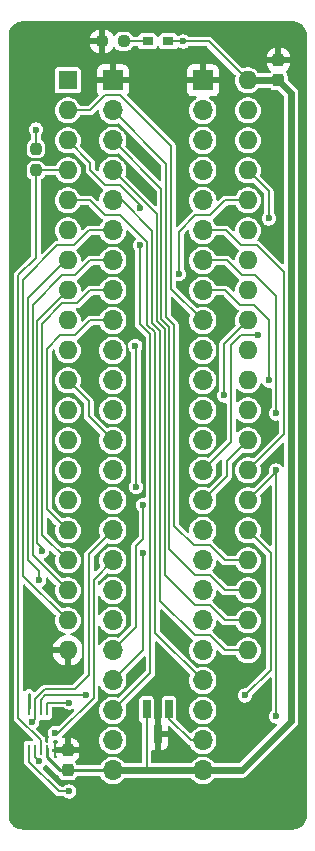
<source format=gbr>
G04 #@! TF.GenerationSoftware,KiCad,Pcbnew,8.0.4+dfsg-1*
G04 #@! TF.CreationDate,2025-02-20T14:08:20+09:00*
G04 #@! TF.ProjectId,bionic-hd6120,62696f6e-6963-42d6-9864-363132302e6b,3*
G04 #@! TF.SameCoordinates,Original*
G04 #@! TF.FileFunction,Copper,L1,Top*
G04 #@! TF.FilePolarity,Positive*
%FSLAX46Y46*%
G04 Gerber Fmt 4.6, Leading zero omitted, Abs format (unit mm)*
G04 Created by KiCad (PCBNEW 8.0.4+dfsg-1) date 2025-02-20 14:08:20*
%MOMM*%
%LPD*%
G01*
G04 APERTURE LIST*
G04 Aperture macros list*
%AMRoundRect*
0 Rectangle with rounded corners*
0 $1 Rounding radius*
0 $2 $3 $4 $5 $6 $7 $8 $9 X,Y pos of 4 corners*
0 Add a 4 corners polygon primitive as box body*
4,1,4,$2,$3,$4,$5,$6,$7,$8,$9,$2,$3,0*
0 Add four circle primitives for the rounded corners*
1,1,$1+$1,$2,$3*
1,1,$1+$1,$4,$5*
1,1,$1+$1,$6,$7*
1,1,$1+$1,$8,$9*
0 Add four rect primitives between the rounded corners*
20,1,$1+$1,$2,$3,$4,$5,0*
20,1,$1+$1,$4,$5,$6,$7,0*
20,1,$1+$1,$6,$7,$8,$9,0*
20,1,$1+$1,$8,$9,$2,$3,0*%
G04 Aperture macros list end*
G04 #@! TA.AperFunction,SMDPad,CuDef*
%ADD10RoundRect,0.237500X0.237500X-0.300000X0.237500X0.300000X-0.237500X0.300000X-0.237500X-0.300000X0*%
G04 #@! TD*
G04 #@! TA.AperFunction,SMDPad,CuDef*
%ADD11R,0.965200X0.762000*%
G04 #@! TD*
G04 #@! TA.AperFunction,SMDPad,CuDef*
%ADD12RoundRect,0.237500X-0.237500X0.250000X-0.237500X-0.250000X0.237500X-0.250000X0.237500X0.250000X0*%
G04 #@! TD*
G04 #@! TA.AperFunction,SMDPad,CuDef*
%ADD13R,0.254000X0.965200*%
G04 #@! TD*
G04 #@! TA.AperFunction,ComponentPad*
%ADD14R,1.600000X1.600000*%
G04 #@! TD*
G04 #@! TA.AperFunction,ComponentPad*
%ADD15O,1.600000X1.600000*%
G04 #@! TD*
G04 #@! TA.AperFunction,SMDPad,CuDef*
%ADD16RoundRect,0.237500X0.250000X0.237500X-0.250000X0.237500X-0.250000X-0.237500X0.250000X-0.237500X0*%
G04 #@! TD*
G04 #@! TA.AperFunction,SMDPad,CuDef*
%ADD17R,0.660400X1.625600*%
G04 #@! TD*
G04 #@! TA.AperFunction,ComponentPad*
%ADD18R,1.700000X1.700000*%
G04 #@! TD*
G04 #@! TA.AperFunction,ComponentPad*
%ADD19O,1.700000X1.700000*%
G04 #@! TD*
G04 #@! TA.AperFunction,ViaPad*
%ADD20C,0.600000*%
G04 #@! TD*
G04 #@! TA.AperFunction,Conductor*
%ADD21C,0.200000*%
G04 #@! TD*
G04 #@! TA.AperFunction,Conductor*
%ADD22C,0.260000*%
G04 #@! TD*
G04 #@! TA.AperFunction,Conductor*
%ADD23C,0.600000*%
G04 #@! TD*
G04 APERTURE END LIST*
D10*
X106080000Y-133500000D03*
X106080000Y-131775000D03*
D11*
X112836400Y-71778000D03*
X114589000Y-71778000D03*
D12*
X103387600Y-80873100D03*
X103387600Y-82698100D03*
D10*
X123910800Y-75080000D03*
X123910800Y-73355000D03*
D13*
X104276600Y-128420000D03*
X103776599Y-128420000D03*
X103276599Y-128420000D03*
X102776598Y-128420000D03*
X102776598Y-131772800D03*
X103276599Y-131772800D03*
X103776599Y-131772800D03*
X104276600Y-131772800D03*
D14*
X106080000Y-75080000D03*
D15*
X106080000Y-77620000D03*
X106080000Y-80160000D03*
X106080000Y-82700000D03*
X106080000Y-85240000D03*
X106080000Y-87780000D03*
X106080000Y-90320000D03*
X106080000Y-92860000D03*
X106080000Y-95400000D03*
X106080000Y-97940000D03*
X106080000Y-100480000D03*
X106080000Y-103020000D03*
X106080000Y-105560000D03*
X106080000Y-108100000D03*
X106080000Y-110640000D03*
X106080000Y-113180000D03*
X106080000Y-115720000D03*
X106080000Y-118260000D03*
X106080000Y-120800000D03*
X106080000Y-123340000D03*
X121320000Y-123340000D03*
X121320000Y-120800000D03*
X121320000Y-118260000D03*
X121320000Y-115720000D03*
X121320000Y-113180000D03*
X121320000Y-110640000D03*
X121320000Y-108100000D03*
X121320000Y-105560000D03*
X121320000Y-103020000D03*
X121320000Y-100480000D03*
X121320000Y-97940000D03*
X121320000Y-95400000D03*
X121320000Y-92860000D03*
X121320000Y-90320000D03*
X121320000Y-87780000D03*
X121320000Y-85240000D03*
X121320000Y-82700000D03*
X121320000Y-80160000D03*
X121320000Y-77620000D03*
X121320000Y-75080000D03*
D16*
X110802500Y-71778000D03*
X108977500Y-71778000D03*
D17*
X114650001Y-128320000D03*
X112749999Y-128320000D03*
X113700000Y-130452000D03*
D18*
X109890000Y-75080000D03*
D19*
X109890000Y-77620000D03*
X109890000Y-80160000D03*
X109890000Y-82700000D03*
X109890000Y-85240000D03*
X109890000Y-87780000D03*
X109890000Y-90320000D03*
X109890000Y-92860000D03*
X109890000Y-95400000D03*
X109890000Y-97940000D03*
X109890000Y-100480000D03*
X109890000Y-103020000D03*
X109890000Y-105560000D03*
X109890000Y-108100000D03*
X109890000Y-110640000D03*
X109890000Y-113180000D03*
X109890000Y-115720000D03*
X109890000Y-118260000D03*
X109890000Y-120800000D03*
X109890000Y-123340000D03*
X109890000Y-125880000D03*
X109890000Y-128420000D03*
X109890000Y-130960000D03*
X109890000Y-133500000D03*
X117510000Y-133500000D03*
X117510000Y-130960000D03*
X117510000Y-128420000D03*
X117510000Y-125880000D03*
X117510000Y-123340000D03*
X117510000Y-120800000D03*
X117510000Y-118260000D03*
X117510000Y-115720000D03*
X117510000Y-113180000D03*
X117510000Y-110640000D03*
X117510000Y-108100000D03*
X117510000Y-105560000D03*
X117510000Y-103020000D03*
X117510000Y-100480000D03*
X117510000Y-97940000D03*
X117510000Y-95400000D03*
X117510000Y-92860000D03*
X117510000Y-90320000D03*
X117510000Y-87780000D03*
X117510000Y-85240000D03*
X117510000Y-82700000D03*
X117510000Y-80160000D03*
X117510000Y-77620000D03*
D18*
X117510000Y-75080000D03*
D20*
X115859000Y-71778000D03*
X103387600Y-79245600D03*
X115986000Y-109370000D03*
X105953000Y-128674000D03*
X106080000Y-125245000D03*
X115605000Y-86256000D03*
X123733000Y-135913000D03*
X121193000Y-130198000D03*
X121320000Y-72667000D03*
X103159000Y-71778000D03*
X113700000Y-132230000D03*
X111160000Y-104290000D03*
X102651000Y-123086000D03*
X121193000Y-125880000D03*
X113700000Y-126261000D03*
X116240000Y-96670000D03*
X115478000Y-91463000D03*
X119323000Y-101750000D03*
X103075265Y-129392735D03*
X103667000Y-132738000D03*
X105000500Y-130325000D03*
X106207000Y-127750000D03*
X112471200Y-111021000D03*
X112471200Y-115085000D03*
X112181528Y-85920999D03*
X112176000Y-89050000D03*
X103667000Y-117371000D03*
X103921000Y-114958000D03*
X111795000Y-97559000D03*
X111871200Y-109507327D03*
X123098000Y-86764000D03*
X122209000Y-96670000D03*
X121066000Y-127150000D03*
X107604000Y-127150000D03*
X123098000Y-100480000D03*
X123733000Y-128928000D03*
X106207000Y-135278000D03*
X123698000Y-103274000D03*
X123733000Y-108100000D03*
D21*
X118018000Y-71778000D02*
X115859000Y-71778000D01*
X115859000Y-71778000D02*
X114576300Y-71778000D01*
D22*
X102785999Y-128242200D02*
X102785999Y-127030999D01*
D23*
X109890000Y-133500000D02*
X117510000Y-133500000D01*
D21*
X112750000Y-133434000D02*
X112750000Y-128320000D01*
D23*
X125003000Y-129309000D02*
X120812000Y-133500000D01*
D22*
X104286001Y-132341001D02*
X105445000Y-133500000D01*
D21*
X103387600Y-80873100D02*
X103387600Y-79245600D01*
D22*
X104286001Y-131595000D02*
X104286001Y-132341001D01*
D23*
X125003000Y-76172200D02*
X125003000Y-129309000D01*
X123910800Y-75080000D02*
X125003000Y-76172200D01*
D22*
X105445000Y-133500000D02*
X109890000Y-133500000D01*
D23*
X120812000Y-133500000D02*
X117510000Y-133500000D01*
D21*
X121320000Y-75080000D02*
X118018000Y-71778000D01*
D23*
X121320000Y-75080000D02*
X123910800Y-75080000D01*
D21*
X106080000Y-125245000D02*
X106842000Y-125245000D01*
X107350000Y-123340000D02*
X107350000Y-121943000D01*
X106842000Y-125245000D02*
X107350000Y-124737000D01*
X107350000Y-124737000D02*
X107350000Y-123340000D01*
X110802500Y-71778000D02*
X112823700Y-71778000D01*
X119415000Y-115720000D02*
X118145000Y-114450000D01*
X121320000Y-115720000D02*
X119415000Y-115720000D01*
X114411000Y-95095000D02*
X114411000Y-82141000D01*
X118145000Y-114450000D02*
X116748000Y-114450000D01*
X116748000Y-114450000D02*
X115071200Y-112773200D01*
X114411000Y-82141000D02*
X109890000Y-77620000D01*
X115071200Y-95755200D02*
X114411000Y-95095000D01*
X115071200Y-112773200D02*
X115071200Y-95755200D01*
X114011000Y-95260686D02*
X114011000Y-84281000D01*
X116875000Y-116990000D02*
X114671200Y-114786200D01*
X114671200Y-114786200D02*
X114671200Y-95920886D01*
X121320000Y-118260000D02*
X119415000Y-118260000D01*
X118145000Y-116990000D02*
X116875000Y-116990000D01*
X119415000Y-118260000D02*
X118145000Y-116990000D01*
X114671200Y-95920886D02*
X114011000Y-95260686D01*
X114011000Y-84281000D02*
X109890000Y-80160000D01*
X118145000Y-119530000D02*
X116875000Y-119530000D01*
X113611000Y-95426372D02*
X113611000Y-86421000D01*
X114271200Y-96086572D02*
X113611000Y-95426372D01*
X116875000Y-119530000D02*
X114271200Y-116926200D01*
X114271200Y-116926200D02*
X114271200Y-96086572D01*
X113611000Y-86421000D02*
X109890000Y-82700000D01*
X119415000Y-120800000D02*
X118145000Y-119530000D01*
X121320000Y-120800000D02*
X119415000Y-120800000D01*
X113871200Y-96252258D02*
X113871200Y-119129700D01*
X113211000Y-87799000D02*
X113211000Y-95592058D01*
X119415000Y-123340000D02*
X121320000Y-123340000D01*
X109890000Y-85240000D02*
X110652000Y-85240000D01*
X116811500Y-122070000D02*
X118145000Y-122070000D01*
X113211000Y-95592058D02*
X113871200Y-96252258D01*
X113871200Y-119129700D02*
X116811500Y-122070000D01*
X110652000Y-85240000D02*
X113211000Y-87799000D01*
X118145000Y-122070000D02*
X119415000Y-123340000D01*
X102302000Y-91939000D02*
X102302000Y-117022000D01*
X107858000Y-87780000D02*
X106588000Y-89050000D01*
X105191000Y-89050000D02*
X102302000Y-91939000D01*
X106588000Y-89050000D02*
X105191000Y-89050000D01*
X109890000Y-87780000D02*
X107858000Y-87780000D01*
X102302000Y-117022000D02*
X106080000Y-120800000D01*
X105572000Y-91590000D02*
X106715000Y-91590000D01*
X103102000Y-115282000D02*
X103102000Y-94060000D01*
X107985000Y-90320000D02*
X109890000Y-90320000D01*
X103102000Y-94060000D02*
X105572000Y-91590000D01*
X106715000Y-91590000D02*
X107985000Y-90320000D01*
X106080000Y-118260000D02*
X103102000Y-115282000D01*
X106885000Y-93960000D02*
X105615000Y-93960000D01*
X109890000Y-92860000D02*
X107985000Y-92860000D01*
X103902000Y-95673000D02*
X103902000Y-113542000D01*
X105615000Y-93960000D02*
X103902000Y-95673000D01*
X107985000Y-92860000D02*
X106885000Y-93960000D01*
X103902000Y-113542000D02*
X106080000Y-115720000D01*
X106080000Y-113180000D02*
X104302000Y-111402000D01*
X104302000Y-111402000D02*
X104302000Y-97813000D01*
X107985000Y-95400000D02*
X109890000Y-95400000D01*
X105445000Y-96670000D02*
X106715000Y-96670000D01*
X106715000Y-96670000D02*
X107985000Y-95400000D01*
X104302000Y-97813000D02*
X105445000Y-96670000D01*
X107858000Y-102258000D02*
X106080000Y-100480000D01*
X107858000Y-103528000D02*
X107858000Y-102258000D01*
X109890000Y-105560000D02*
X107858000Y-103528000D01*
X119415000Y-85240000D02*
X121320000Y-85240000D01*
X116875000Y-86510000D02*
X118145000Y-86510000D01*
X118145000Y-86510000D02*
X119415000Y-85240000D01*
X115478000Y-91463000D02*
X115478000Y-87907000D01*
X115478000Y-87907000D02*
X116875000Y-86510000D01*
X119288000Y-97432000D02*
X121320000Y-95400000D01*
X119288000Y-101715000D02*
X119288000Y-97432000D01*
X119323000Y-101750000D02*
X119288000Y-101715000D01*
X104110915Y-126642000D02*
X106664200Y-126642000D01*
X103075265Y-129392735D02*
X103286000Y-129182000D01*
X107858000Y-125448200D02*
X107858000Y-115212000D01*
X103286000Y-129182000D02*
X103286000Y-128242200D01*
X106664200Y-126642000D02*
X107858000Y-125448200D01*
X103286000Y-128242200D02*
X103286000Y-127466915D01*
X107858000Y-115212000D02*
X109890000Y-113180000D01*
X103286000Y-127466915D02*
X104110915Y-126642000D01*
X108258000Y-117352000D02*
X109890000Y-115720000D01*
X103667000Y-132738000D02*
X103286000Y-132357000D01*
X103286000Y-132357000D02*
X103286000Y-131595000D01*
X105277529Y-130325000D02*
X108258000Y-127344529D01*
X108258000Y-127344529D02*
X108258000Y-117352000D01*
X105000500Y-130325000D02*
X105277529Y-130325000D01*
X104337000Y-127750000D02*
X104286001Y-127800999D01*
X106207000Y-127750000D02*
X104337000Y-127750000D01*
X104286001Y-127800999D02*
X104286001Y-128242200D01*
X112471200Y-111021000D02*
X112471200Y-113900800D01*
X111871200Y-114500800D02*
X111871200Y-121358800D01*
X112471200Y-113900800D02*
X111871200Y-114500800D01*
X111871200Y-121358800D02*
X109890000Y-123340000D01*
X112430000Y-115126200D02*
X112430000Y-123340000D01*
X112471200Y-115085000D02*
X112430000Y-115126200D01*
X112430000Y-123340000D02*
X109890000Y-125880000D01*
X112176000Y-95688430D02*
X113071200Y-96583630D01*
X112176000Y-89050000D02*
X112176000Y-95688430D01*
X113071200Y-125238800D02*
X109890000Y-128420000D01*
X113071200Y-96583630D02*
X113071200Y-125238800D01*
X109255000Y-83970000D02*
X107985000Y-82700000D01*
X107985000Y-82065000D02*
X106080000Y-80160000D01*
X107985000Y-82700000D02*
X107985000Y-82065000D01*
X112181528Y-85920999D02*
X112181528Y-85626528D01*
X112181528Y-85626528D02*
X110525000Y-83970000D01*
X110525000Y-83970000D02*
X109255000Y-83970000D01*
X105895314Y-90320000D02*
X106080000Y-90320000D01*
X103667000Y-116644000D02*
X102702000Y-115679000D01*
X102702000Y-93513314D02*
X105895314Y-90320000D01*
X102702000Y-115679000D02*
X102702000Y-93513314D01*
X103667000Y-117371000D02*
X103667000Y-116644000D01*
X116494000Y-130960000D02*
X114650001Y-129116001D01*
X114650001Y-129116001D02*
X114650001Y-128320000D01*
X117510000Y-130960000D02*
X116494000Y-130960000D01*
X110525000Y-86510000D02*
X112811000Y-88796000D01*
X107985000Y-85240000D02*
X109255000Y-86510000D01*
X109255000Y-86510000D02*
X110525000Y-86510000D01*
X112811000Y-95757744D02*
X113471200Y-96417944D01*
X106080000Y-85240000D02*
X107985000Y-85240000D01*
X113471200Y-121841200D02*
X117510000Y-125880000D01*
X113471200Y-96417944D02*
X113471200Y-121841200D01*
X112811000Y-88796000D02*
X112811000Y-95757744D01*
X103502000Y-114285000D02*
X103502000Y-95438000D01*
X103502000Y-95438000D02*
X106080000Y-92860000D01*
X103921000Y-114958000D02*
X103921000Y-114704000D01*
X103921000Y-114704000D02*
X103502000Y-114285000D01*
X111795000Y-97559000D02*
X111871200Y-97635200D01*
X111871200Y-97635200D02*
X111871200Y-109507327D01*
X123098000Y-84478000D02*
X121320000Y-82700000D01*
X120713843Y-96670000D02*
X119923000Y-97460843D01*
X119923000Y-105687000D02*
X117510000Y-108100000D01*
X123098000Y-86764000D02*
X123098000Y-84478000D01*
X119923000Y-97460843D02*
X119923000Y-105687000D01*
X122209000Y-96670000D02*
X120713843Y-96670000D01*
X114811000Y-92701000D02*
X117510000Y-95400000D01*
X106080000Y-77620000D02*
X107985000Y-77620000D01*
X114811000Y-80636000D02*
X114811000Y-92701000D01*
X110525000Y-76350000D02*
X114811000Y-80636000D01*
X107985000Y-77620000D02*
X109255000Y-76350000D01*
X109255000Y-76350000D02*
X110525000Y-76350000D01*
X121882000Y-94130000D02*
X120685000Y-94130000D01*
X123250400Y-115110400D02*
X121320000Y-113180000D01*
X119415000Y-92860000D02*
X117510000Y-92860000D01*
X123098000Y-95346000D02*
X121882000Y-94130000D01*
X123098000Y-100480000D02*
X123098000Y-95346000D01*
X120685000Y-94130000D02*
X119415000Y-92860000D01*
X104168601Y-127150000D02*
X103786000Y-127532601D01*
X103786000Y-127532601D02*
X103786000Y-128242200D01*
X107604000Y-127150000D02*
X104168601Y-127150000D01*
X123250400Y-124965600D02*
X123250400Y-115110400D01*
X121066000Y-127150000D02*
X123250400Y-124965600D01*
X105318000Y-135278000D02*
X102785999Y-132745999D01*
X120812000Y-91590000D02*
X119542000Y-90320000D01*
X121955000Y-91590000D02*
X120812000Y-91590000D01*
X123733000Y-108100000D02*
X123733000Y-113053000D01*
X123698000Y-103274000D02*
X123733000Y-103239000D01*
X123733000Y-128928000D02*
X123733000Y-113053000D01*
X123733000Y-103239000D02*
X123733000Y-93368000D01*
X123733000Y-108227000D02*
X121320000Y-110640000D01*
X123733000Y-108100000D02*
X123733000Y-108227000D01*
X102785999Y-132745999D02*
X102785999Y-131595000D01*
X123733000Y-93368000D02*
X121955000Y-91590000D01*
X119542000Y-90320000D02*
X117510000Y-90320000D01*
X106207000Y-135278000D02*
X105318000Y-135278000D01*
X117510000Y-87780000D02*
X119478500Y-87780000D01*
X124368000Y-91336000D02*
X124368000Y-105052000D01*
X124368000Y-105052000D02*
X121320000Y-108100000D01*
X119478500Y-87780000D02*
X120748500Y-89050000D01*
X120748500Y-89050000D02*
X122082000Y-89050000D01*
X122082000Y-89050000D02*
X124368000Y-91336000D01*
X119542000Y-108608000D02*
X117510000Y-110640000D01*
X119542000Y-107338000D02*
X119542000Y-108608000D01*
X121320000Y-105560000D02*
X119542000Y-107338000D01*
X105925700Y-82698100D02*
X103387600Y-82698100D01*
X101902000Y-129068000D02*
X101902000Y-91577000D01*
X103786000Y-131595000D02*
X103786000Y-130952000D01*
X101902000Y-91577000D02*
X103387600Y-90091400D01*
X105927600Y-82700000D02*
X105925700Y-82698100D01*
X103387600Y-90091400D02*
X103387600Y-82698100D01*
X103786000Y-130952000D02*
X101902000Y-129068000D01*
X106080000Y-82700000D02*
X105927600Y-82700000D01*
G04 #@! TA.AperFunction,Conductor*
G36*
X116304862Y-87743272D02*
G01*
X116348127Y-87786537D01*
X116358494Y-87822346D01*
X116374244Y-87992310D01*
X116432595Y-88197389D01*
X116527634Y-88388255D01*
X116656128Y-88558407D01*
X116709652Y-88607201D01*
X116813692Y-88702047D01*
X116813699Y-88702053D01*
X116858055Y-88729517D01*
X116994981Y-88814298D01*
X117193802Y-88891321D01*
X117403390Y-88930500D01*
X117616610Y-88930500D01*
X117826198Y-88891321D01*
X118025019Y-88814298D01*
X118206302Y-88702052D01*
X118363872Y-88558407D01*
X118492366Y-88388255D01*
X118568492Y-88235372D01*
X118611354Y-88191710D01*
X118657113Y-88180500D01*
X119271599Y-88180500D01*
X119329790Y-88199407D01*
X119341603Y-88209496D01*
X120502587Y-89370480D01*
X120502589Y-89370481D01*
X120523377Y-89382483D01*
X120564319Y-89427952D01*
X120570715Y-89488802D01*
X120540576Y-89541380D01*
X120503238Y-89575419D01*
X120380328Y-89738177D01*
X120380323Y-89738186D01*
X120298450Y-89902611D01*
X120289418Y-89920750D01*
X120282638Y-89944580D01*
X120233603Y-90116917D01*
X120225221Y-90207377D01*
X120201025Y-90263575D01*
X120148417Y-90294818D01*
X120087493Y-90289172D01*
X120056640Y-90268246D01*
X119787913Y-89999520D01*
X119787908Y-89999516D01*
X119696591Y-89946794D01*
X119696593Y-89946794D01*
X119657070Y-89936204D01*
X119594727Y-89919500D01*
X119594725Y-89919500D01*
X118657113Y-89919500D01*
X118598922Y-89900593D01*
X118568492Y-89864628D01*
X118505527Y-89738177D01*
X118492366Y-89711745D01*
X118363872Y-89541593D01*
X118279185Y-89464390D01*
X118206307Y-89397952D01*
X118206300Y-89397946D01*
X118025024Y-89285705D01*
X118025019Y-89285702D01*
X117826195Y-89208678D01*
X117616610Y-89169500D01*
X117403390Y-89169500D01*
X117193804Y-89208678D01*
X116994980Y-89285702D01*
X116994975Y-89285705D01*
X116813699Y-89397946D01*
X116813692Y-89397952D01*
X116656135Y-89541586D01*
X116656131Y-89541589D01*
X116656128Y-89541593D01*
X116656125Y-89541597D01*
X116527635Y-89711743D01*
X116527630Y-89711752D01*
X116432596Y-89902608D01*
X116374244Y-90107688D01*
X116374244Y-90107690D01*
X116354571Y-90320000D01*
X116374244Y-90532310D01*
X116432595Y-90737389D01*
X116527634Y-90928255D01*
X116656128Y-91098407D01*
X116656135Y-91098413D01*
X116813692Y-91242047D01*
X116813699Y-91242053D01*
X116858057Y-91269518D01*
X116994981Y-91354298D01*
X117193802Y-91431321D01*
X117403390Y-91470500D01*
X117616610Y-91470500D01*
X117826198Y-91431321D01*
X118025019Y-91354298D01*
X118206302Y-91242052D01*
X118363872Y-91098407D01*
X118492366Y-90928255D01*
X118568492Y-90775372D01*
X118611354Y-90731710D01*
X118657113Y-90720500D01*
X119335099Y-90720500D01*
X119393290Y-90739407D01*
X119405103Y-90749496D01*
X120566087Y-91910480D01*
X120566089Y-91910481D01*
X120570008Y-91914400D01*
X120597785Y-91968917D01*
X120588214Y-92029349D01*
X120566700Y-92057565D01*
X120503239Y-92115417D01*
X120380328Y-92278177D01*
X120380323Y-92278186D01*
X120298450Y-92442611D01*
X120289418Y-92460750D01*
X120233603Y-92656917D01*
X120215120Y-92856392D01*
X120214451Y-92863607D01*
X120190255Y-92919805D01*
X120137648Y-92951048D01*
X120076723Y-92945402D01*
X120045870Y-92924476D01*
X119660913Y-92539520D01*
X119660908Y-92539516D01*
X119569591Y-92486794D01*
X119569593Y-92486794D01*
X119530070Y-92476204D01*
X119467727Y-92459500D01*
X119467725Y-92459500D01*
X118657113Y-92459500D01*
X118598922Y-92440593D01*
X118568492Y-92404628D01*
X118492369Y-92251752D01*
X118492366Y-92251745D01*
X118363872Y-92081593D01*
X118277208Y-92002588D01*
X118206307Y-91937952D01*
X118206300Y-91937946D01*
X118025024Y-91825705D01*
X118025019Y-91825702D01*
X117826198Y-91748679D01*
X117826197Y-91748678D01*
X117826195Y-91748678D01*
X117616610Y-91709500D01*
X117403390Y-91709500D01*
X117193804Y-91748678D01*
X116994980Y-91825702D01*
X116994975Y-91825705D01*
X116813699Y-91937946D01*
X116813692Y-91937952D01*
X116656135Y-92081586D01*
X116656131Y-92081589D01*
X116656128Y-92081593D01*
X116656125Y-92081597D01*
X116527635Y-92251743D01*
X116527630Y-92251752D01*
X116432596Y-92442608D01*
X116374244Y-92647688D01*
X116355007Y-92855290D01*
X116354571Y-92860000D01*
X116374244Y-93072310D01*
X116432595Y-93277389D01*
X116527634Y-93468255D01*
X116656128Y-93638407D01*
X116656135Y-93638413D01*
X116813692Y-93782047D01*
X116813699Y-93782053D01*
X116858060Y-93809520D01*
X116994981Y-93894298D01*
X117193802Y-93971321D01*
X117403390Y-94010500D01*
X117616610Y-94010500D01*
X117826198Y-93971321D01*
X118025019Y-93894298D01*
X118206302Y-93782052D01*
X118363872Y-93638407D01*
X118492366Y-93468255D01*
X118568492Y-93315372D01*
X118611354Y-93271710D01*
X118657113Y-93260500D01*
X119208099Y-93260500D01*
X119266290Y-93279407D01*
X119278103Y-93289496D01*
X120439087Y-94450480D01*
X120439089Y-94450481D01*
X120439090Y-94450482D01*
X120439091Y-94450483D01*
X120498756Y-94484931D01*
X120539697Y-94530400D01*
X120546093Y-94591251D01*
X120515954Y-94643827D01*
X120503238Y-94655419D01*
X120380328Y-94818177D01*
X120380323Y-94818186D01*
X120298450Y-94982611D01*
X120289418Y-95000750D01*
X120233603Y-95196917D01*
X120214785Y-95400000D01*
X120233603Y-95603083D01*
X120261881Y-95702470D01*
X120287880Y-95793845D01*
X120285619Y-95854989D01*
X120262663Y-95890941D01*
X118967520Y-97186086D01*
X118967516Y-97186091D01*
X118914795Y-97277406D01*
X118900235Y-97331745D01*
X118887500Y-97379273D01*
X118887500Y-101297518D01*
X118868593Y-101355709D01*
X118867042Y-101357785D01*
X118798465Y-101447157D01*
X118798463Y-101447160D01*
X118737957Y-101593236D01*
X118737955Y-101593241D01*
X118717318Y-101749999D01*
X118717318Y-101750000D01*
X118737955Y-101906758D01*
X118737957Y-101906766D01*
X118798462Y-102052838D01*
X118798462Y-102052839D01*
X118837269Y-102103413D01*
X118894718Y-102178282D01*
X119020159Y-102274536D01*
X119020160Y-102274536D01*
X119020161Y-102274537D01*
X119126814Y-102318714D01*
X119166238Y-102335044D01*
X119283809Y-102350522D01*
X119322999Y-102355682D01*
X119323000Y-102355682D01*
X119410578Y-102344152D01*
X119470739Y-102355302D01*
X119512856Y-102399684D01*
X119522500Y-102442305D01*
X119522500Y-105480098D01*
X119503593Y-105538289D01*
X119493504Y-105550102D01*
X118036673Y-107006932D01*
X117982156Y-107034709D01*
X117930907Y-107029243D01*
X117826198Y-106988679D01*
X117826197Y-106988678D01*
X117826195Y-106988678D01*
X117616610Y-106949500D01*
X117403390Y-106949500D01*
X117193804Y-106988678D01*
X116994980Y-107065702D01*
X116994975Y-107065705D01*
X116813699Y-107177946D01*
X116813692Y-107177952D01*
X116656135Y-107321586D01*
X116656131Y-107321589D01*
X116656128Y-107321593D01*
X116656125Y-107321597D01*
X116527635Y-107491743D01*
X116527630Y-107491752D01*
X116432596Y-107682608D01*
X116374244Y-107887688D01*
X116354571Y-108099999D01*
X116354571Y-108100000D01*
X116374244Y-108312310D01*
X116432595Y-108517389D01*
X116527634Y-108708255D01*
X116656128Y-108878407D01*
X116656135Y-108878413D01*
X116813692Y-109022047D01*
X116813699Y-109022053D01*
X116819659Y-109025743D01*
X116994981Y-109134298D01*
X117193802Y-109211321D01*
X117403390Y-109250500D01*
X117616610Y-109250500D01*
X117826198Y-109211321D01*
X118025019Y-109134298D01*
X118206302Y-109022052D01*
X118363872Y-108878407D01*
X118492366Y-108708255D01*
X118587405Y-108517389D01*
X118645756Y-108312310D01*
X118665429Y-108100000D01*
X118645756Y-107887690D01*
X118587405Y-107682611D01*
X118587401Y-107682604D01*
X118585752Y-107678344D01*
X118587132Y-107677809D01*
X118579019Y-107623364D01*
X118606648Y-107569743D01*
X118973238Y-107203153D01*
X119027753Y-107175378D01*
X119088185Y-107184949D01*
X119131450Y-107228214D01*
X119140141Y-107278784D01*
X119141500Y-107278784D01*
X119141500Y-108401098D01*
X119122593Y-108459289D01*
X119112504Y-108471102D01*
X118036673Y-109546932D01*
X117982156Y-109574709D01*
X117930907Y-109569243D01*
X117826198Y-109528679D01*
X117826197Y-109528678D01*
X117826195Y-109528678D01*
X117616610Y-109489500D01*
X117403390Y-109489500D01*
X117193804Y-109528678D01*
X116994980Y-109605702D01*
X116994975Y-109605705D01*
X116813699Y-109717946D01*
X116813692Y-109717952D01*
X116656135Y-109861586D01*
X116656131Y-109861589D01*
X116656128Y-109861593D01*
X116656125Y-109861597D01*
X116527635Y-110031743D01*
X116527630Y-110031752D01*
X116432596Y-110222608D01*
X116374244Y-110427688D01*
X116354571Y-110640000D01*
X116374244Y-110852311D01*
X116397449Y-110933867D01*
X116432595Y-111057389D01*
X116527634Y-111248255D01*
X116656128Y-111418407D01*
X116656135Y-111418413D01*
X116813692Y-111562047D01*
X116813699Y-111562053D01*
X116917389Y-111626255D01*
X116994981Y-111674298D01*
X117193802Y-111751321D01*
X117403390Y-111790500D01*
X117616610Y-111790500D01*
X117826198Y-111751321D01*
X118025019Y-111674298D01*
X118206302Y-111562052D01*
X118363872Y-111418407D01*
X118492366Y-111248255D01*
X118587405Y-111057389D01*
X118645756Y-110852310D01*
X118665429Y-110640000D01*
X118645756Y-110427690D01*
X118587405Y-110222611D01*
X118587401Y-110222604D01*
X118585752Y-110218344D01*
X118587132Y-110217809D01*
X118579019Y-110163364D01*
X118606648Y-110109743D01*
X119862480Y-108853913D01*
X119915207Y-108762588D01*
X119942500Y-108660727D01*
X119942500Y-108555273D01*
X119942500Y-107544899D01*
X119961407Y-107486708D01*
X119971490Y-107474901D01*
X120831974Y-106614416D01*
X120886489Y-106586641D01*
X120937738Y-106592106D01*
X121017544Y-106623024D01*
X121218024Y-106660500D01*
X121421976Y-106660500D01*
X121622456Y-106623024D01*
X121812637Y-106549348D01*
X121986041Y-106441981D01*
X122136764Y-106304579D01*
X122259673Y-106141821D01*
X122350582Y-105959250D01*
X122406397Y-105763083D01*
X122425215Y-105560000D01*
X122406397Y-105356917D01*
X122350582Y-105160750D01*
X122259673Y-104978179D01*
X122136764Y-104815421D01*
X121986041Y-104678019D01*
X121812637Y-104570652D01*
X121622456Y-104496976D01*
X121622455Y-104496975D01*
X121622453Y-104496975D01*
X121421976Y-104459500D01*
X121218024Y-104459500D01*
X121017546Y-104496975D01*
X120977353Y-104512546D01*
X120827363Y-104570652D01*
X120718676Y-104637948D01*
X120653959Y-104678019D01*
X120503234Y-104815423D01*
X120501503Y-104817716D01*
X120500514Y-104818406D01*
X120500153Y-104818803D01*
X120500063Y-104818721D01*
X120451347Y-104852759D01*
X120390172Y-104851628D01*
X120341345Y-104814755D01*
X120323500Y-104758055D01*
X120323500Y-103821944D01*
X120342407Y-103763753D01*
X120391907Y-103727789D01*
X120453093Y-103727789D01*
X120500075Y-103761267D01*
X120500153Y-103761197D01*
X120500481Y-103761557D01*
X120501505Y-103762286D01*
X120503236Y-103764579D01*
X120653959Y-103901981D01*
X120827363Y-104009348D01*
X121017544Y-104083024D01*
X121218024Y-104120500D01*
X121421976Y-104120500D01*
X121622456Y-104083024D01*
X121812637Y-104009348D01*
X121986041Y-103901981D01*
X122136764Y-103764579D01*
X122259673Y-103601821D01*
X122350582Y-103419250D01*
X122406397Y-103223083D01*
X122425215Y-103020000D01*
X122406397Y-102816917D01*
X122350582Y-102620750D01*
X122259673Y-102438179D01*
X122136764Y-102275421D01*
X121986041Y-102138019D01*
X121812637Y-102030652D01*
X121622456Y-101956976D01*
X121622455Y-101956975D01*
X121622453Y-101956975D01*
X121421976Y-101919500D01*
X121218024Y-101919500D01*
X121017546Y-101956975D01*
X120947632Y-101984059D01*
X120827363Y-102030652D01*
X120718676Y-102097948D01*
X120653959Y-102138019D01*
X120503234Y-102275423D01*
X120501503Y-102277716D01*
X120500514Y-102278406D01*
X120500153Y-102278803D01*
X120500063Y-102278721D01*
X120451347Y-102312759D01*
X120390172Y-102311628D01*
X120341345Y-102274755D01*
X120323500Y-102218055D01*
X120323500Y-101281944D01*
X120342407Y-101223753D01*
X120391907Y-101187789D01*
X120453093Y-101187789D01*
X120500075Y-101221267D01*
X120500153Y-101221197D01*
X120500481Y-101221557D01*
X120501505Y-101222286D01*
X120503236Y-101224579D01*
X120653959Y-101361981D01*
X120827363Y-101469348D01*
X121017544Y-101543024D01*
X121218024Y-101580500D01*
X121421976Y-101580500D01*
X121622456Y-101543024D01*
X121812637Y-101469348D01*
X121986041Y-101361981D01*
X122136764Y-101224579D01*
X122259673Y-101061821D01*
X122350582Y-100879250D01*
X122379762Y-100776691D01*
X122413871Y-100725898D01*
X122471323Y-100704854D01*
X122530173Y-100721598D01*
X122566445Y-100765898D01*
X122573462Y-100782838D01*
X122573462Y-100782839D01*
X122661361Y-100897391D01*
X122669718Y-100908282D01*
X122795159Y-101004536D01*
X122941238Y-101065044D01*
X123058809Y-101080522D01*
X123097999Y-101085682D01*
X123098000Y-101085682D01*
X123220579Y-101069544D01*
X123280738Y-101080694D01*
X123322856Y-101125076D01*
X123332500Y-101167697D01*
X123332500Y-102748721D01*
X123313593Y-102806912D01*
X123293770Y-102827261D01*
X123269722Y-102845714D01*
X123269713Y-102845723D01*
X123173462Y-102971160D01*
X123173462Y-102971161D01*
X123112957Y-103117233D01*
X123112955Y-103117241D01*
X123092318Y-103273999D01*
X123092318Y-103274000D01*
X123112955Y-103430758D01*
X123112957Y-103430766D01*
X123173462Y-103576838D01*
X123173462Y-103576839D01*
X123212909Y-103628247D01*
X123269718Y-103702282D01*
X123395159Y-103798536D01*
X123541238Y-103859044D01*
X123658809Y-103874522D01*
X123697999Y-103879682D01*
X123698000Y-103879682D01*
X123854762Y-103859044D01*
X123854764Y-103859043D01*
X123855578Y-103858936D01*
X123915738Y-103870086D01*
X123957856Y-103914468D01*
X123967500Y-103957089D01*
X123967500Y-104845098D01*
X123948593Y-104903289D01*
X123938504Y-104915102D01*
X121808025Y-107045580D01*
X121753508Y-107073357D01*
X121702259Y-107067891D01*
X121622460Y-107036977D01*
X121622447Y-107036974D01*
X121421976Y-106999500D01*
X121218024Y-106999500D01*
X121017546Y-107036975D01*
X121017541Y-107036977D01*
X120827363Y-107110652D01*
X120709850Y-107183413D01*
X120653959Y-107218019D01*
X120503237Y-107355420D01*
X120380328Y-107518177D01*
X120380323Y-107518186D01*
X120298450Y-107682611D01*
X120289418Y-107700750D01*
X120233603Y-107896917D01*
X120214785Y-108100000D01*
X120233603Y-108303083D01*
X120281409Y-108471102D01*
X120289419Y-108499252D01*
X120369823Y-108660727D01*
X120380327Y-108681821D01*
X120503236Y-108844579D01*
X120653959Y-108981981D01*
X120827363Y-109089348D01*
X121017544Y-109163024D01*
X121218024Y-109200500D01*
X121421976Y-109200500D01*
X121622456Y-109163024D01*
X121812637Y-109089348D01*
X121986041Y-108981981D01*
X122136764Y-108844579D01*
X122259673Y-108681821D01*
X122350582Y-108499250D01*
X122406397Y-108303083D01*
X122425215Y-108100000D01*
X122406397Y-107896917D01*
X122352118Y-107706148D01*
X122354379Y-107645010D01*
X122377333Y-107609058D01*
X124233497Y-105752895D01*
X124288013Y-105725119D01*
X124348445Y-105734690D01*
X124391710Y-105777955D01*
X124402500Y-105822900D01*
X124402500Y-107694435D01*
X124383593Y-107752626D01*
X124334093Y-107788590D01*
X124272907Y-107788590D01*
X124224958Y-107754702D01*
X124161286Y-107671723D01*
X124161285Y-107671722D01*
X124161282Y-107671718D01*
X124161277Y-107671714D01*
X124161276Y-107671713D01*
X124035838Y-107575462D01*
X123889766Y-107514957D01*
X123889758Y-107514955D01*
X123733001Y-107494318D01*
X123732999Y-107494318D01*
X123576241Y-107514955D01*
X123576233Y-107514957D01*
X123430161Y-107575462D01*
X123430160Y-107575462D01*
X123304723Y-107671713D01*
X123304713Y-107671723D01*
X123208462Y-107797160D01*
X123208462Y-107797161D01*
X123147957Y-107943233D01*
X123147955Y-107943241D01*
X123127318Y-108099999D01*
X123127318Y-108100001D01*
X123140290Y-108198539D01*
X123129140Y-108258699D01*
X123112141Y-108281464D01*
X121808025Y-109585580D01*
X121753508Y-109613357D01*
X121702259Y-109607891D01*
X121622460Y-109576977D01*
X121622447Y-109576974D01*
X121421976Y-109539500D01*
X121218024Y-109539500D01*
X121017546Y-109576975D01*
X121017541Y-109576977D01*
X120827363Y-109650652D01*
X120653959Y-109758019D01*
X120503236Y-109895421D01*
X120463388Y-109948188D01*
X120380328Y-110058177D01*
X120380323Y-110058186D01*
X120298450Y-110222611D01*
X120289418Y-110240750D01*
X120233603Y-110436917D01*
X120214785Y-110640000D01*
X120233603Y-110843083D01*
X120289418Y-111039250D01*
X120380327Y-111221821D01*
X120503236Y-111384579D01*
X120653959Y-111521981D01*
X120827363Y-111629348D01*
X121017544Y-111703024D01*
X121218024Y-111740500D01*
X121421976Y-111740500D01*
X121622456Y-111703024D01*
X121812637Y-111629348D01*
X121986041Y-111521981D01*
X122136764Y-111384579D01*
X122259673Y-111221821D01*
X122350582Y-111039250D01*
X122406397Y-110843083D01*
X122425215Y-110640000D01*
X122406397Y-110436917D01*
X122352118Y-110246148D01*
X122354379Y-110185010D01*
X122377333Y-110149058D01*
X123163497Y-109362895D01*
X123218013Y-109335119D01*
X123278445Y-109344690D01*
X123321710Y-109387955D01*
X123332500Y-109432900D01*
X123332500Y-114387099D01*
X123313593Y-114445290D01*
X123264093Y-114481254D01*
X123202907Y-114481254D01*
X123163496Y-114457103D01*
X122377336Y-113670943D01*
X122349559Y-113616426D01*
X122352118Y-113573848D01*
X122406397Y-113383083D01*
X122425215Y-113180000D01*
X122406397Y-112976917D01*
X122350582Y-112780750D01*
X122259673Y-112598179D01*
X122136764Y-112435421D01*
X121986041Y-112298019D01*
X121812637Y-112190652D01*
X121622456Y-112116976D01*
X121622455Y-112116975D01*
X121622453Y-112116975D01*
X121421976Y-112079500D01*
X121218024Y-112079500D01*
X121017546Y-112116975D01*
X120963543Y-112137896D01*
X120827363Y-112190652D01*
X120718676Y-112257948D01*
X120653959Y-112298019D01*
X120503237Y-112435420D01*
X120380328Y-112598177D01*
X120380323Y-112598186D01*
X120298450Y-112762611D01*
X120289418Y-112780750D01*
X120233603Y-112976917D01*
X120214785Y-113180000D01*
X120233603Y-113383083D01*
X120289375Y-113579100D01*
X120289419Y-113579252D01*
X120366925Y-113734907D01*
X120380327Y-113761821D01*
X120503236Y-113924579D01*
X120653959Y-114061981D01*
X120827363Y-114169348D01*
X121017544Y-114243024D01*
X121218024Y-114280500D01*
X121421976Y-114280500D01*
X121622456Y-114243024D01*
X121702259Y-114212107D01*
X121763351Y-114208718D01*
X121808026Y-114234419D01*
X122820904Y-115247297D01*
X122848681Y-115301814D01*
X122849900Y-115317301D01*
X122849900Y-124758698D01*
X122830993Y-124816889D01*
X122820904Y-124828702D01*
X121134284Y-126515322D01*
X121079767Y-126543099D01*
X121068555Y-126543981D01*
X120909241Y-126564955D01*
X120909233Y-126564957D01*
X120763161Y-126625462D01*
X120763160Y-126625462D01*
X120637723Y-126721713D01*
X120637719Y-126721716D01*
X120637718Y-126721718D01*
X120637716Y-126721721D01*
X120541462Y-126847160D01*
X120541462Y-126847161D01*
X120480957Y-126993233D01*
X120480955Y-126993241D01*
X120460318Y-127149999D01*
X120460318Y-127150000D01*
X120480955Y-127306758D01*
X120480957Y-127306766D01*
X120541462Y-127452838D01*
X120541462Y-127452839D01*
X120637713Y-127578276D01*
X120637718Y-127578282D01*
X120763159Y-127674536D01*
X120763160Y-127674536D01*
X120763161Y-127674537D01*
X120909233Y-127735042D01*
X120909238Y-127735044D01*
X121022833Y-127749999D01*
X121065999Y-127755682D01*
X121066000Y-127755682D01*
X121066001Y-127755682D01*
X121109167Y-127749999D01*
X121222762Y-127735044D01*
X121368841Y-127674536D01*
X121494282Y-127578282D01*
X121590536Y-127452841D01*
X121651044Y-127306762D01*
X121671682Y-127150000D01*
X121671682Y-127149999D01*
X121672529Y-127143567D01*
X121674256Y-127143794D01*
X121690589Y-127093527D01*
X121700678Y-127081714D01*
X122485003Y-126297389D01*
X123163497Y-125618895D01*
X123218013Y-125591119D01*
X123278445Y-125600690D01*
X123321710Y-125643955D01*
X123332500Y-125688900D01*
X123332500Y-128430929D01*
X123313593Y-128489120D01*
X123306276Y-128497687D01*
X123208462Y-128625160D01*
X123208462Y-128625161D01*
X123147957Y-128771233D01*
X123147955Y-128771241D01*
X123127318Y-128927999D01*
X123127318Y-128928000D01*
X123147955Y-129084758D01*
X123147957Y-129084766D01*
X123208462Y-129230838D01*
X123208462Y-129230839D01*
X123304713Y-129356276D01*
X123304718Y-129356282D01*
X123430159Y-129452536D01*
X123430160Y-129452536D01*
X123430161Y-129452537D01*
X123473880Y-129470646D01*
X123576238Y-129513044D01*
X123704407Y-129529917D01*
X123707235Y-129530290D01*
X123762460Y-129556631D01*
X123791655Y-129610402D01*
X123783669Y-129671064D01*
X123764317Y-129698447D01*
X120592261Y-132870504D01*
X120537744Y-132898281D01*
X120522257Y-132899500D01*
X118547518Y-132899500D01*
X118489327Y-132880593D01*
X118468516Y-132860163D01*
X118363872Y-132721593D01*
X118293504Y-132657444D01*
X118206307Y-132577952D01*
X118206300Y-132577946D01*
X118025024Y-132465705D01*
X118025019Y-132465702D01*
X117965308Y-132442570D01*
X117826198Y-132388679D01*
X117826197Y-132388678D01*
X117826195Y-132388678D01*
X117616610Y-132349500D01*
X117403390Y-132349500D01*
X117193804Y-132388678D01*
X116994980Y-132465702D01*
X116994975Y-132465705D01*
X116813699Y-132577946D01*
X116813692Y-132577952D01*
X116656135Y-132721586D01*
X116656131Y-132721589D01*
X116656128Y-132721593D01*
X116551484Y-132860161D01*
X116501329Y-132895204D01*
X116472482Y-132899500D01*
X113249500Y-132899500D01*
X113191309Y-132880593D01*
X113155345Y-132831093D01*
X113150500Y-132800500D01*
X113150500Y-131856579D01*
X113169407Y-131798388D01*
X113218907Y-131762424D01*
X113260082Y-131758146D01*
X113321976Y-131764800D01*
X113449999Y-131764800D01*
X113450000Y-131764799D01*
X113450000Y-130702001D01*
X113950000Y-130702001D01*
X113950000Y-131764799D01*
X113950001Y-131764800D01*
X114078024Y-131764800D01*
X114137570Y-131758398D01*
X114137581Y-131758396D01*
X114272288Y-131708153D01*
X114272290Y-131708152D01*
X114387384Y-131621992D01*
X114387392Y-131621984D01*
X114473552Y-131506890D01*
X114473553Y-131506888D01*
X114523796Y-131372181D01*
X114523798Y-131372170D01*
X114530200Y-131312624D01*
X114530200Y-130702001D01*
X114530199Y-130702000D01*
X113950001Y-130702000D01*
X113950000Y-130702001D01*
X113450000Y-130702001D01*
X113450000Y-129139201D01*
X113950000Y-129139201D01*
X113950000Y-130201999D01*
X113950001Y-130202000D01*
X114530199Y-130202000D01*
X114530200Y-130201999D01*
X114530200Y-129801601D01*
X114549107Y-129743410D01*
X114598607Y-129707446D01*
X114659793Y-129707446D01*
X114699204Y-129731597D01*
X116173520Y-131205913D01*
X116173519Y-131205913D01*
X116248087Y-131280480D01*
X116339409Y-131333205D01*
X116339411Y-131333206D01*
X116339413Y-131333207D01*
X116378448Y-131343666D01*
X116429763Y-131376990D01*
X116441446Y-131395165D01*
X116527634Y-131568255D01*
X116656128Y-131738407D01*
X116685080Y-131764800D01*
X116813692Y-131882047D01*
X116813699Y-131882053D01*
X116917389Y-131946255D01*
X116994981Y-131994298D01*
X117193802Y-132071321D01*
X117403390Y-132110500D01*
X117616610Y-132110500D01*
X117826198Y-132071321D01*
X118025019Y-131994298D01*
X118206302Y-131882052D01*
X118363872Y-131738407D01*
X118492366Y-131568255D01*
X118587405Y-131377389D01*
X118645756Y-131172310D01*
X118665429Y-130960000D01*
X118645756Y-130747690D01*
X118587405Y-130542611D01*
X118492366Y-130351745D01*
X118363872Y-130181593D01*
X118309623Y-130132139D01*
X118206307Y-130037952D01*
X118206300Y-130037946D01*
X118025024Y-129925705D01*
X118025019Y-129925702D01*
X117826195Y-129848678D01*
X117616610Y-129809500D01*
X117403390Y-129809500D01*
X117193804Y-129848678D01*
X116994980Y-129925702D01*
X116994975Y-129925705D01*
X116813699Y-130037946D01*
X116813692Y-130037952D01*
X116656135Y-130181586D01*
X116656119Y-130181603D01*
X116563712Y-130303969D01*
X116513556Y-130339012D01*
X116452381Y-130337881D01*
X116414705Y-130314312D01*
X115309696Y-129209303D01*
X115281919Y-129154786D01*
X115280700Y-129139311D01*
X115280700Y-128420000D01*
X116354571Y-128420000D01*
X116373581Y-128625161D01*
X116374244Y-128632310D01*
X116432595Y-128837389D01*
X116527634Y-129028255D01*
X116656128Y-129198407D01*
X116685470Y-129225156D01*
X116813692Y-129342047D01*
X116813699Y-129342053D01*
X116914057Y-129404192D01*
X116994981Y-129454298D01*
X117193802Y-129531321D01*
X117403390Y-129570500D01*
X117616610Y-129570500D01*
X117826198Y-129531321D01*
X118025019Y-129454298D01*
X118206302Y-129342052D01*
X118363872Y-129198407D01*
X118492366Y-129028255D01*
X118587405Y-128837389D01*
X118645756Y-128632310D01*
X118665429Y-128420000D01*
X118645756Y-128207690D01*
X118587405Y-128002611D01*
X118492366Y-127811745D01*
X118363872Y-127641593D01*
X118294417Y-127578276D01*
X118206307Y-127497952D01*
X118206300Y-127497946D01*
X118025024Y-127385705D01*
X118025019Y-127385702D01*
X117945016Y-127354709D01*
X117826198Y-127308679D01*
X117826197Y-127308678D01*
X117826195Y-127308678D01*
X117616610Y-127269500D01*
X117403390Y-127269500D01*
X117193804Y-127308678D01*
X116994980Y-127385702D01*
X116994975Y-127385705D01*
X116813699Y-127497946D01*
X116813692Y-127497952D01*
X116656135Y-127641586D01*
X116656131Y-127641589D01*
X116656128Y-127641593D01*
X116656125Y-127641597D01*
X116527635Y-127811743D01*
X116527630Y-127811752D01*
X116432596Y-128002608D01*
X116432595Y-128002611D01*
X116420655Y-128044574D01*
X116374244Y-128207688D01*
X116354571Y-128420000D01*
X115280700Y-128420000D01*
X115280700Y-127462336D01*
X115277786Y-127437209D01*
X115232407Y-127334435D01*
X115152966Y-127254994D01*
X115050192Y-127209615D01*
X115050191Y-127209614D01*
X115050189Y-127209614D01*
X115025069Y-127206700D01*
X114274940Y-127206700D01*
X114274937Y-127206701D01*
X114249810Y-127209614D01*
X114147036Y-127254994D01*
X114067595Y-127334435D01*
X114022215Y-127437211D01*
X114019301Y-127462330D01*
X114019301Y-127462332D01*
X114019301Y-127462335D01*
X114019301Y-128314148D01*
X114019302Y-129040200D01*
X114000395Y-129098391D01*
X113965343Y-129123857D01*
X113950000Y-129139201D01*
X113450000Y-129139201D01*
X113435704Y-129124905D01*
X113421508Y-129120293D01*
X113385544Y-129070793D01*
X113380699Y-129040200D01*
X113380698Y-127462335D01*
X113377784Y-127437209D01*
X113332405Y-127334435D01*
X113252964Y-127254994D01*
X113150190Y-127209615D01*
X113150189Y-127209614D01*
X113150187Y-127209614D01*
X113125067Y-127206700D01*
X112374938Y-127206700D01*
X112374935Y-127206701D01*
X112349808Y-127209614D01*
X112247034Y-127254994D01*
X112167593Y-127334435D01*
X112122213Y-127437211D01*
X112119299Y-127462330D01*
X112119299Y-129177660D01*
X112119300Y-129177663D01*
X112122213Y-129202790D01*
X112134598Y-129230838D01*
X112167593Y-129305565D01*
X112247034Y-129385006D01*
X112290489Y-129404193D01*
X112336083Y-129444993D01*
X112349500Y-129494757D01*
X112349500Y-132800500D01*
X112330593Y-132858691D01*
X112281093Y-132894655D01*
X112250500Y-132899500D01*
X110927518Y-132899500D01*
X110869327Y-132880593D01*
X110848516Y-132860163D01*
X110743872Y-132721593D01*
X110673504Y-132657444D01*
X110586307Y-132577952D01*
X110586300Y-132577946D01*
X110405024Y-132465705D01*
X110405019Y-132465702D01*
X110345308Y-132442570D01*
X110206198Y-132388679D01*
X110206197Y-132388678D01*
X110206195Y-132388678D01*
X109996610Y-132349500D01*
X109783390Y-132349500D01*
X109573804Y-132388678D01*
X109374980Y-132465702D01*
X109374975Y-132465705D01*
X109193699Y-132577946D01*
X109193692Y-132577952D01*
X109036135Y-132721586D01*
X109036131Y-132721589D01*
X109036128Y-132721593D01*
X109036125Y-132721597D01*
X108907635Y-132891743D01*
X108907630Y-132891752D01*
X108886672Y-132933842D01*
X108846535Y-133014450D01*
X108846446Y-133014628D01*
X108803583Y-133058290D01*
X108757825Y-133069500D01*
X106911738Y-133069500D01*
X106853547Y-133050593D01*
X106819641Y-133006819D01*
X106790861Y-132933839D01*
X106709836Y-132826992D01*
X106689741Y-132769201D01*
X106707452Y-132710635D01*
X106736748Y-132682912D01*
X106778037Y-132657444D01*
X106899946Y-132535535D01*
X106990451Y-132388806D01*
X107044681Y-132225148D01*
X107055000Y-132124155D01*
X107055000Y-132025001D01*
X107054999Y-132025000D01*
X105105002Y-132025000D01*
X105105001Y-132025001D01*
X105105001Y-132124154D01*
X105115317Y-132225142D01*
X105115320Y-132225154D01*
X105150618Y-132331677D01*
X105150974Y-132392861D01*
X105115299Y-132442570D01*
X105057219Y-132461815D01*
X104998919Y-132443247D01*
X104986643Y-132432824D01*
X104932447Y-132378628D01*
X104904671Y-132324113D01*
X104903728Y-132305880D01*
X104903600Y-132305880D01*
X104903600Y-132303394D01*
X104903595Y-132303298D01*
X104903600Y-132303205D01*
X104903600Y-131899801D01*
X104903599Y-131899800D01*
X104815501Y-131899800D01*
X104757310Y-131880893D01*
X104721346Y-131831393D01*
X104716501Y-131800800D01*
X104716501Y-131744800D01*
X104735408Y-131686609D01*
X104784908Y-131650645D01*
X104815501Y-131645800D01*
X104903599Y-131645800D01*
X104903600Y-131645799D01*
X104903600Y-131242375D01*
X104897198Y-131182829D01*
X104897196Y-131182821D01*
X104850490Y-131057596D01*
X104847870Y-130996467D01*
X104881681Y-130945472D01*
X104939008Y-130924090D01*
X104956170Y-130924846D01*
X104961726Y-130925577D01*
X105000500Y-130930682D01*
X105132685Y-130913279D01*
X105192843Y-130924429D01*
X105234961Y-130968811D01*
X105242947Y-131029473D01*
X105229866Y-131063405D01*
X105169547Y-131161196D01*
X105115318Y-131324851D01*
X105105000Y-131425844D01*
X105105000Y-131524999D01*
X105105001Y-131525000D01*
X105829999Y-131525000D01*
X105830000Y-131524999D01*
X105830000Y-130737501D01*
X106330000Y-130737501D01*
X106330000Y-131524999D01*
X106330001Y-131525000D01*
X107054998Y-131525000D01*
X107054999Y-131524999D01*
X107054999Y-131425845D01*
X107044682Y-131324857D01*
X107044679Y-131324845D01*
X106990451Y-131161193D01*
X106899946Y-131014464D01*
X106845482Y-130960000D01*
X108734571Y-130960000D01*
X108754244Y-131172311D01*
X108757237Y-131182829D01*
X108812595Y-131377389D01*
X108907634Y-131568255D01*
X109036128Y-131738407D01*
X109065080Y-131764800D01*
X109193692Y-131882047D01*
X109193699Y-131882053D01*
X109297389Y-131946255D01*
X109374981Y-131994298D01*
X109573802Y-132071321D01*
X109783390Y-132110500D01*
X109996610Y-132110500D01*
X110206198Y-132071321D01*
X110405019Y-131994298D01*
X110586302Y-131882052D01*
X110743872Y-131738407D01*
X110872366Y-131568255D01*
X110967405Y-131377389D01*
X111025756Y-131172310D01*
X111045429Y-130960000D01*
X111025756Y-130747690D01*
X110967405Y-130542611D01*
X110872366Y-130351745D01*
X110743872Y-130181593D01*
X110689623Y-130132139D01*
X110586307Y-130037952D01*
X110586300Y-130037946D01*
X110405024Y-129925705D01*
X110405019Y-129925702D01*
X110206195Y-129848678D01*
X109996610Y-129809500D01*
X109783390Y-129809500D01*
X109573804Y-129848678D01*
X109374980Y-129925702D01*
X109374975Y-129925705D01*
X109193699Y-130037946D01*
X109193692Y-130037952D01*
X109036135Y-130181586D01*
X109036131Y-130181589D01*
X109036128Y-130181593D01*
X109036125Y-130181597D01*
X108907635Y-130351743D01*
X108907630Y-130351752D01*
X108812596Y-130542608D01*
X108754244Y-130747688D01*
X108734571Y-130960000D01*
X106845482Y-130960000D01*
X106778035Y-130892553D01*
X106631306Y-130802048D01*
X106467648Y-130747818D01*
X106366655Y-130737500D01*
X106330001Y-130737500D01*
X106330000Y-130737501D01*
X105830000Y-130737501D01*
X105830000Y-130737500D01*
X105793357Y-130737500D01*
X105793351Y-130737501D01*
X105692357Y-130747817D01*
X105692344Y-130747820D01*
X105683186Y-130750855D01*
X105622001Y-130751209D01*
X105572294Y-130715532D01*
X105553051Y-130657452D01*
X105571621Y-130599153D01*
X105582033Y-130586887D01*
X108503910Y-127665010D01*
X108503913Y-127665009D01*
X108578480Y-127590442D01*
X108631207Y-127499116D01*
X108641062Y-127462336D01*
X108658501Y-127397255D01*
X108658501Y-127291802D01*
X108658501Y-127285740D01*
X108658500Y-127285722D01*
X108658500Y-126408846D01*
X108677407Y-126350655D01*
X108726907Y-126314691D01*
X108788093Y-126314691D01*
X108837593Y-126350655D01*
X108846121Y-126364719D01*
X108907628Y-126488244D01*
X108907630Y-126488247D01*
X108907634Y-126488255D01*
X109036128Y-126658407D01*
X109066959Y-126686513D01*
X109193692Y-126802047D01*
X109193699Y-126802053D01*
X109266548Y-126847159D01*
X109374981Y-126914298D01*
X109573802Y-126991321D01*
X109783390Y-127030500D01*
X109996610Y-127030500D01*
X110206198Y-126991321D01*
X110405019Y-126914298D01*
X110586302Y-126802052D01*
X110743872Y-126658407D01*
X110872366Y-126488255D01*
X110967405Y-126297389D01*
X111025756Y-126092310D01*
X111045429Y-125880000D01*
X111025756Y-125667690D01*
X110967405Y-125462611D01*
X110967399Y-125462598D01*
X110965752Y-125458344D01*
X110967132Y-125457809D01*
X110959019Y-125403364D01*
X110986648Y-125349743D01*
X112501697Y-123834695D01*
X112556213Y-123806919D01*
X112616645Y-123816490D01*
X112659910Y-123859755D01*
X112670700Y-123904700D01*
X112670700Y-125031898D01*
X112651793Y-125090089D01*
X112641704Y-125101902D01*
X110416673Y-127326932D01*
X110362156Y-127354709D01*
X110310907Y-127349243D01*
X110206198Y-127308679D01*
X110206197Y-127308678D01*
X110206195Y-127308678D01*
X109996610Y-127269500D01*
X109783390Y-127269500D01*
X109573804Y-127308678D01*
X109374980Y-127385702D01*
X109374975Y-127385705D01*
X109193699Y-127497946D01*
X109193692Y-127497952D01*
X109036135Y-127641586D01*
X109036131Y-127641589D01*
X109036128Y-127641593D01*
X109036125Y-127641597D01*
X108907635Y-127811743D01*
X108907630Y-127811752D01*
X108812596Y-128002608D01*
X108812595Y-128002611D01*
X108800655Y-128044574D01*
X108754244Y-128207688D01*
X108734571Y-128420000D01*
X108753581Y-128625161D01*
X108754244Y-128632310D01*
X108812595Y-128837389D01*
X108907634Y-129028255D01*
X109036128Y-129198407D01*
X109065470Y-129225156D01*
X109193692Y-129342047D01*
X109193699Y-129342053D01*
X109294057Y-129404192D01*
X109374981Y-129454298D01*
X109573802Y-129531321D01*
X109783390Y-129570500D01*
X109996610Y-129570500D01*
X110206198Y-129531321D01*
X110405019Y-129454298D01*
X110586302Y-129342052D01*
X110743872Y-129198407D01*
X110872366Y-129028255D01*
X110967405Y-128837389D01*
X111025756Y-128632310D01*
X111045429Y-128420000D01*
X111025756Y-128207690D01*
X110967405Y-128002611D01*
X110967401Y-128002604D01*
X110965752Y-127998344D01*
X110967132Y-127997809D01*
X110959019Y-127943364D01*
X110986648Y-127889743D01*
X113391680Y-125484713D01*
X113404441Y-125462611D01*
X113444405Y-125393392D01*
X113444405Y-125393390D01*
X113444407Y-125393388D01*
X113471700Y-125291527D01*
X113471700Y-125186073D01*
X113471700Y-122647100D01*
X113490607Y-122588909D01*
X113540107Y-122552945D01*
X113601293Y-122552945D01*
X113640703Y-122577095D01*
X115056088Y-123992481D01*
X116413348Y-125349741D01*
X116441125Y-125404258D01*
X116432904Y-125457818D01*
X116434249Y-125458339D01*
X116432598Y-125462598D01*
X116374244Y-125667688D01*
X116354571Y-125880000D01*
X116374244Y-126092310D01*
X116432595Y-126297389D01*
X116527634Y-126488255D01*
X116656128Y-126658407D01*
X116686959Y-126686513D01*
X116813692Y-126802047D01*
X116813699Y-126802053D01*
X116886548Y-126847159D01*
X116994981Y-126914298D01*
X117193802Y-126991321D01*
X117403390Y-127030500D01*
X117616610Y-127030500D01*
X117826198Y-126991321D01*
X118025019Y-126914298D01*
X118206302Y-126802052D01*
X118363872Y-126658407D01*
X118492366Y-126488255D01*
X118587405Y-126297389D01*
X118645756Y-126092310D01*
X118665429Y-125880000D01*
X118645756Y-125667690D01*
X118587405Y-125462611D01*
X118492366Y-125271745D01*
X118363872Y-125101593D01*
X118287421Y-125031898D01*
X118206307Y-124957952D01*
X118206300Y-124957946D01*
X118025024Y-124845705D01*
X118025019Y-124845702D01*
X117991059Y-124832546D01*
X117826198Y-124768679D01*
X117826197Y-124768678D01*
X117826195Y-124768678D01*
X117616610Y-124729500D01*
X117403390Y-124729500D01*
X117193810Y-124768677D01*
X117193805Y-124768678D01*
X117193802Y-124768679D01*
X117193795Y-124768681D01*
X117193794Y-124768682D01*
X117089089Y-124809243D01*
X117027998Y-124812633D01*
X116983324Y-124786932D01*
X113900696Y-121704303D01*
X113872919Y-121649786D01*
X113871700Y-121634299D01*
X113871700Y-119935600D01*
X113890607Y-119877409D01*
X113940107Y-119841445D01*
X114001293Y-119841445D01*
X114040701Y-119865594D01*
X116565587Y-122390480D01*
X116565589Y-122390481D01*
X116621616Y-122422829D01*
X116662556Y-122468299D01*
X116668951Y-122529149D01*
X116651119Y-122568226D01*
X116527635Y-122731743D01*
X116527630Y-122731752D01*
X116432596Y-122922608D01*
X116374244Y-123127688D01*
X116374244Y-123127690D01*
X116354571Y-123340000D01*
X116374244Y-123552310D01*
X116432595Y-123757389D01*
X116527634Y-123948255D01*
X116656128Y-124118407D01*
X116656135Y-124118413D01*
X116813692Y-124262047D01*
X116813699Y-124262053D01*
X116917389Y-124326255D01*
X116994981Y-124374298D01*
X117193802Y-124451321D01*
X117403390Y-124490500D01*
X117616610Y-124490500D01*
X117826198Y-124451321D01*
X118025019Y-124374298D01*
X118206302Y-124262052D01*
X118363872Y-124118407D01*
X118492366Y-123948255D01*
X118587405Y-123757389D01*
X118645756Y-123552310D01*
X118661505Y-123382346D01*
X118685700Y-123326151D01*
X118738307Y-123294907D01*
X118799231Y-123300553D01*
X118830085Y-123321479D01*
X119169086Y-123660479D01*
X119169091Y-123660483D01*
X119260408Y-123713205D01*
X119260406Y-123713205D01*
X119260410Y-123713206D01*
X119260412Y-123713207D01*
X119362273Y-123740500D01*
X119467727Y-123740500D01*
X120228742Y-123740500D01*
X120286933Y-123759407D01*
X120317362Y-123795371D01*
X120380327Y-123921821D01*
X120503236Y-124084579D01*
X120653959Y-124221981D01*
X120827363Y-124329348D01*
X121017544Y-124403024D01*
X121218024Y-124440500D01*
X121421976Y-124440500D01*
X121622456Y-124403024D01*
X121812637Y-124329348D01*
X121986041Y-124221981D01*
X122136764Y-124084579D01*
X122259673Y-123921821D01*
X122350582Y-123739250D01*
X122406397Y-123543083D01*
X122425215Y-123340000D01*
X122406397Y-123136917D01*
X122350582Y-122940750D01*
X122259673Y-122758179D01*
X122136764Y-122595421D01*
X121986041Y-122458019D01*
X121812637Y-122350652D01*
X121622456Y-122276976D01*
X121622455Y-122276975D01*
X121622453Y-122276975D01*
X121421976Y-122239500D01*
X121218024Y-122239500D01*
X121017546Y-122276975D01*
X120977353Y-122292546D01*
X120827363Y-122350652D01*
X120718676Y-122417948D01*
X120653959Y-122458019D01*
X120503237Y-122595420D01*
X120380328Y-122758177D01*
X120380323Y-122758186D01*
X120317363Y-122884628D01*
X120274500Y-122928291D01*
X120228742Y-122939500D01*
X119621901Y-122939500D01*
X119563710Y-122920593D01*
X119551897Y-122910504D01*
X118981727Y-122340334D01*
X118390913Y-121749520D01*
X118390910Y-121749518D01*
X118376680Y-121741302D01*
X118335739Y-121695831D01*
X118329345Y-121634981D01*
X118359489Y-121582401D01*
X118363872Y-121578407D01*
X118492366Y-121408255D01*
X118587405Y-121217389D01*
X118645756Y-121012310D01*
X118661505Y-120842346D01*
X118685700Y-120786151D01*
X118738307Y-120754907D01*
X118799231Y-120760553D01*
X118830085Y-120781479D01*
X119169086Y-121120479D01*
X119169091Y-121120483D01*
X119260408Y-121173205D01*
X119260406Y-121173205D01*
X119260410Y-121173206D01*
X119260412Y-121173207D01*
X119362273Y-121200500D01*
X120228742Y-121200500D01*
X120286933Y-121219407D01*
X120317362Y-121255371D01*
X120380327Y-121381821D01*
X120503236Y-121544579D01*
X120653959Y-121681981D01*
X120827363Y-121789348D01*
X121017544Y-121863024D01*
X121218024Y-121900500D01*
X121421976Y-121900500D01*
X121622456Y-121863024D01*
X121812637Y-121789348D01*
X121986041Y-121681981D01*
X122136764Y-121544579D01*
X122259673Y-121381821D01*
X122350582Y-121199250D01*
X122406397Y-121003083D01*
X122425215Y-120800000D01*
X122406397Y-120596917D01*
X122350582Y-120400750D01*
X122259673Y-120218179D01*
X122136764Y-120055421D01*
X121986041Y-119918019D01*
X121812637Y-119810652D01*
X121622456Y-119736976D01*
X121622455Y-119736975D01*
X121622453Y-119736975D01*
X121421976Y-119699500D01*
X121218024Y-119699500D01*
X121017546Y-119736975D01*
X120995334Y-119745580D01*
X120827363Y-119810652D01*
X120718676Y-119877948D01*
X120653959Y-119918019D01*
X120503237Y-120055420D01*
X120380328Y-120218177D01*
X120380323Y-120218186D01*
X120317363Y-120344628D01*
X120274500Y-120388291D01*
X120228742Y-120399500D01*
X119621901Y-120399500D01*
X119563710Y-120380593D01*
X119551897Y-120370504D01*
X118972587Y-119791194D01*
X118390913Y-119209520D01*
X118390910Y-119209518D01*
X118376680Y-119201302D01*
X118335739Y-119155831D01*
X118329345Y-119094981D01*
X118359489Y-119042401D01*
X118363872Y-119038407D01*
X118492366Y-118868255D01*
X118587405Y-118677389D01*
X118645756Y-118472310D01*
X118661505Y-118302346D01*
X118685700Y-118246151D01*
X118738307Y-118214907D01*
X118799231Y-118220553D01*
X118830085Y-118241479D01*
X119169086Y-118580479D01*
X119169091Y-118580483D01*
X119260408Y-118633205D01*
X119260406Y-118633205D01*
X119260410Y-118633206D01*
X119260412Y-118633207D01*
X119362273Y-118660500D01*
X119467727Y-118660500D01*
X120228742Y-118660500D01*
X120286933Y-118679407D01*
X120317362Y-118715371D01*
X120380327Y-118841821D01*
X120503236Y-119004579D01*
X120653959Y-119141981D01*
X120827363Y-119249348D01*
X121017544Y-119323024D01*
X121218024Y-119360500D01*
X121421976Y-119360500D01*
X121622456Y-119323024D01*
X121812637Y-119249348D01*
X121986041Y-119141981D01*
X122136764Y-119004579D01*
X122259673Y-118841821D01*
X122350582Y-118659250D01*
X122406397Y-118463083D01*
X122425215Y-118260000D01*
X122406397Y-118056917D01*
X122350582Y-117860750D01*
X122259673Y-117678179D01*
X122136764Y-117515421D01*
X121986041Y-117378019D01*
X121812637Y-117270652D01*
X121622456Y-117196976D01*
X121622455Y-117196975D01*
X121622453Y-117196975D01*
X121421976Y-117159500D01*
X121218024Y-117159500D01*
X121017546Y-117196975D01*
X120995334Y-117205580D01*
X120827363Y-117270652D01*
X120718676Y-117337948D01*
X120653959Y-117378019D01*
X120532333Y-117488896D01*
X120503236Y-117515421D01*
X120470402Y-117558900D01*
X120380328Y-117678177D01*
X120380323Y-117678186D01*
X120317363Y-117804628D01*
X120274500Y-117848291D01*
X120228742Y-117859500D01*
X119621901Y-117859500D01*
X119563710Y-117840593D01*
X119551897Y-117830504D01*
X118972587Y-117251194D01*
X118390913Y-116669520D01*
X118390910Y-116669518D01*
X118376680Y-116661302D01*
X118335739Y-116615831D01*
X118329345Y-116554981D01*
X118359489Y-116502401D01*
X118363872Y-116498407D01*
X118492366Y-116328255D01*
X118587405Y-116137389D01*
X118645756Y-115932310D01*
X118661505Y-115762346D01*
X118685700Y-115706151D01*
X118738307Y-115674907D01*
X118799231Y-115680553D01*
X118830085Y-115701479D01*
X119169086Y-116040479D01*
X119169091Y-116040483D01*
X119260408Y-116093205D01*
X119260406Y-116093205D01*
X119260410Y-116093206D01*
X119260412Y-116093207D01*
X119362273Y-116120500D01*
X120228742Y-116120500D01*
X120286933Y-116139407D01*
X120317362Y-116175371D01*
X120380327Y-116301821D01*
X120503236Y-116464579D01*
X120653959Y-116601981D01*
X120827363Y-116709348D01*
X121017544Y-116783024D01*
X121218024Y-116820500D01*
X121421976Y-116820500D01*
X121622456Y-116783024D01*
X121812637Y-116709348D01*
X121986041Y-116601981D01*
X122136764Y-116464579D01*
X122259673Y-116301821D01*
X122350582Y-116119250D01*
X122406397Y-115923083D01*
X122425215Y-115720000D01*
X122406397Y-115516917D01*
X122350582Y-115320750D01*
X122259673Y-115138179D01*
X122136764Y-114975421D01*
X121986041Y-114838019D01*
X121812637Y-114730652D01*
X121622456Y-114656976D01*
X121622455Y-114656975D01*
X121622453Y-114656975D01*
X121421976Y-114619500D01*
X121218024Y-114619500D01*
X121017546Y-114656975D01*
X120995334Y-114665580D01*
X120827363Y-114730652D01*
X120677881Y-114823207D01*
X120653959Y-114838019D01*
X120503237Y-114975420D01*
X120380328Y-115138177D01*
X120380323Y-115138186D01*
X120317363Y-115264628D01*
X120274500Y-115308291D01*
X120228742Y-115319500D01*
X119621901Y-115319500D01*
X119563710Y-115300593D01*
X119551897Y-115290504D01*
X118972587Y-114711194D01*
X118390913Y-114129520D01*
X118390910Y-114129518D01*
X118376680Y-114121302D01*
X118335739Y-114075831D01*
X118329345Y-114014981D01*
X118359489Y-113962401D01*
X118363872Y-113958407D01*
X118492366Y-113788255D01*
X118587405Y-113597389D01*
X118645756Y-113392310D01*
X118665429Y-113180000D01*
X118645756Y-112967690D01*
X118587405Y-112762611D01*
X118492366Y-112571745D01*
X118363872Y-112401593D01*
X118309623Y-112352139D01*
X118206307Y-112257952D01*
X118206300Y-112257946D01*
X118025024Y-112145705D01*
X118025019Y-112145702D01*
X117826195Y-112068678D01*
X117616610Y-112029500D01*
X117403390Y-112029500D01*
X117193804Y-112068678D01*
X116994980Y-112145702D01*
X116994975Y-112145705D01*
X116813699Y-112257946D01*
X116813692Y-112257952D01*
X116656135Y-112401586D01*
X116656131Y-112401589D01*
X116656128Y-112401593D01*
X116656125Y-112401597D01*
X116527635Y-112571743D01*
X116527630Y-112571752D01*
X116432596Y-112762608D01*
X116374244Y-112967688D01*
X116354571Y-113180001D01*
X116360949Y-113248837D01*
X116347491Y-113308523D01*
X116301520Y-113348901D01*
X116240595Y-113354545D01*
X116192367Y-113327974D01*
X115500696Y-112636303D01*
X115472919Y-112581786D01*
X115471700Y-112566299D01*
X115471700Y-105560000D01*
X116354571Y-105560000D01*
X116374244Y-105772310D01*
X116432595Y-105977389D01*
X116527634Y-106168255D01*
X116656128Y-106338407D01*
X116656135Y-106338413D01*
X116813692Y-106482047D01*
X116813699Y-106482053D01*
X116917389Y-106546255D01*
X116994981Y-106594298D01*
X117193802Y-106671321D01*
X117403390Y-106710500D01*
X117616610Y-106710500D01*
X117826198Y-106671321D01*
X118025019Y-106594298D01*
X118206302Y-106482052D01*
X118363872Y-106338407D01*
X118492366Y-106168255D01*
X118587405Y-105977389D01*
X118645756Y-105772310D01*
X118665429Y-105560000D01*
X118645756Y-105347690D01*
X118587405Y-105142611D01*
X118492366Y-104951745D01*
X118363872Y-104781593D01*
X118309623Y-104732139D01*
X118206307Y-104637952D01*
X118206300Y-104637946D01*
X118025024Y-104525705D01*
X118025019Y-104525702D01*
X117939657Y-104492633D01*
X117826198Y-104448679D01*
X117826197Y-104448678D01*
X117826195Y-104448678D01*
X117616610Y-104409500D01*
X117403390Y-104409500D01*
X117193804Y-104448678D01*
X116994980Y-104525702D01*
X116994975Y-104525705D01*
X116813699Y-104637946D01*
X116813692Y-104637952D01*
X116656135Y-104781586D01*
X116656131Y-104781589D01*
X116656128Y-104781593D01*
X116656125Y-104781597D01*
X116527635Y-104951743D01*
X116527630Y-104951752D01*
X116432596Y-105142608D01*
X116374244Y-105347688D01*
X116374244Y-105347690D01*
X116354571Y-105560000D01*
X115471700Y-105560000D01*
X115471700Y-103020000D01*
X116354571Y-103020000D01*
X116363581Y-103117241D01*
X116374244Y-103232310D01*
X116432595Y-103437389D01*
X116527634Y-103628255D01*
X116656128Y-103798407D01*
X116681947Y-103821944D01*
X116813692Y-103942047D01*
X116813699Y-103942053D01*
X116917389Y-104006255D01*
X116994981Y-104054298D01*
X117193802Y-104131321D01*
X117403390Y-104170500D01*
X117616610Y-104170500D01*
X117826198Y-104131321D01*
X118025019Y-104054298D01*
X118206302Y-103942052D01*
X118363872Y-103798407D01*
X118492366Y-103628255D01*
X118587405Y-103437389D01*
X118645756Y-103232310D01*
X118665429Y-103020000D01*
X118645756Y-102807690D01*
X118587405Y-102602611D01*
X118492366Y-102411745D01*
X118363872Y-102241593D01*
X118294417Y-102178276D01*
X118206307Y-102097952D01*
X118206300Y-102097946D01*
X118025024Y-101985705D01*
X118025019Y-101985702D01*
X117900646Y-101937520D01*
X117826198Y-101908679D01*
X117826197Y-101908678D01*
X117826195Y-101908678D01*
X117616610Y-101869500D01*
X117403390Y-101869500D01*
X117193804Y-101908678D01*
X116994980Y-101985702D01*
X116994975Y-101985705D01*
X116813699Y-102097946D01*
X116813692Y-102097952D01*
X116656135Y-102241586D01*
X116656131Y-102241589D01*
X116656128Y-102241593D01*
X116656125Y-102241597D01*
X116527635Y-102411743D01*
X116527630Y-102411752D01*
X116432596Y-102602608D01*
X116374244Y-102807688D01*
X116354571Y-103020000D01*
X115471700Y-103020000D01*
X115471700Y-100480000D01*
X116354571Y-100480000D01*
X116374244Y-100692310D01*
X116432595Y-100897389D01*
X116527634Y-101088255D01*
X116656128Y-101258407D01*
X116726734Y-101322773D01*
X116813692Y-101402047D01*
X116813699Y-101402053D01*
X116886545Y-101447157D01*
X116994981Y-101514298D01*
X117193802Y-101591321D01*
X117403390Y-101630500D01*
X117616610Y-101630500D01*
X117826198Y-101591321D01*
X118025019Y-101514298D01*
X118206302Y-101402052D01*
X118363872Y-101258407D01*
X118492366Y-101088255D01*
X118587405Y-100897389D01*
X118645756Y-100692310D01*
X118665429Y-100480000D01*
X118645756Y-100267690D01*
X118587405Y-100062611D01*
X118492366Y-99871745D01*
X118363872Y-99701593D01*
X118309623Y-99652139D01*
X118206307Y-99557952D01*
X118206300Y-99557946D01*
X118025024Y-99445705D01*
X118025019Y-99445702D01*
X117826195Y-99368678D01*
X117616610Y-99329500D01*
X117403390Y-99329500D01*
X117193804Y-99368678D01*
X116994980Y-99445702D01*
X116994975Y-99445705D01*
X116813699Y-99557946D01*
X116813692Y-99557952D01*
X116656135Y-99701586D01*
X116656131Y-99701589D01*
X116656128Y-99701593D01*
X116656125Y-99701597D01*
X116527635Y-99871743D01*
X116527630Y-99871752D01*
X116432596Y-100062608D01*
X116374244Y-100267688D01*
X116374244Y-100267690D01*
X116354571Y-100480000D01*
X115471700Y-100480000D01*
X115471700Y-97940000D01*
X116354571Y-97940000D01*
X116374244Y-98152310D01*
X116432595Y-98357389D01*
X116527634Y-98548255D01*
X116656128Y-98718407D01*
X116656135Y-98718413D01*
X116813692Y-98862047D01*
X116813699Y-98862053D01*
X116917389Y-98926255D01*
X116994981Y-98974298D01*
X117193802Y-99051321D01*
X117403390Y-99090500D01*
X117616610Y-99090500D01*
X117826198Y-99051321D01*
X118025019Y-98974298D01*
X118206302Y-98862052D01*
X118363872Y-98718407D01*
X118492366Y-98548255D01*
X118587405Y-98357389D01*
X118645756Y-98152310D01*
X118665429Y-97940000D01*
X118645756Y-97727690D01*
X118587405Y-97522611D01*
X118492366Y-97331745D01*
X118363872Y-97161593D01*
X118294424Y-97098282D01*
X118206307Y-97017952D01*
X118206300Y-97017946D01*
X118025024Y-96905705D01*
X118025019Y-96905702D01*
X117826195Y-96828678D01*
X117616610Y-96789500D01*
X117403390Y-96789500D01*
X117193804Y-96828678D01*
X116994980Y-96905702D01*
X116994975Y-96905705D01*
X116813699Y-97017946D01*
X116813692Y-97017952D01*
X116656135Y-97161586D01*
X116656131Y-97161589D01*
X116656128Y-97161593D01*
X116656125Y-97161597D01*
X116527635Y-97331743D01*
X116527630Y-97331752D01*
X116432596Y-97522608D01*
X116374244Y-97727688D01*
X116358507Y-97897518D01*
X116354571Y-97940000D01*
X115471700Y-97940000D01*
X115471700Y-95702474D01*
X115471699Y-95702470D01*
X115466727Y-95683912D01*
X115466727Y-95683913D01*
X115444407Y-95600612D01*
X115444405Y-95600609D01*
X115444405Y-95600607D01*
X115391683Y-95509291D01*
X115391682Y-95509290D01*
X115391681Y-95509289D01*
X115391680Y-95509287D01*
X114840496Y-94958103D01*
X114812719Y-94903586D01*
X114811500Y-94888099D01*
X114811500Y-93506901D01*
X114830407Y-93448710D01*
X114879907Y-93412746D01*
X114941093Y-93412746D01*
X114980504Y-93436897D01*
X116413348Y-94869741D01*
X116441125Y-94924258D01*
X116432904Y-94977818D01*
X116434249Y-94978339D01*
X116432598Y-94982598D01*
X116374244Y-95187688D01*
X116354571Y-95400000D01*
X116373159Y-95600607D01*
X116374244Y-95612310D01*
X116432595Y-95817389D01*
X116527634Y-96008255D01*
X116656128Y-96178407D01*
X116690065Y-96209345D01*
X116813692Y-96322047D01*
X116813699Y-96322053D01*
X116858057Y-96349518D01*
X116994981Y-96434298D01*
X117193802Y-96511321D01*
X117403390Y-96550500D01*
X117616610Y-96550500D01*
X117826198Y-96511321D01*
X118025019Y-96434298D01*
X118206302Y-96322052D01*
X118363872Y-96178407D01*
X118492366Y-96008255D01*
X118587405Y-95817389D01*
X118645756Y-95612310D01*
X118665429Y-95400000D01*
X118645756Y-95187690D01*
X118587405Y-94982611D01*
X118492366Y-94791745D01*
X118363872Y-94621593D01*
X118266320Y-94532662D01*
X118206307Y-94477952D01*
X118206300Y-94477946D01*
X118025024Y-94365705D01*
X118025019Y-94365702D01*
X117939657Y-94332633D01*
X117826198Y-94288679D01*
X117826197Y-94288678D01*
X117826195Y-94288678D01*
X117616610Y-94249500D01*
X117403390Y-94249500D01*
X117193802Y-94288678D01*
X117089091Y-94329243D01*
X117028000Y-94332633D01*
X116983325Y-94306932D01*
X115240496Y-92564103D01*
X115212719Y-92509586D01*
X115211500Y-92494099D01*
X115211500Y-92146484D01*
X115230407Y-92088293D01*
X115279907Y-92052329D01*
X115323419Y-92048331D01*
X115478000Y-92068682D01*
X115478001Y-92068682D01*
X115509352Y-92064554D01*
X115634762Y-92048044D01*
X115780841Y-91987536D01*
X115906282Y-91891282D01*
X116002536Y-91765841D01*
X116063044Y-91619762D01*
X116083682Y-91463000D01*
X116063044Y-91306238D01*
X116014730Y-91189598D01*
X116002537Y-91160161D01*
X116002537Y-91160160D01*
X115902332Y-91029570D01*
X115903713Y-91028509D01*
X115879719Y-90981416D01*
X115878500Y-90965929D01*
X115878500Y-88113900D01*
X115897407Y-88055709D01*
X115907496Y-88043897D01*
X115986501Y-87964892D01*
X116189913Y-87761478D01*
X116244430Y-87733701D01*
X116304862Y-87743272D01*
G37*
G04 #@! TD.AperFunction*
G04 #@! TA.AperFunction,Conductor*
G36*
X105768120Y-128169407D02*
G01*
X105776687Y-128176723D01*
X105778716Y-128178280D01*
X105778718Y-128178282D01*
X105904159Y-128274536D01*
X105904160Y-128274536D01*
X105904161Y-128274537D01*
X106050233Y-128335042D01*
X106050238Y-128335044D01*
X106167809Y-128350522D01*
X106206999Y-128355682D01*
X106207000Y-128355682D01*
X106207001Y-128355682D01*
X106238352Y-128351554D01*
X106363762Y-128335044D01*
X106479799Y-128286979D01*
X106540792Y-128282179D01*
X106592962Y-128314148D01*
X106616377Y-128370676D01*
X106602094Y-128430171D01*
X106587686Y-128448448D01*
X105302265Y-129733869D01*
X105247748Y-129761646D01*
X105194375Y-129755329D01*
X105157262Y-129739956D01*
X105157259Y-129739955D01*
X105157258Y-129739955D01*
X105000501Y-129719318D01*
X105000499Y-129719318D01*
X104843741Y-129739955D01*
X104843733Y-129739957D01*
X104697661Y-129800462D01*
X104697660Y-129800462D01*
X104572223Y-129896713D01*
X104572213Y-129896723D01*
X104475962Y-130022160D01*
X104475962Y-130022161D01*
X104415457Y-130168233D01*
X104415455Y-130168241D01*
X104394818Y-130324999D01*
X104394818Y-130325000D01*
X104415455Y-130481758D01*
X104415457Y-130481766D01*
X104475961Y-130627836D01*
X104475963Y-130627838D01*
X104475964Y-130627841D01*
X104478336Y-130630933D01*
X104498761Y-130688607D01*
X104481384Y-130747273D01*
X104432843Y-130784521D01*
X104404390Y-130789410D01*
X104403600Y-130790201D01*
X104403600Y-131065500D01*
X104384693Y-131123691D01*
X104335193Y-131159655D01*
X104304600Y-131164500D01*
X104285500Y-131164500D01*
X104227309Y-131145593D01*
X104191345Y-131096093D01*
X104186500Y-131065500D01*
X104186500Y-130899274D01*
X104184699Y-130892553D01*
X104159207Y-130797413D01*
X104154586Y-130789410D01*
X104106480Y-130706087D01*
X104031913Y-130631519D01*
X104031913Y-130631520D01*
X103423730Y-130023337D01*
X103395953Y-129968820D01*
X103405524Y-129908388D01*
X103433467Y-129874791D01*
X103467498Y-129848678D01*
X103503547Y-129821017D01*
X103599801Y-129695576D01*
X103660309Y-129549497D01*
X103680947Y-129392735D01*
X103671397Y-129320202D01*
X103673925Y-129281652D01*
X103675315Y-129276467D01*
X103708643Y-129225156D01*
X103765766Y-129203234D01*
X103770939Y-129203099D01*
X103948460Y-129203099D01*
X103948463Y-129203099D01*
X103973590Y-129200185D01*
X103986608Y-129194436D01*
X104047477Y-129188226D01*
X104066581Y-129194432D01*
X104079609Y-129200185D01*
X104104735Y-129203100D01*
X104448464Y-129203099D01*
X104473591Y-129200185D01*
X104576365Y-129154806D01*
X104655806Y-129075365D01*
X104701185Y-128972591D01*
X104704100Y-128947465D01*
X104704099Y-128249499D01*
X104723006Y-128191309D01*
X104772506Y-128155345D01*
X104803099Y-128150500D01*
X105709929Y-128150500D01*
X105768120Y-128169407D01*
G37*
G04 #@! TD.AperFunction*
G04 #@! TA.AperFunction,Conductor*
G36*
X102471504Y-117757897D02*
G01*
X105022663Y-120309056D01*
X105050440Y-120363573D01*
X105047880Y-120406152D01*
X104993603Y-120596915D01*
X104993603Y-120596917D01*
X104974785Y-120800000D01*
X104993603Y-121003083D01*
X105049418Y-121199250D01*
X105140327Y-121381821D01*
X105263236Y-121544579D01*
X105413959Y-121681981D01*
X105587363Y-121789348D01*
X105777544Y-121863024D01*
X105815418Y-121870103D01*
X105869141Y-121899380D01*
X105895398Y-121954645D01*
X105884156Y-122014789D01*
X105839709Y-122056838D01*
X105822848Y-122063044D01*
X105633676Y-122113733D01*
X105427518Y-122209865D01*
X105241188Y-122340334D01*
X105080334Y-122501188D01*
X104949865Y-122687518D01*
X104853733Y-122893676D01*
X104801128Y-123090000D01*
X105764314Y-123090000D01*
X105759920Y-123094394D01*
X105707259Y-123185606D01*
X105680000Y-123287339D01*
X105680000Y-123392661D01*
X105707259Y-123494394D01*
X105759920Y-123585606D01*
X105764314Y-123590000D01*
X104801128Y-123590000D01*
X104853733Y-123786323D01*
X104949865Y-123992481D01*
X105080334Y-124178811D01*
X105241188Y-124339665D01*
X105427518Y-124470134D01*
X105633676Y-124566266D01*
X105830000Y-124618872D01*
X105830000Y-123655686D01*
X105834394Y-123660080D01*
X105925606Y-123712741D01*
X106027339Y-123740000D01*
X106132661Y-123740000D01*
X106234394Y-123712741D01*
X106325606Y-123660080D01*
X106330000Y-123655686D01*
X106330000Y-124618871D01*
X106526323Y-124566266D01*
X106732481Y-124470134D01*
X106918811Y-124339665D01*
X107079665Y-124178811D01*
X107210134Y-123992481D01*
X107268775Y-123866726D01*
X107310504Y-123821978D01*
X107370565Y-123810303D01*
X107426018Y-123836161D01*
X107455681Y-123889675D01*
X107457500Y-123908565D01*
X107457500Y-125241299D01*
X107438593Y-125299490D01*
X107428504Y-125311303D01*
X106527303Y-126212504D01*
X106472786Y-126240281D01*
X106457299Y-126241500D01*
X104163642Y-126241500D01*
X104058188Y-126241500D01*
X103995844Y-126258204D01*
X103956322Y-126268794D01*
X103865006Y-126321516D01*
X103865001Y-126321520D01*
X103327631Y-126858889D01*
X103273115Y-126886666D01*
X103212683Y-126877095D01*
X103171892Y-126838386D01*
X103130485Y-126766666D01*
X103050332Y-126686513D01*
X102952166Y-126629837D01*
X102842675Y-126600499D01*
X102729323Y-126600499D01*
X102619832Y-126629837D01*
X102521666Y-126686513D01*
X102471501Y-126736677D01*
X102416987Y-126764453D01*
X102356555Y-126754882D01*
X102313290Y-126711617D01*
X102302500Y-126666672D01*
X102302500Y-117827901D01*
X102321407Y-117769710D01*
X102370907Y-117733746D01*
X102432093Y-117733746D01*
X102471504Y-117757897D01*
G37*
G04 #@! TD.AperFunction*
G04 #@! TA.AperFunction,Conductor*
G36*
X111179231Y-87740553D02*
G01*
X111210086Y-87761479D01*
X111850433Y-88401826D01*
X111878210Y-88456343D01*
X111868639Y-88516775D01*
X111840697Y-88550371D01*
X111747724Y-88621712D01*
X111747720Y-88621716D01*
X111747718Y-88621718D01*
X111747716Y-88621721D01*
X111651462Y-88747160D01*
X111651462Y-88747161D01*
X111590957Y-88893233D01*
X111590955Y-88893241D01*
X111570318Y-89049999D01*
X111570318Y-89050000D01*
X111590955Y-89206758D01*
X111590957Y-89206766D01*
X111651462Y-89352838D01*
X111651462Y-89352839D01*
X111751668Y-89483431D01*
X111750283Y-89484493D01*
X111774279Y-89531569D01*
X111775500Y-89547071D01*
X111775500Y-95635703D01*
X111775500Y-95741157D01*
X111791066Y-95799250D01*
X111802794Y-95843022D01*
X111855516Y-95934338D01*
X111855518Y-95934340D01*
X111855520Y-95934343D01*
X112641705Y-96720528D01*
X112669481Y-96775043D01*
X112670700Y-96790530D01*
X112670700Y-109469072D01*
X112659794Y-109502637D01*
X112670700Y-109545581D01*
X112670700Y-110328694D01*
X112651793Y-110386885D01*
X112602293Y-110422849D01*
X112558779Y-110426847D01*
X112471202Y-110415318D01*
X112471199Y-110415318D01*
X112314441Y-110435955D01*
X112314433Y-110435957D01*
X112168361Y-110496462D01*
X112168360Y-110496462D01*
X112042923Y-110592713D01*
X112042913Y-110592723D01*
X111946662Y-110718160D01*
X111946662Y-110718161D01*
X111886157Y-110864233D01*
X111886155Y-110864241D01*
X111865518Y-111020999D01*
X111865518Y-111021000D01*
X111886155Y-111177758D01*
X111886157Y-111177766D01*
X111946662Y-111323838D01*
X111946662Y-111323839D01*
X112046868Y-111454431D01*
X112045483Y-111455493D01*
X112069479Y-111502569D01*
X112070700Y-111518071D01*
X112070700Y-113693899D01*
X112051793Y-113752090D01*
X112041704Y-113763903D01*
X111550716Y-114254891D01*
X111497994Y-114346207D01*
X111497993Y-114346212D01*
X111475938Y-114428525D01*
X111474614Y-114433465D01*
X111470700Y-114448072D01*
X111470700Y-121151898D01*
X111451793Y-121210089D01*
X111441704Y-121221902D01*
X110416673Y-122246932D01*
X110362156Y-122274709D01*
X110310907Y-122269243D01*
X110206198Y-122228679D01*
X110206197Y-122228678D01*
X110206195Y-122228678D01*
X109996610Y-122189500D01*
X109783390Y-122189500D01*
X109573804Y-122228678D01*
X109374980Y-122305702D01*
X109374975Y-122305705D01*
X109193699Y-122417946D01*
X109193692Y-122417952D01*
X109036135Y-122561586D01*
X109036131Y-122561589D01*
X109036128Y-122561593D01*
X109036125Y-122561597D01*
X108907635Y-122731743D01*
X108907630Y-122731752D01*
X108846121Y-122855281D01*
X108803259Y-122898943D01*
X108742918Y-122909073D01*
X108688147Y-122881801D01*
X108659866Y-122827543D01*
X108658500Y-122811153D01*
X108658500Y-121328846D01*
X108677407Y-121270655D01*
X108726907Y-121234691D01*
X108788093Y-121234691D01*
X108837593Y-121270655D01*
X108846121Y-121284719D01*
X108907628Y-121408244D01*
X108907630Y-121408247D01*
X108907634Y-121408255D01*
X109036128Y-121578407D01*
X109036135Y-121578413D01*
X109193692Y-121722047D01*
X109193699Y-121722053D01*
X109238057Y-121749518D01*
X109374981Y-121834298D01*
X109573802Y-121911321D01*
X109783390Y-121950500D01*
X109996610Y-121950500D01*
X110206198Y-121911321D01*
X110405019Y-121834298D01*
X110586302Y-121722052D01*
X110743872Y-121578407D01*
X110872366Y-121408255D01*
X110967405Y-121217389D01*
X111025756Y-121012310D01*
X111045429Y-120800000D01*
X111025756Y-120587690D01*
X110967405Y-120382611D01*
X110872366Y-120191745D01*
X110743872Y-120021593D01*
X110649543Y-119935600D01*
X110586307Y-119877952D01*
X110586300Y-119877946D01*
X110405024Y-119765705D01*
X110405019Y-119765702D01*
X110234130Y-119699500D01*
X110206198Y-119688679D01*
X110206197Y-119688678D01*
X110206195Y-119688678D01*
X109996610Y-119649500D01*
X109783390Y-119649500D01*
X109573804Y-119688678D01*
X109374980Y-119765702D01*
X109374975Y-119765705D01*
X109193699Y-119877946D01*
X109193692Y-119877952D01*
X109036135Y-120021586D01*
X109036131Y-120021589D01*
X109036128Y-120021593D01*
X109036125Y-120021597D01*
X108907635Y-120191743D01*
X108907630Y-120191752D01*
X108846121Y-120315281D01*
X108803259Y-120358943D01*
X108742918Y-120369073D01*
X108688147Y-120341801D01*
X108659866Y-120287543D01*
X108658500Y-120271153D01*
X108658500Y-118788846D01*
X108677407Y-118730655D01*
X108726907Y-118694691D01*
X108788093Y-118694691D01*
X108837593Y-118730655D01*
X108846121Y-118744719D01*
X108907628Y-118868244D01*
X108907630Y-118868247D01*
X108907634Y-118868255D01*
X109036128Y-119038407D01*
X109036135Y-119038413D01*
X109193692Y-119182047D01*
X109193699Y-119182053D01*
X109238057Y-119209518D01*
X109374981Y-119294298D01*
X109573802Y-119371321D01*
X109783390Y-119410500D01*
X109996610Y-119410500D01*
X110206198Y-119371321D01*
X110405019Y-119294298D01*
X110586302Y-119182052D01*
X110743872Y-119038407D01*
X110872366Y-118868255D01*
X110967405Y-118677389D01*
X111025756Y-118472310D01*
X111045429Y-118260000D01*
X111025756Y-118047690D01*
X110967405Y-117842611D01*
X110872366Y-117651745D01*
X110743872Y-117481593D01*
X110681808Y-117425014D01*
X110586307Y-117337952D01*
X110586300Y-117337946D01*
X110405024Y-117225705D01*
X110405019Y-117225702D01*
X110330863Y-117196974D01*
X110206198Y-117148679D01*
X110206197Y-117148678D01*
X110206195Y-117148678D01*
X109996610Y-117109500D01*
X109783390Y-117109500D01*
X109573804Y-117148678D01*
X109374980Y-117225702D01*
X109374975Y-117225705D01*
X109193699Y-117337946D01*
X109193692Y-117337952D01*
X109036135Y-117481586D01*
X109036131Y-117481589D01*
X109036128Y-117481593D01*
X109036125Y-117481597D01*
X108907635Y-117651743D01*
X108907630Y-117651752D01*
X108846121Y-117775281D01*
X108803259Y-117818943D01*
X108742918Y-117829073D01*
X108688147Y-117801801D01*
X108659866Y-117747543D01*
X108658500Y-117731153D01*
X108658500Y-117558900D01*
X108677407Y-117500709D01*
X108687496Y-117488896D01*
X109023801Y-117152591D01*
X109363326Y-116813065D01*
X109417841Y-116785290D01*
X109469090Y-116790756D01*
X109571905Y-116830586D01*
X109573802Y-116831321D01*
X109783390Y-116870500D01*
X109996610Y-116870500D01*
X110206198Y-116831321D01*
X110405019Y-116754298D01*
X110586302Y-116642052D01*
X110743872Y-116498407D01*
X110872366Y-116328255D01*
X110967405Y-116137389D01*
X111025756Y-115932310D01*
X111045429Y-115720000D01*
X111025756Y-115507690D01*
X110967405Y-115302611D01*
X110872366Y-115111745D01*
X110743872Y-114941593D01*
X110656517Y-114861958D01*
X110586307Y-114797952D01*
X110586300Y-114797946D01*
X110405024Y-114685705D01*
X110405019Y-114685702D01*
X110326178Y-114655159D01*
X110206198Y-114608679D01*
X110206197Y-114608678D01*
X110206195Y-114608678D01*
X109996610Y-114569500D01*
X109783390Y-114569500D01*
X109573804Y-114608678D01*
X109374980Y-114685702D01*
X109374975Y-114685705D01*
X109193699Y-114797946D01*
X109193692Y-114797952D01*
X109036135Y-114941586D01*
X109036131Y-114941589D01*
X109036128Y-114941593D01*
X109036125Y-114941597D01*
X108907635Y-115111743D01*
X108907630Y-115111752D01*
X108812596Y-115302608D01*
X108754244Y-115507688D01*
X108734571Y-115720000D01*
X108754244Y-115932311D01*
X108812598Y-116137401D01*
X108814249Y-116141661D01*
X108812870Y-116142195D01*
X108820977Y-116196647D01*
X108793348Y-116250256D01*
X108427504Y-116616101D01*
X108372987Y-116643879D01*
X108312555Y-116634308D01*
X108269290Y-116591043D01*
X108258500Y-116546098D01*
X108258500Y-115418900D01*
X108277407Y-115360709D01*
X108287490Y-115348902D01*
X109363326Y-114273065D01*
X109417841Y-114245290D01*
X109469090Y-114250756D01*
X109573802Y-114291321D01*
X109783390Y-114330500D01*
X109996610Y-114330500D01*
X110206198Y-114291321D01*
X110405019Y-114214298D01*
X110586302Y-114102052D01*
X110743872Y-113958407D01*
X110872366Y-113788255D01*
X110967405Y-113597389D01*
X111025756Y-113392310D01*
X111045429Y-113180000D01*
X111025756Y-112967690D01*
X110967405Y-112762611D01*
X110872366Y-112571745D01*
X110743872Y-112401593D01*
X110689623Y-112352139D01*
X110586307Y-112257952D01*
X110586300Y-112257946D01*
X110405024Y-112145705D01*
X110405019Y-112145702D01*
X110206195Y-112068678D01*
X109996610Y-112029500D01*
X109783390Y-112029500D01*
X109573804Y-112068678D01*
X109374980Y-112145702D01*
X109374975Y-112145705D01*
X109193699Y-112257946D01*
X109193692Y-112257952D01*
X109036135Y-112401586D01*
X109036131Y-112401589D01*
X109036128Y-112401593D01*
X109036125Y-112401597D01*
X108907635Y-112571743D01*
X108907630Y-112571752D01*
X108812596Y-112762608D01*
X108754244Y-112967688D01*
X108734571Y-113180000D01*
X108754244Y-113392311D01*
X108812598Y-113597401D01*
X108814249Y-113601661D01*
X108812870Y-113602195D01*
X108820977Y-113656647D01*
X108793348Y-113710256D01*
X107537520Y-114966086D01*
X107537516Y-114966091D01*
X107484795Y-115057406D01*
X107484793Y-115057410D01*
X107484793Y-115057412D01*
X107469425Y-115114766D01*
X107466037Y-115127412D01*
X107457500Y-115159273D01*
X107457500Y-122771434D01*
X107438593Y-122829625D01*
X107389093Y-122865589D01*
X107327907Y-122865589D01*
X107278407Y-122829625D01*
X107268776Y-122813273D01*
X107210139Y-122687527D01*
X107210135Y-122687519D01*
X107079665Y-122501188D01*
X106918811Y-122340334D01*
X106732481Y-122209865D01*
X106526323Y-122113733D01*
X106337151Y-122063044D01*
X106285836Y-122029720D01*
X106263910Y-121972598D01*
X106279746Y-121913498D01*
X106327296Y-121874992D01*
X106344568Y-121870106D01*
X106382456Y-121863024D01*
X106572637Y-121789348D01*
X106746041Y-121681981D01*
X106896764Y-121544579D01*
X107019673Y-121381821D01*
X107110582Y-121199250D01*
X107166397Y-121003083D01*
X107185215Y-120800000D01*
X107166397Y-120596917D01*
X107110582Y-120400750D01*
X107019673Y-120218179D01*
X106896764Y-120055421D01*
X106746041Y-119918019D01*
X106572637Y-119810652D01*
X106382456Y-119736976D01*
X106382455Y-119736975D01*
X106382453Y-119736975D01*
X106181976Y-119699500D01*
X105978024Y-119699500D01*
X105777552Y-119736974D01*
X105777546Y-119736975D01*
X105777544Y-119736976D01*
X105711296Y-119762639D01*
X105697738Y-119767892D01*
X105636647Y-119771281D01*
X105591973Y-119745580D01*
X103913451Y-118067058D01*
X103885674Y-118012541D01*
X103895245Y-117952109D01*
X103938510Y-117908844D01*
X103945569Y-117905590D01*
X103950141Y-117903695D01*
X103969841Y-117895536D01*
X104095282Y-117799282D01*
X104191536Y-117673841D01*
X104252044Y-117527762D01*
X104272682Y-117371000D01*
X104257393Y-117254868D01*
X104268543Y-117194708D01*
X104312925Y-117152591D01*
X104373587Y-117144605D01*
X104425550Y-117171943D01*
X105022663Y-117769056D01*
X105050440Y-117823573D01*
X105047880Y-117866152D01*
X104993603Y-118056915D01*
X104993603Y-118056917D01*
X104974785Y-118260000D01*
X104993603Y-118463083D01*
X105049418Y-118659250D01*
X105140327Y-118841821D01*
X105263236Y-119004579D01*
X105413959Y-119141981D01*
X105587363Y-119249348D01*
X105777544Y-119323024D01*
X105978024Y-119360500D01*
X106181976Y-119360500D01*
X106382456Y-119323024D01*
X106572637Y-119249348D01*
X106746041Y-119141981D01*
X106896764Y-119004579D01*
X107019673Y-118841821D01*
X107110582Y-118659250D01*
X107166397Y-118463083D01*
X107185215Y-118260000D01*
X107166397Y-118056917D01*
X107110582Y-117860750D01*
X107019673Y-117678179D01*
X106896764Y-117515421D01*
X106746041Y-117378019D01*
X106572637Y-117270652D01*
X106382456Y-117196976D01*
X106382455Y-117196975D01*
X106382453Y-117196975D01*
X106181976Y-117159500D01*
X105978024Y-117159500D01*
X105777552Y-117196974D01*
X105777546Y-117196975D01*
X105777544Y-117196976D01*
X105711296Y-117222639D01*
X105697738Y-117227892D01*
X105636647Y-117231281D01*
X105591973Y-117205580D01*
X104077648Y-115691255D01*
X104049871Y-115636738D01*
X104059442Y-115576306D01*
X104102707Y-115533041D01*
X104109767Y-115529787D01*
X104163114Y-115507690D01*
X104223841Y-115482536D01*
X104349282Y-115386282D01*
X104445536Y-115260841D01*
X104506044Y-115114762D01*
X104526645Y-114958275D01*
X104552986Y-114903052D01*
X104606756Y-114873857D01*
X104667418Y-114881843D01*
X104694802Y-114901195D01*
X105022663Y-115229056D01*
X105050440Y-115283573D01*
X105047880Y-115326152D01*
X104993603Y-115516915D01*
X104993603Y-115516917D01*
X104974785Y-115720000D01*
X104993603Y-115923083D01*
X105049418Y-116119250D01*
X105140327Y-116301821D01*
X105263236Y-116464579D01*
X105413959Y-116601981D01*
X105587363Y-116709348D01*
X105777544Y-116783024D01*
X105978024Y-116820500D01*
X106181976Y-116820500D01*
X106382456Y-116783024D01*
X106572637Y-116709348D01*
X106746041Y-116601981D01*
X106896764Y-116464579D01*
X107019673Y-116301821D01*
X107110582Y-116119250D01*
X107166397Y-115923083D01*
X107185215Y-115720000D01*
X107166397Y-115516917D01*
X107110582Y-115320750D01*
X107019673Y-115138179D01*
X106896764Y-114975421D01*
X106746041Y-114838019D01*
X106572637Y-114730652D01*
X106382456Y-114656976D01*
X106382455Y-114656975D01*
X106382453Y-114656975D01*
X106181976Y-114619500D01*
X105978024Y-114619500D01*
X105777552Y-114656974D01*
X105777546Y-114656975D01*
X105777544Y-114656976D01*
X105711296Y-114682639D01*
X105697738Y-114687892D01*
X105636647Y-114691281D01*
X105591973Y-114665580D01*
X104331496Y-113405103D01*
X104303719Y-113350586D01*
X104302500Y-113335099D01*
X104302500Y-112207900D01*
X104321407Y-112149709D01*
X104370907Y-112113745D01*
X104432093Y-112113745D01*
X104471503Y-112137895D01*
X104769027Y-112435420D01*
X105022663Y-112689056D01*
X105050440Y-112743573D01*
X105047880Y-112786152D01*
X104993603Y-112976915D01*
X104993603Y-112976917D01*
X104974785Y-113180000D01*
X104993603Y-113383083D01*
X105049375Y-113579100D01*
X105049419Y-113579252D01*
X105126925Y-113734907D01*
X105140327Y-113761821D01*
X105263236Y-113924579D01*
X105413959Y-114061981D01*
X105587363Y-114169348D01*
X105777544Y-114243024D01*
X105978024Y-114280500D01*
X106181976Y-114280500D01*
X106382456Y-114243024D01*
X106572637Y-114169348D01*
X106746041Y-114061981D01*
X106896764Y-113924579D01*
X107019673Y-113761821D01*
X107110582Y-113579250D01*
X107166397Y-113383083D01*
X107185215Y-113180000D01*
X107166397Y-112976917D01*
X107110582Y-112780750D01*
X107019673Y-112598179D01*
X106896764Y-112435421D01*
X106746041Y-112298019D01*
X106572637Y-112190652D01*
X106382456Y-112116976D01*
X106382455Y-112116975D01*
X106382453Y-112116975D01*
X106181976Y-112079500D01*
X105978024Y-112079500D01*
X105777544Y-112116975D01*
X105697739Y-112147892D01*
X105636648Y-112151282D01*
X105591973Y-112125581D01*
X105169416Y-111703024D01*
X104731496Y-111265103D01*
X104703719Y-111210586D01*
X104702500Y-111195099D01*
X104702500Y-110640000D01*
X104974785Y-110640000D01*
X104993603Y-110843083D01*
X105049418Y-111039250D01*
X105140327Y-111221821D01*
X105263236Y-111384579D01*
X105413959Y-111521981D01*
X105587363Y-111629348D01*
X105777544Y-111703024D01*
X105978024Y-111740500D01*
X106181976Y-111740500D01*
X106382456Y-111703024D01*
X106572637Y-111629348D01*
X106746041Y-111521981D01*
X106896764Y-111384579D01*
X107019673Y-111221821D01*
X107110582Y-111039250D01*
X107166397Y-110843083D01*
X107185215Y-110640000D01*
X108734571Y-110640000D01*
X108754244Y-110852311D01*
X108777449Y-110933867D01*
X108812595Y-111057389D01*
X108907634Y-111248255D01*
X109036128Y-111418407D01*
X109036135Y-111418413D01*
X109193692Y-111562047D01*
X109193699Y-111562053D01*
X109297389Y-111626255D01*
X109374981Y-111674298D01*
X109573802Y-111751321D01*
X109783390Y-111790500D01*
X109996610Y-111790500D01*
X110206198Y-111751321D01*
X110405019Y-111674298D01*
X110586302Y-111562052D01*
X110743872Y-111418407D01*
X110872366Y-111248255D01*
X110967405Y-111057389D01*
X111025756Y-110852310D01*
X111045429Y-110640000D01*
X111025756Y-110427690D01*
X110967405Y-110222611D01*
X110872366Y-110031745D01*
X110743872Y-109861593D01*
X110687459Y-109810165D01*
X110586307Y-109717952D01*
X110586300Y-109717946D01*
X110405024Y-109605705D01*
X110405019Y-109605702D01*
X110353078Y-109585580D01*
X110206198Y-109528679D01*
X110206197Y-109528678D01*
X110206195Y-109528678D01*
X109996610Y-109489500D01*
X109783390Y-109489500D01*
X109573804Y-109528678D01*
X109374980Y-109605702D01*
X109374975Y-109605705D01*
X109193699Y-109717946D01*
X109193692Y-109717952D01*
X109036135Y-109861586D01*
X109036131Y-109861589D01*
X109036128Y-109861593D01*
X109036125Y-109861597D01*
X108907635Y-110031743D01*
X108907630Y-110031752D01*
X108812596Y-110222608D01*
X108754244Y-110427688D01*
X108734571Y-110640000D01*
X107185215Y-110640000D01*
X107166397Y-110436917D01*
X107110582Y-110240750D01*
X107019673Y-110058179D01*
X106896764Y-109895421D01*
X106746041Y-109758019D01*
X106572637Y-109650652D01*
X106382456Y-109576976D01*
X106382455Y-109576975D01*
X106382453Y-109576975D01*
X106181976Y-109539500D01*
X105978024Y-109539500D01*
X105777546Y-109576975D01*
X105777541Y-109576977D01*
X105587363Y-109650652D01*
X105413959Y-109758019D01*
X105263236Y-109895421D01*
X105223388Y-109948188D01*
X105140328Y-110058177D01*
X105140323Y-110058186D01*
X105058450Y-110222611D01*
X105049418Y-110240750D01*
X104993603Y-110436917D01*
X104974785Y-110640000D01*
X104702500Y-110640000D01*
X104702500Y-108100000D01*
X104974785Y-108100000D01*
X104993603Y-108303083D01*
X105041409Y-108471102D01*
X105049419Y-108499252D01*
X105129823Y-108660727D01*
X105140327Y-108681821D01*
X105263236Y-108844579D01*
X105413959Y-108981981D01*
X105587363Y-109089348D01*
X105777544Y-109163024D01*
X105978024Y-109200500D01*
X106181976Y-109200500D01*
X106382456Y-109163024D01*
X106572637Y-109089348D01*
X106746041Y-108981981D01*
X106896764Y-108844579D01*
X107019673Y-108681821D01*
X107110582Y-108499250D01*
X107166397Y-108303083D01*
X107185215Y-108100000D01*
X107185215Y-108099999D01*
X108734571Y-108099999D01*
X108734571Y-108100000D01*
X108754244Y-108312310D01*
X108812595Y-108517389D01*
X108907634Y-108708255D01*
X109036128Y-108878407D01*
X109036135Y-108878413D01*
X109193692Y-109022047D01*
X109193699Y-109022053D01*
X109199659Y-109025743D01*
X109374981Y-109134298D01*
X109573802Y-109211321D01*
X109783390Y-109250500D01*
X109996610Y-109250500D01*
X110206198Y-109211321D01*
X110405019Y-109134298D01*
X110586302Y-109022052D01*
X110743872Y-108878407D01*
X110872366Y-108708255D01*
X110967405Y-108517389D01*
X111025756Y-108312310D01*
X111045429Y-108100000D01*
X111025756Y-107887690D01*
X110967405Y-107682611D01*
X110872366Y-107491745D01*
X110743872Y-107321593D01*
X110641441Y-107228214D01*
X110586307Y-107177952D01*
X110586300Y-107177946D01*
X110405024Y-107065705D01*
X110405019Y-107065702D01*
X110353078Y-107045580D01*
X110206198Y-106988679D01*
X110206197Y-106988678D01*
X110206195Y-106988678D01*
X109996610Y-106949500D01*
X109783390Y-106949500D01*
X109573804Y-106988678D01*
X109374980Y-107065702D01*
X109374975Y-107065705D01*
X109193699Y-107177946D01*
X109193692Y-107177952D01*
X109036135Y-107321586D01*
X109036131Y-107321589D01*
X109036128Y-107321593D01*
X109036125Y-107321597D01*
X108907635Y-107491743D01*
X108907630Y-107491752D01*
X108812596Y-107682608D01*
X108754244Y-107887688D01*
X108734571Y-108099999D01*
X107185215Y-108099999D01*
X107166397Y-107896917D01*
X107110582Y-107700750D01*
X107019673Y-107518179D01*
X106896764Y-107355421D01*
X106746041Y-107218019D01*
X106572637Y-107110652D01*
X106382456Y-107036976D01*
X106382455Y-107036975D01*
X106382453Y-107036975D01*
X106181976Y-106999500D01*
X105978024Y-106999500D01*
X105777546Y-107036975D01*
X105777541Y-107036977D01*
X105587363Y-107110652D01*
X105469850Y-107183413D01*
X105413959Y-107218019D01*
X105263237Y-107355420D01*
X105140328Y-107518177D01*
X105140323Y-107518186D01*
X105058450Y-107682611D01*
X105049418Y-107700750D01*
X104993603Y-107896917D01*
X104974785Y-108100000D01*
X104702500Y-108100000D01*
X104702500Y-105560000D01*
X104974785Y-105560000D01*
X104993603Y-105763083D01*
X105049418Y-105959250D01*
X105140327Y-106141821D01*
X105263236Y-106304579D01*
X105413959Y-106441981D01*
X105587363Y-106549348D01*
X105777544Y-106623024D01*
X105978024Y-106660500D01*
X106181976Y-106660500D01*
X106382456Y-106623024D01*
X106572637Y-106549348D01*
X106746041Y-106441981D01*
X106896764Y-106304579D01*
X107019673Y-106141821D01*
X107110582Y-105959250D01*
X107166397Y-105763083D01*
X107185215Y-105560000D01*
X107166397Y-105356917D01*
X107110582Y-105160750D01*
X107019673Y-104978179D01*
X106896764Y-104815421D01*
X106746041Y-104678019D01*
X106572637Y-104570652D01*
X106382456Y-104496976D01*
X106382455Y-104496975D01*
X106382453Y-104496975D01*
X106181976Y-104459500D01*
X105978024Y-104459500D01*
X105777546Y-104496975D01*
X105737353Y-104512546D01*
X105587363Y-104570652D01*
X105478676Y-104637948D01*
X105413959Y-104678019D01*
X105263967Y-104814755D01*
X105263236Y-104815421D01*
X105261503Y-104817716D01*
X105140328Y-104978177D01*
X105140323Y-104978186D01*
X105058450Y-105142611D01*
X105049418Y-105160750D01*
X104993603Y-105356917D01*
X104974785Y-105560000D01*
X104702500Y-105560000D01*
X104702500Y-103020000D01*
X104974785Y-103020000D01*
X104993603Y-103223083D01*
X105041409Y-103391103D01*
X105049419Y-103419252D01*
X105129823Y-103580727D01*
X105140327Y-103601821D01*
X105263236Y-103764579D01*
X105413959Y-103901981D01*
X105587363Y-104009348D01*
X105777544Y-104083024D01*
X105978024Y-104120500D01*
X106181976Y-104120500D01*
X106382456Y-104083024D01*
X106572637Y-104009348D01*
X106746041Y-103901981D01*
X106896764Y-103764579D01*
X107019673Y-103601821D01*
X107110582Y-103419250D01*
X107166397Y-103223083D01*
X107185215Y-103020000D01*
X107166397Y-102816917D01*
X107110582Y-102620750D01*
X107019673Y-102438179D01*
X106896764Y-102275421D01*
X106746041Y-102138019D01*
X106572637Y-102030652D01*
X106382456Y-101956976D01*
X106382455Y-101956975D01*
X106382453Y-101956975D01*
X106181976Y-101919500D01*
X105978024Y-101919500D01*
X105777546Y-101956975D01*
X105707632Y-101984059D01*
X105587363Y-102030652D01*
X105478676Y-102097948D01*
X105413959Y-102138019D01*
X105263967Y-102274755D01*
X105263236Y-102275421D01*
X105230543Y-102318714D01*
X105140328Y-102438177D01*
X105140323Y-102438186D01*
X105058450Y-102602611D01*
X105049418Y-102620750D01*
X104993603Y-102816917D01*
X104974785Y-103020000D01*
X104702500Y-103020000D01*
X104702500Y-100480000D01*
X104974785Y-100480000D01*
X104993603Y-100683083D01*
X105049418Y-100879250D01*
X105140327Y-101061821D01*
X105263236Y-101224579D01*
X105413959Y-101361981D01*
X105587363Y-101469348D01*
X105777544Y-101543024D01*
X105978024Y-101580500D01*
X106181976Y-101580500D01*
X106382456Y-101543024D01*
X106462258Y-101512107D01*
X106523350Y-101508717D01*
X106568026Y-101534418D01*
X107428504Y-102394896D01*
X107456281Y-102449413D01*
X107457500Y-102464900D01*
X107457500Y-103475273D01*
X107457500Y-103580727D01*
X107470233Y-103628247D01*
X107484794Y-103682592D01*
X107537516Y-103773908D01*
X107537517Y-103773909D01*
X107537518Y-103773910D01*
X107537520Y-103773913D01*
X108173107Y-104409500D01*
X108793348Y-105029741D01*
X108821125Y-105084258D01*
X108812904Y-105137818D01*
X108814249Y-105138339D01*
X108812598Y-105142598D01*
X108754244Y-105347688D01*
X108754244Y-105347690D01*
X108734571Y-105560000D01*
X108754244Y-105772310D01*
X108812595Y-105977389D01*
X108907634Y-106168255D01*
X109036128Y-106338407D01*
X109036135Y-106338413D01*
X109193692Y-106482047D01*
X109193699Y-106482053D01*
X109297389Y-106546255D01*
X109374981Y-106594298D01*
X109573802Y-106671321D01*
X109783390Y-106710500D01*
X109996610Y-106710500D01*
X110206198Y-106671321D01*
X110405019Y-106594298D01*
X110586302Y-106482052D01*
X110743872Y-106338407D01*
X110872366Y-106168255D01*
X110967405Y-105977389D01*
X111025756Y-105772310D01*
X111045429Y-105560000D01*
X111025756Y-105347690D01*
X110967405Y-105142611D01*
X110872366Y-104951745D01*
X110743872Y-104781593D01*
X110689623Y-104732139D01*
X110586307Y-104637952D01*
X110586300Y-104637946D01*
X110405024Y-104525705D01*
X110405019Y-104525702D01*
X110319657Y-104492633D01*
X110206198Y-104448679D01*
X110206197Y-104448678D01*
X110206195Y-104448678D01*
X109996610Y-104409500D01*
X109783390Y-104409500D01*
X109573802Y-104448678D01*
X109469091Y-104489243D01*
X109408000Y-104492633D01*
X109363325Y-104466932D01*
X108287496Y-103391103D01*
X108259719Y-103336586D01*
X108258500Y-103321099D01*
X108258500Y-103020000D01*
X108734571Y-103020000D01*
X108743581Y-103117241D01*
X108754244Y-103232310D01*
X108812595Y-103437389D01*
X108907634Y-103628255D01*
X109036128Y-103798407D01*
X109061947Y-103821944D01*
X109193692Y-103942047D01*
X109193699Y-103942053D01*
X109297389Y-104006255D01*
X109374981Y-104054298D01*
X109573802Y-104131321D01*
X109783390Y-104170500D01*
X109996610Y-104170500D01*
X110206198Y-104131321D01*
X110405019Y-104054298D01*
X110586302Y-103942052D01*
X110743872Y-103798407D01*
X110872366Y-103628255D01*
X110967405Y-103437389D01*
X111025756Y-103232310D01*
X111045429Y-103020000D01*
X111025756Y-102807690D01*
X110967405Y-102602611D01*
X110872366Y-102411745D01*
X110743872Y-102241593D01*
X110674417Y-102178276D01*
X110586307Y-102097952D01*
X110586300Y-102097946D01*
X110405024Y-101985705D01*
X110405019Y-101985702D01*
X110280646Y-101937520D01*
X110206198Y-101908679D01*
X110206197Y-101908678D01*
X110206195Y-101908678D01*
X109996610Y-101869500D01*
X109783390Y-101869500D01*
X109573804Y-101908678D01*
X109374980Y-101985702D01*
X109374975Y-101985705D01*
X109193699Y-102097946D01*
X109193692Y-102097952D01*
X109036135Y-102241586D01*
X109036131Y-102241589D01*
X109036128Y-102241593D01*
X109036125Y-102241597D01*
X108907635Y-102411743D01*
X108907630Y-102411752D01*
X108812596Y-102602608D01*
X108754244Y-102807688D01*
X108734571Y-103020000D01*
X108258500Y-103020000D01*
X108258500Y-102318714D01*
X108258501Y-102318701D01*
X108258501Y-102205272D01*
X108258500Y-102205270D01*
X108251268Y-102178282D01*
X108231207Y-102103413D01*
X108189198Y-102030652D01*
X108178480Y-102012087D01*
X108103913Y-101937520D01*
X108103910Y-101937518D01*
X107635739Y-101469347D01*
X107137336Y-100970943D01*
X107109559Y-100916426D01*
X107112118Y-100873848D01*
X107166397Y-100683083D01*
X107185215Y-100480000D01*
X108734571Y-100480000D01*
X108754244Y-100692310D01*
X108812595Y-100897389D01*
X108907634Y-101088255D01*
X109036128Y-101258407D01*
X109106734Y-101322773D01*
X109193692Y-101402047D01*
X109193699Y-101402053D01*
X109266545Y-101447157D01*
X109374981Y-101514298D01*
X109573802Y-101591321D01*
X109783390Y-101630500D01*
X109996610Y-101630500D01*
X110206198Y-101591321D01*
X110405019Y-101514298D01*
X110586302Y-101402052D01*
X110743872Y-101258407D01*
X110872366Y-101088255D01*
X110967405Y-100897389D01*
X111025756Y-100692310D01*
X111045429Y-100480000D01*
X111025756Y-100267690D01*
X110967405Y-100062611D01*
X110872366Y-99871745D01*
X110743872Y-99701593D01*
X110689623Y-99652139D01*
X110586307Y-99557952D01*
X110586300Y-99557946D01*
X110405024Y-99445705D01*
X110405019Y-99445702D01*
X110206195Y-99368678D01*
X109996610Y-99329500D01*
X109783390Y-99329500D01*
X109573804Y-99368678D01*
X109374980Y-99445702D01*
X109374975Y-99445705D01*
X109193699Y-99557946D01*
X109193692Y-99557952D01*
X109036135Y-99701586D01*
X109036131Y-99701589D01*
X109036128Y-99701593D01*
X109036125Y-99701597D01*
X108907635Y-99871743D01*
X108907630Y-99871752D01*
X108812596Y-100062608D01*
X108754244Y-100267688D01*
X108754244Y-100267690D01*
X108734571Y-100480000D01*
X107185215Y-100480000D01*
X107166397Y-100276917D01*
X107110582Y-100080750D01*
X107019673Y-99898179D01*
X106896764Y-99735421D01*
X106746041Y-99598019D01*
X106572637Y-99490652D01*
X106382456Y-99416976D01*
X106382455Y-99416975D01*
X106382453Y-99416975D01*
X106181976Y-99379500D01*
X105978024Y-99379500D01*
X105777546Y-99416975D01*
X105707632Y-99444059D01*
X105587363Y-99490652D01*
X105478676Y-99557948D01*
X105413959Y-99598019D01*
X105263967Y-99734755D01*
X105263236Y-99735421D01*
X105261503Y-99737716D01*
X105140328Y-99898177D01*
X105140323Y-99898186D01*
X105058450Y-100062611D01*
X105049418Y-100080750D01*
X104993603Y-100276917D01*
X104974785Y-100480000D01*
X104702500Y-100480000D01*
X104702500Y-98019899D01*
X104721407Y-97961708D01*
X104731490Y-97949902D01*
X104805871Y-97875521D01*
X104860384Y-97847745D01*
X104920816Y-97857316D01*
X104964081Y-97900580D01*
X104974450Y-97936391D01*
X104983805Y-98037347D01*
X104993603Y-98143083D01*
X105049418Y-98339250D01*
X105140327Y-98521821D01*
X105263236Y-98684579D01*
X105413959Y-98821981D01*
X105587363Y-98929348D01*
X105777544Y-99003024D01*
X105978024Y-99040500D01*
X106181976Y-99040500D01*
X106382456Y-99003024D01*
X106572637Y-98929348D01*
X106746041Y-98821981D01*
X106896764Y-98684579D01*
X107019673Y-98521821D01*
X107110582Y-98339250D01*
X107166397Y-98143083D01*
X107185215Y-97940000D01*
X108734571Y-97940000D01*
X108754244Y-98152310D01*
X108812595Y-98357389D01*
X108907634Y-98548255D01*
X109036128Y-98718407D01*
X109036135Y-98718413D01*
X109193692Y-98862047D01*
X109193699Y-98862053D01*
X109297389Y-98926255D01*
X109374981Y-98974298D01*
X109573802Y-99051321D01*
X109783390Y-99090500D01*
X109996610Y-99090500D01*
X110206198Y-99051321D01*
X110405019Y-98974298D01*
X110586302Y-98862052D01*
X110743872Y-98718407D01*
X110872366Y-98548255D01*
X110967405Y-98357389D01*
X111025756Y-98152310D01*
X111045429Y-97940000D01*
X111031627Y-97791057D01*
X111045085Y-97731374D01*
X111070436Y-97709106D01*
X111032851Y-97688699D01*
X111157618Y-97688699D01*
X111204587Y-97716593D01*
X111221669Y-97744040D01*
X111270464Y-97861841D01*
X111366718Y-97987282D01*
X111431967Y-98037348D01*
X111466623Y-98087771D01*
X111470700Y-98115890D01*
X111470700Y-109010256D01*
X111451793Y-109068447D01*
X111444476Y-109077014D01*
X111346662Y-109204487D01*
X111346662Y-109204488D01*
X111286157Y-109350560D01*
X111286155Y-109350568D01*
X111265518Y-109507326D01*
X111265518Y-109507327D01*
X111286155Y-109664085D01*
X111286157Y-109664093D01*
X111346662Y-109810165D01*
X111346662Y-109810166D01*
X111442913Y-109935603D01*
X111442918Y-109935609D01*
X111568359Y-110031863D01*
X111568360Y-110031863D01*
X111568361Y-110031864D01*
X111631891Y-110058179D01*
X111714438Y-110092371D01*
X111832009Y-110107849D01*
X111871199Y-110113009D01*
X111871200Y-110113009D01*
X111871201Y-110113009D01*
X111902552Y-110108881D01*
X112027962Y-110092371D01*
X112174041Y-110031863D01*
X112299482Y-109935609D01*
X112395736Y-109810168D01*
X112456244Y-109664089D01*
X112473547Y-109532659D01*
X112484553Y-109509583D01*
X112473547Y-109481994D01*
X112469135Y-109448489D01*
X112456244Y-109350565D01*
X112456242Y-109350560D01*
X112395737Y-109204488D01*
X112395737Y-109204487D01*
X112295532Y-109073897D01*
X112296913Y-109072836D01*
X112272919Y-109025743D01*
X112271700Y-109010256D01*
X112271700Y-97957787D01*
X112290607Y-97899596D01*
X112292121Y-97897568D01*
X112319536Y-97861841D01*
X112380044Y-97715762D01*
X112400682Y-97559000D01*
X112380044Y-97402238D01*
X112380042Y-97402233D01*
X112319537Y-97256161D01*
X112319537Y-97256160D01*
X112223286Y-97130723D01*
X112223285Y-97130722D01*
X112223282Y-97130718D01*
X112223277Y-97130714D01*
X112223276Y-97130713D01*
X112097838Y-97034462D01*
X111951766Y-96973957D01*
X111951758Y-96973955D01*
X111795001Y-96953318D01*
X111794999Y-96953318D01*
X111638241Y-96973955D01*
X111638233Y-96973957D01*
X111492161Y-97034462D01*
X111492160Y-97034462D01*
X111366723Y-97130713D01*
X111366713Y-97130723D01*
X111270462Y-97256160D01*
X111270462Y-97256161D01*
X111209957Y-97402233D01*
X111209955Y-97402241D01*
X111189318Y-97558999D01*
X111189318Y-97559000D01*
X111195174Y-97603481D01*
X111184024Y-97663642D01*
X111157618Y-97688699D01*
X111032851Y-97688699D01*
X111025209Y-97684550D01*
X111001800Y-97643496D01*
X110967405Y-97522611D01*
X110872366Y-97331745D01*
X110743872Y-97161593D01*
X110674424Y-97098282D01*
X110586307Y-97017952D01*
X110586300Y-97017946D01*
X110405024Y-96905705D01*
X110405019Y-96905702D01*
X110206195Y-96828678D01*
X109996610Y-96789500D01*
X109783390Y-96789500D01*
X109573804Y-96828678D01*
X109374980Y-96905702D01*
X109374975Y-96905705D01*
X109193699Y-97017946D01*
X109193692Y-97017952D01*
X109036135Y-97161586D01*
X109036131Y-97161589D01*
X109036128Y-97161593D01*
X109036125Y-97161597D01*
X108907635Y-97331743D01*
X108907630Y-97331752D01*
X108812596Y-97522608D01*
X108754244Y-97727688D01*
X108738507Y-97897518D01*
X108734571Y-97940000D01*
X107185215Y-97940000D01*
X107166397Y-97736917D01*
X107110582Y-97540750D01*
X107019673Y-97358179D01*
X106896764Y-97195421D01*
X106895794Y-97194537D01*
X106884048Y-97183829D01*
X106853782Y-97130654D01*
X106860552Y-97069844D01*
X106901241Y-97024931D01*
X106960913Y-96990480D01*
X108121897Y-95829496D01*
X108176414Y-95801719D01*
X108191901Y-95800500D01*
X108742887Y-95800500D01*
X108801078Y-95819407D01*
X108831508Y-95855372D01*
X108907634Y-96008255D01*
X109036128Y-96178407D01*
X109070065Y-96209345D01*
X109193692Y-96322047D01*
X109193699Y-96322053D01*
X109238057Y-96349518D01*
X109374981Y-96434298D01*
X109573802Y-96511321D01*
X109783390Y-96550500D01*
X109996610Y-96550500D01*
X110206198Y-96511321D01*
X110405019Y-96434298D01*
X110586302Y-96322052D01*
X110743872Y-96178407D01*
X110872366Y-96008255D01*
X110967405Y-95817389D01*
X111025756Y-95612310D01*
X111045429Y-95400000D01*
X111025756Y-95187690D01*
X110967405Y-94982611D01*
X110872366Y-94791745D01*
X110743872Y-94621593D01*
X110646320Y-94532662D01*
X110586307Y-94477952D01*
X110586300Y-94477946D01*
X110405024Y-94365705D01*
X110405019Y-94365702D01*
X110319657Y-94332633D01*
X110206198Y-94288679D01*
X110206197Y-94288678D01*
X110206195Y-94288678D01*
X109996610Y-94249500D01*
X109783390Y-94249500D01*
X109573804Y-94288678D01*
X109374980Y-94365702D01*
X109374975Y-94365705D01*
X109193699Y-94477946D01*
X109193692Y-94477952D01*
X109036135Y-94621586D01*
X109036131Y-94621589D01*
X109036128Y-94621593D01*
X109036125Y-94621597D01*
X108907635Y-94791743D01*
X108907630Y-94791752D01*
X108831508Y-94944628D01*
X108788646Y-94988290D01*
X108742887Y-94999500D01*
X108037727Y-94999500D01*
X107932273Y-94999500D01*
X107877758Y-95014107D01*
X107830407Y-95026794D01*
X107739091Y-95079516D01*
X107739086Y-95079520D01*
X107354129Y-95464475D01*
X107299613Y-95492252D01*
X107239181Y-95482680D01*
X107195916Y-95439416D01*
X107185548Y-95403605D01*
X107185214Y-95400005D01*
X107185215Y-95400000D01*
X107166397Y-95196917D01*
X107110582Y-95000750D01*
X107019673Y-94818179D01*
X106896764Y-94655421D01*
X106762102Y-94532660D01*
X106731837Y-94479486D01*
X106738608Y-94418677D01*
X106779828Y-94373460D01*
X106828799Y-94360500D01*
X106937725Y-94360500D01*
X106937727Y-94360500D01*
X107039588Y-94333207D01*
X107039590Y-94333205D01*
X107039592Y-94333205D01*
X107130908Y-94280483D01*
X107130908Y-94280482D01*
X107130913Y-94280480D01*
X108121897Y-93289496D01*
X108176414Y-93261719D01*
X108191901Y-93260500D01*
X108742887Y-93260500D01*
X108801078Y-93279407D01*
X108831508Y-93315372D01*
X108907634Y-93468255D01*
X109036128Y-93638407D01*
X109036135Y-93638413D01*
X109193692Y-93782047D01*
X109193699Y-93782053D01*
X109238060Y-93809520D01*
X109374981Y-93894298D01*
X109573802Y-93971321D01*
X109783390Y-94010500D01*
X109996610Y-94010500D01*
X110206198Y-93971321D01*
X110405019Y-93894298D01*
X110586302Y-93782052D01*
X110743872Y-93638407D01*
X110872366Y-93468255D01*
X110967405Y-93277389D01*
X111025756Y-93072310D01*
X111045429Y-92860000D01*
X111025756Y-92647690D01*
X110967405Y-92442611D01*
X110872366Y-92251745D01*
X110743872Y-92081593D01*
X110657208Y-92002588D01*
X110586307Y-91937952D01*
X110586300Y-91937946D01*
X110405024Y-91825705D01*
X110405019Y-91825702D01*
X110206198Y-91748679D01*
X110206197Y-91748678D01*
X110206195Y-91748678D01*
X109996610Y-91709500D01*
X109783390Y-91709500D01*
X109573804Y-91748678D01*
X109374980Y-91825702D01*
X109374975Y-91825705D01*
X109193699Y-91937946D01*
X109193692Y-91937952D01*
X109036135Y-92081586D01*
X109036131Y-92081589D01*
X109036128Y-92081593D01*
X109036125Y-92081597D01*
X108907635Y-92251743D01*
X108907630Y-92251752D01*
X108831508Y-92404628D01*
X108788646Y-92448290D01*
X108742887Y-92459500D01*
X108037727Y-92459500D01*
X107932273Y-92459500D01*
X107869929Y-92476204D01*
X107830407Y-92486794D01*
X107739091Y-92539516D01*
X107739086Y-92539520D01*
X107354129Y-92924475D01*
X107299613Y-92952252D01*
X107239181Y-92942680D01*
X107195916Y-92899416D01*
X107185548Y-92863605D01*
X107185214Y-92860005D01*
X107185215Y-92860000D01*
X107166397Y-92656917D01*
X107110582Y-92460750D01*
X107019673Y-92278179D01*
X106896764Y-92115421D01*
X106884047Y-92103828D01*
X106853782Y-92050654D01*
X106860552Y-91989844D01*
X106901241Y-91944931D01*
X106960913Y-91910480D01*
X108121897Y-90749496D01*
X108176414Y-90721719D01*
X108191901Y-90720500D01*
X108742887Y-90720500D01*
X108801078Y-90739407D01*
X108831508Y-90775372D01*
X108907634Y-90928255D01*
X109036128Y-91098407D01*
X109036135Y-91098413D01*
X109193692Y-91242047D01*
X109193699Y-91242053D01*
X109238057Y-91269518D01*
X109374981Y-91354298D01*
X109573802Y-91431321D01*
X109783390Y-91470500D01*
X109996610Y-91470500D01*
X110206198Y-91431321D01*
X110405019Y-91354298D01*
X110586302Y-91242052D01*
X110743872Y-91098407D01*
X110872366Y-90928255D01*
X110967405Y-90737389D01*
X111025756Y-90532310D01*
X111045429Y-90320000D01*
X111025756Y-90107690D01*
X110967405Y-89902611D01*
X110872366Y-89711745D01*
X110743872Y-89541593D01*
X110659185Y-89464390D01*
X110586307Y-89397952D01*
X110586300Y-89397946D01*
X110405024Y-89285705D01*
X110405019Y-89285702D01*
X110206195Y-89208678D01*
X109996610Y-89169500D01*
X109783390Y-89169500D01*
X109573804Y-89208678D01*
X109374980Y-89285702D01*
X109374975Y-89285705D01*
X109193699Y-89397946D01*
X109193692Y-89397952D01*
X109036135Y-89541586D01*
X109036131Y-89541589D01*
X109036128Y-89541593D01*
X109036125Y-89541597D01*
X108907635Y-89711743D01*
X108907630Y-89711752D01*
X108831508Y-89864628D01*
X108788646Y-89908290D01*
X108742887Y-89919500D01*
X108037727Y-89919500D01*
X107932273Y-89919500D01*
X107869929Y-89936204D01*
X107830407Y-89946794D01*
X107739091Y-89999516D01*
X107739086Y-89999520D01*
X107354129Y-90384475D01*
X107299613Y-90412252D01*
X107239181Y-90402680D01*
X107195916Y-90359416D01*
X107185548Y-90323605D01*
X107185214Y-90320005D01*
X107185215Y-90320000D01*
X107166397Y-90116917D01*
X107110582Y-89920750D01*
X107019673Y-89738179D01*
X106896764Y-89575421D01*
X106833297Y-89517564D01*
X106803033Y-89464390D01*
X106809804Y-89403581D01*
X106829991Y-89374400D01*
X106833908Y-89370482D01*
X106833913Y-89370480D01*
X107994897Y-88209496D01*
X108049414Y-88181719D01*
X108064901Y-88180500D01*
X108742887Y-88180500D01*
X108801078Y-88199407D01*
X108831508Y-88235372D01*
X108907634Y-88388255D01*
X109036128Y-88558407D01*
X109089652Y-88607201D01*
X109193692Y-88702047D01*
X109193699Y-88702053D01*
X109238055Y-88729517D01*
X109374981Y-88814298D01*
X109573802Y-88891321D01*
X109783390Y-88930500D01*
X109996610Y-88930500D01*
X110206198Y-88891321D01*
X110405019Y-88814298D01*
X110586302Y-88702052D01*
X110743872Y-88558407D01*
X110872366Y-88388255D01*
X110967405Y-88197389D01*
X111025756Y-87992310D01*
X111041505Y-87822346D01*
X111065700Y-87766151D01*
X111118307Y-87734907D01*
X111179231Y-87740553D01*
G37*
G04 #@! TD.AperFunction*
G04 #@! TA.AperFunction,Conductor*
G36*
X125133875Y-70075805D02*
G01*
X125309097Y-70089594D01*
X125324430Y-70092023D01*
X125491550Y-70132145D01*
X125506317Y-70136943D01*
X125665104Y-70202715D01*
X125678926Y-70209758D01*
X125825469Y-70299560D01*
X125838032Y-70308688D01*
X125968717Y-70420303D01*
X125979699Y-70431285D01*
X126091311Y-70561967D01*
X126100440Y-70574532D01*
X126190238Y-70721068D01*
X126197287Y-70734902D01*
X126263054Y-70893678D01*
X126267855Y-70908453D01*
X126307975Y-71075564D01*
X126310405Y-71090907D01*
X126318437Y-71192956D01*
X126323198Y-71253462D01*
X126324195Y-71266123D01*
X126324500Y-71273891D01*
X126324500Y-137306108D01*
X126324195Y-137313876D01*
X126310405Y-137489092D01*
X126307975Y-137504435D01*
X126267855Y-137671546D01*
X126263054Y-137686321D01*
X126197287Y-137845097D01*
X126190234Y-137858939D01*
X126100442Y-138005465D01*
X126091311Y-138018032D01*
X125979699Y-138148714D01*
X125968714Y-138159699D01*
X125838032Y-138271311D01*
X125825465Y-138280442D01*
X125678939Y-138370234D01*
X125665097Y-138377287D01*
X125506321Y-138443054D01*
X125491546Y-138447855D01*
X125324435Y-138487975D01*
X125309092Y-138490405D01*
X125149743Y-138502946D01*
X125133874Y-138504195D01*
X125126108Y-138504500D01*
X102273892Y-138504500D01*
X102266125Y-138504195D01*
X102247014Y-138502691D01*
X102090907Y-138490405D01*
X102075564Y-138487975D01*
X101908453Y-138447855D01*
X101893678Y-138443054D01*
X101734902Y-138377287D01*
X101721068Y-138370238D01*
X101574532Y-138280440D01*
X101561967Y-138271311D01*
X101462706Y-138186535D01*
X101431282Y-138159696D01*
X101420303Y-138148717D01*
X101308688Y-138018032D01*
X101299560Y-138005469D01*
X101209758Y-137858926D01*
X101202715Y-137845104D01*
X101136943Y-137686317D01*
X101132144Y-137671546D01*
X101092024Y-137504435D01*
X101089594Y-137489097D01*
X101075805Y-137313875D01*
X101075500Y-137306108D01*
X101075500Y-91524273D01*
X101501500Y-91524273D01*
X101501500Y-129015273D01*
X101501500Y-129120727D01*
X101522790Y-129200184D01*
X101528794Y-129222592D01*
X101581516Y-129313908D01*
X101581517Y-129313909D01*
X101581518Y-129313910D01*
X101581520Y-129313913D01*
X102435840Y-130168233D01*
X103102707Y-130835100D01*
X103130484Y-130889617D01*
X103120913Y-130950049D01*
X103077648Y-130993314D01*
X103072683Y-130995672D01*
X103066578Y-130998367D01*
X103005708Y-131004570D01*
X102986612Y-130998365D01*
X102973587Y-130992614D01*
X102973589Y-130992614D01*
X102948466Y-130989700D01*
X102604738Y-130989700D01*
X102604733Y-130989701D01*
X102579607Y-130992614D01*
X102476833Y-131037994D01*
X102397392Y-131117435D01*
X102352012Y-131220211D01*
X102349098Y-131245330D01*
X102349098Y-132300260D01*
X102349099Y-132300263D01*
X102352012Y-132325390D01*
X102360604Y-132344849D01*
X102377063Y-132382125D01*
X102385499Y-132422111D01*
X102385499Y-132693272D01*
X102385499Y-132798726D01*
X102407435Y-132880593D01*
X102412793Y-132900591D01*
X102465515Y-132991907D01*
X102465517Y-132991909D01*
X102465519Y-132991912D01*
X105072087Y-135598480D01*
X105072089Y-135598481D01*
X105072091Y-135598483D01*
X105163408Y-135651205D01*
X105163406Y-135651205D01*
X105163410Y-135651206D01*
X105163412Y-135651207D01*
X105265273Y-135678500D01*
X105709929Y-135678500D01*
X105768120Y-135697407D01*
X105776687Y-135704723D01*
X105778716Y-135706280D01*
X105778718Y-135706282D01*
X105904159Y-135802536D01*
X106050238Y-135863044D01*
X106167809Y-135878522D01*
X106206999Y-135883682D01*
X106207000Y-135883682D01*
X106207001Y-135883682D01*
X106238352Y-135879554D01*
X106363762Y-135863044D01*
X106509841Y-135802536D01*
X106635282Y-135706282D01*
X106731536Y-135580841D01*
X106792044Y-135434762D01*
X106812682Y-135278000D01*
X106792044Y-135121238D01*
X106731537Y-134975161D01*
X106731537Y-134975160D01*
X106635286Y-134849723D01*
X106635285Y-134849722D01*
X106635282Y-134849718D01*
X106635277Y-134849714D01*
X106635276Y-134849713D01*
X106509838Y-134753462D01*
X106363766Y-134692957D01*
X106363758Y-134692955D01*
X106207001Y-134672318D01*
X106206999Y-134672318D01*
X106050241Y-134692955D01*
X106050233Y-134692957D01*
X105904161Y-134753462D01*
X105904160Y-134753462D01*
X105773570Y-134853668D01*
X105772509Y-134852286D01*
X105725416Y-134876281D01*
X105709929Y-134877500D01*
X105524901Y-134877500D01*
X105466710Y-134858593D01*
X105454897Y-134848504D01*
X103992566Y-133386173D01*
X103964789Y-133331656D01*
X103974360Y-133271224D01*
X104002303Y-133237627D01*
X104095282Y-133166282D01*
X104191536Y-133040841D01*
X104191537Y-133040838D01*
X104194781Y-133035220D01*
X104197539Y-133036812D01*
X104228739Y-133000141D01*
X104288207Y-132985745D01*
X104344779Y-133009052D01*
X104350631Y-133014450D01*
X105100514Y-133764333D01*
X105100513Y-133764333D01*
X105180665Y-133844485D01*
X105180667Y-133844486D01*
X105222635Y-133868716D01*
X105264182Y-133892703D01*
X105281590Y-133902754D01*
X105322530Y-133948224D01*
X105324186Y-133952171D01*
X105369137Y-134066158D01*
X105455618Y-134180200D01*
X105458500Y-134184000D01*
X105576342Y-134273362D01*
X105713923Y-134327617D01*
X105800382Y-134338000D01*
X105800384Y-134338000D01*
X106359616Y-134338000D01*
X106359618Y-134338000D01*
X106446077Y-134327617D01*
X106583658Y-134273362D01*
X106701500Y-134184000D01*
X106790862Y-134066158D01*
X106819641Y-133993181D01*
X106858578Y-133945984D01*
X106911738Y-133930500D01*
X108757825Y-133930500D01*
X108816016Y-133949407D01*
X108846445Y-133985371D01*
X108907634Y-134108255D01*
X109036128Y-134278407D01*
X109101497Y-134337999D01*
X109193692Y-134422047D01*
X109193699Y-134422053D01*
X109297389Y-134486255D01*
X109374981Y-134534298D01*
X109573802Y-134611321D01*
X109783390Y-134650500D01*
X109996610Y-134650500D01*
X110206198Y-134611321D01*
X110405019Y-134534298D01*
X110586302Y-134422052D01*
X110743872Y-134278407D01*
X110848515Y-134139838D01*
X110898671Y-134104796D01*
X110927518Y-134100500D01*
X116472482Y-134100500D01*
X116530673Y-134119407D01*
X116551483Y-134139836D01*
X116656128Y-134278407D01*
X116721497Y-134337999D01*
X116813692Y-134422047D01*
X116813699Y-134422053D01*
X116917389Y-134486255D01*
X116994981Y-134534298D01*
X117193802Y-134611321D01*
X117403390Y-134650500D01*
X117616610Y-134650500D01*
X117826198Y-134611321D01*
X118025019Y-134534298D01*
X118206302Y-134422052D01*
X118363872Y-134278407D01*
X118468515Y-134139838D01*
X118518671Y-134104796D01*
X118547518Y-134100500D01*
X120726864Y-134100500D01*
X120726880Y-134100501D01*
X120732943Y-134100501D01*
X120891056Y-134100501D01*
X120891057Y-134100501D01*
X121043785Y-134059577D01*
X121093904Y-134030639D01*
X121180716Y-133980520D01*
X121292520Y-133868716D01*
X121292521Y-133868713D01*
X125371713Y-129789521D01*
X125371716Y-129789520D01*
X125483520Y-129677716D01*
X125533639Y-129590904D01*
X125562577Y-129540785D01*
X125603501Y-129388057D01*
X125603501Y-129229943D01*
X125603501Y-129223881D01*
X125603500Y-129223863D01*
X125603500Y-76093144D01*
X125588558Y-76037381D01*
X125572324Y-75976793D01*
X125568355Y-75961981D01*
X125562579Y-75940422D01*
X125562578Y-75940421D01*
X125562577Y-75940415D01*
X125533639Y-75890295D01*
X125533638Y-75890293D01*
X125533638Y-75890292D01*
X125533637Y-75890291D01*
X125483524Y-75803489D01*
X125483521Y-75803486D01*
X125483520Y-75803484D01*
X125371716Y-75691680D01*
X125371713Y-75691678D01*
X124715296Y-75035261D01*
X124687519Y-74980744D01*
X124686300Y-74965257D01*
X124686300Y-74737883D01*
X124686300Y-74737882D01*
X124675917Y-74651423D01*
X124621662Y-74513842D01*
X124540634Y-74406990D01*
X124520540Y-74349201D01*
X124538251Y-74290635D01*
X124567548Y-74262912D01*
X124608835Y-74237446D01*
X124730746Y-74115535D01*
X124821251Y-73968806D01*
X124875481Y-73805148D01*
X124885800Y-73704155D01*
X124885800Y-73605001D01*
X124885799Y-73605000D01*
X122935802Y-73605000D01*
X122935801Y-73605001D01*
X122935801Y-73704154D01*
X122946117Y-73805142D01*
X122946120Y-73805154D01*
X123000348Y-73968806D01*
X123090853Y-74115535D01*
X123212762Y-74237444D01*
X123254052Y-74262912D01*
X123293654Y-74309553D01*
X123298277Y-74370563D01*
X123280964Y-74406991D01*
X123255692Y-74440318D01*
X123205466Y-74475261D01*
X123176808Y-74479500D01*
X122294863Y-74479500D01*
X122236672Y-74460593D01*
X122215861Y-74440163D01*
X122136764Y-74335421D01*
X121986041Y-74198019D01*
X121812637Y-74090652D01*
X121622456Y-74016976D01*
X121622455Y-74016975D01*
X121622453Y-74016975D01*
X121421976Y-73979500D01*
X121218024Y-73979500D01*
X121017552Y-74016974D01*
X121017546Y-74016975D01*
X121017544Y-74016976D01*
X120989619Y-74027794D01*
X120937738Y-74047892D01*
X120876647Y-74051281D01*
X120831973Y-74025580D01*
X119812237Y-73005844D01*
X122935800Y-73005844D01*
X122935800Y-73104999D01*
X122935801Y-73105000D01*
X123660799Y-73105000D01*
X123660800Y-73104999D01*
X123660800Y-72317501D01*
X124160800Y-72317501D01*
X124160800Y-73104999D01*
X124160801Y-73105000D01*
X124885798Y-73105000D01*
X124885799Y-73104999D01*
X124885799Y-73005845D01*
X124875482Y-72904857D01*
X124875479Y-72904845D01*
X124821251Y-72741193D01*
X124730746Y-72594464D01*
X124608835Y-72472553D01*
X124462106Y-72382048D01*
X124298448Y-72327818D01*
X124197455Y-72317500D01*
X124160801Y-72317500D01*
X124160800Y-72317501D01*
X123660800Y-72317501D01*
X123660800Y-72317500D01*
X123624157Y-72317500D01*
X123624151Y-72317501D01*
X123523157Y-72327817D01*
X123523145Y-72327820D01*
X123359493Y-72382048D01*
X123212764Y-72472553D01*
X123090853Y-72594464D01*
X123000348Y-72741193D01*
X122946118Y-72904851D01*
X122935800Y-73005844D01*
X119812237Y-73005844D01*
X119549072Y-72742679D01*
X118263913Y-71457520D01*
X118263910Y-71457518D01*
X118263909Y-71457517D01*
X118263908Y-71457516D01*
X118172591Y-71404794D01*
X118172593Y-71404794D01*
X118133070Y-71394204D01*
X118070727Y-71377500D01*
X118070725Y-71377500D01*
X116356071Y-71377500D01*
X116297880Y-71358593D01*
X116289312Y-71351276D01*
X116272397Y-71338297D01*
X116161841Y-71253464D01*
X116161840Y-71253463D01*
X116161838Y-71253462D01*
X116015766Y-71192957D01*
X116015758Y-71192955D01*
X115859001Y-71172318D01*
X115858999Y-71172318D01*
X115702241Y-71192955D01*
X115702233Y-71192957D01*
X115556161Y-71253462D01*
X115556160Y-71253462D01*
X115492192Y-71302547D01*
X115434516Y-71322971D01*
X115375850Y-71305593D01*
X115341361Y-71263995D01*
X115323806Y-71224235D01*
X115244365Y-71144794D01*
X115141591Y-71099415D01*
X115141590Y-71099414D01*
X115141588Y-71099414D01*
X115116468Y-71096500D01*
X114061539Y-71096500D01*
X114061536Y-71096501D01*
X114036409Y-71099414D01*
X113933635Y-71144794D01*
X113854194Y-71224235D01*
X113812578Y-71318488D01*
X113808813Y-71327014D01*
X113808226Y-71329173D01*
X113807103Y-71330886D01*
X113805808Y-71333821D01*
X113805322Y-71333606D01*
X113774703Y-71380357D01*
X113717497Y-71402062D01*
X113658458Y-71385996D01*
X113620138Y-71338297D01*
X113617172Y-71329166D01*
X113616585Y-71327011D01*
X113616585Y-71327009D01*
X113571206Y-71224235D01*
X113491765Y-71144794D01*
X113388991Y-71099415D01*
X113388990Y-71099414D01*
X113388988Y-71099414D01*
X113363868Y-71096500D01*
X112308939Y-71096500D01*
X112308936Y-71096501D01*
X112283809Y-71099414D01*
X112181035Y-71144794D01*
X112101594Y-71224235D01*
X112059976Y-71318489D01*
X112019177Y-71364084D01*
X111969413Y-71377500D01*
X111633921Y-71377500D01*
X111575730Y-71358593D01*
X111541824Y-71314819D01*
X111525862Y-71274342D01*
X111436500Y-71156500D01*
X111318658Y-71067138D01*
X111181079Y-71012883D01*
X111094620Y-71002500D01*
X111094618Y-71002500D01*
X110510382Y-71002500D01*
X110510379Y-71002500D01*
X110423920Y-71012883D01*
X110286341Y-71067138D01*
X110168503Y-71156497D01*
X110168496Y-71156504D01*
X110079455Y-71273922D01*
X110029229Y-71308864D01*
X109968056Y-71307610D01*
X109919304Y-71270639D01*
X109906596Y-71245239D01*
X109900450Y-71226692D01*
X109809946Y-71079964D01*
X109688035Y-70958053D01*
X109541306Y-70867548D01*
X109377648Y-70813318D01*
X109276655Y-70803000D01*
X109227501Y-70803000D01*
X109227500Y-70803001D01*
X109227500Y-72752998D01*
X109227501Y-72752999D01*
X109276654Y-72752999D01*
X109377642Y-72742682D01*
X109377654Y-72742679D01*
X109541306Y-72688451D01*
X109688035Y-72597946D01*
X109809946Y-72476035D01*
X109900451Y-72329306D01*
X109906596Y-72310761D01*
X109942845Y-72261469D01*
X110001144Y-72242899D01*
X110059225Y-72262142D01*
X110079456Y-72282078D01*
X110117134Y-72331764D01*
X110168500Y-72399500D01*
X110286342Y-72488862D01*
X110423923Y-72543117D01*
X110510382Y-72553500D01*
X110510384Y-72553500D01*
X111094616Y-72553500D01*
X111094618Y-72553500D01*
X111181077Y-72543117D01*
X111318658Y-72488862D01*
X111436500Y-72399500D01*
X111525862Y-72281658D01*
X111541824Y-72241180D01*
X111580760Y-72193984D01*
X111633921Y-72178500D01*
X111969413Y-72178500D01*
X112027604Y-72197407D01*
X112059976Y-72237510D01*
X112101594Y-72331765D01*
X112181035Y-72411206D01*
X112283809Y-72456585D01*
X112308935Y-72459500D01*
X113363864Y-72459499D01*
X113388991Y-72456585D01*
X113491765Y-72411206D01*
X113571206Y-72331765D01*
X113616585Y-72228991D01*
X113616586Y-72228978D01*
X113617169Y-72226838D01*
X113618292Y-72225122D01*
X113619592Y-72222179D01*
X113620078Y-72222393D01*
X113650686Y-72175650D01*
X113707890Y-72153938D01*
X113766930Y-72169996D01*
X113805256Y-72217691D01*
X113808225Y-72226826D01*
X113808812Y-72228984D01*
X113808814Y-72228990D01*
X113808815Y-72228991D01*
X113854194Y-72331765D01*
X113933635Y-72411206D01*
X114036409Y-72456585D01*
X114061535Y-72459500D01*
X115116464Y-72459499D01*
X115141591Y-72456585D01*
X115244365Y-72411206D01*
X115323806Y-72331765D01*
X115341361Y-72292005D01*
X115382160Y-72246411D01*
X115441969Y-72233505D01*
X115492189Y-72253450D01*
X115556159Y-72302536D01*
X115556162Y-72302537D01*
X115556163Y-72302538D01*
X115702233Y-72363042D01*
X115702238Y-72363044D01*
X115819809Y-72378522D01*
X115858999Y-72383682D01*
X115859000Y-72383682D01*
X115859001Y-72383682D01*
X115890352Y-72379554D01*
X116015762Y-72363044D01*
X116161841Y-72302536D01*
X116266565Y-72222179D01*
X116292430Y-72202332D01*
X116293490Y-72203713D01*
X116340584Y-72179719D01*
X116356071Y-72178500D01*
X117811099Y-72178500D01*
X117869290Y-72197407D01*
X117881103Y-72207496D01*
X120262663Y-74589056D01*
X120290440Y-74643573D01*
X120287880Y-74686152D01*
X120233603Y-74876915D01*
X120218931Y-75035261D01*
X120214785Y-75080000D01*
X120233603Y-75283083D01*
X120289418Y-75479250D01*
X120380327Y-75661821D01*
X120503236Y-75824579D01*
X120653959Y-75961981D01*
X120827363Y-76069348D01*
X121017544Y-76143024D01*
X121218024Y-76180500D01*
X121421976Y-76180500D01*
X121622456Y-76143024D01*
X121812637Y-76069348D01*
X121986041Y-75961981D01*
X122136764Y-75824579D01*
X122215860Y-75719837D01*
X122266016Y-75684796D01*
X122294863Y-75680500D01*
X123176808Y-75680500D01*
X123234999Y-75699407D01*
X123255691Y-75719680D01*
X123289300Y-75764000D01*
X123407142Y-75853362D01*
X123544723Y-75907617D01*
X123631182Y-75918000D01*
X123858557Y-75918000D01*
X123916748Y-75936907D01*
X123928561Y-75946996D01*
X124373504Y-76391939D01*
X124401281Y-76446456D01*
X124402500Y-76461943D01*
X124402500Y-90565099D01*
X124383593Y-90623290D01*
X124334093Y-90659254D01*
X124272907Y-90659254D01*
X124233496Y-90635103D01*
X123290837Y-89692444D01*
X122327913Y-88729520D01*
X122327910Y-88729518D01*
X122327909Y-88729517D01*
X122327908Y-88729516D01*
X122236591Y-88676794D01*
X122236587Y-88676792D01*
X122199889Y-88666959D01*
X122148575Y-88633635D01*
X122126649Y-88576514D01*
X122142485Y-88517413D01*
X122146498Y-88511688D01*
X122259673Y-88361821D01*
X122350582Y-88179250D01*
X122406397Y-87983083D01*
X122425215Y-87780000D01*
X122406397Y-87576917D01*
X122350582Y-87380750D01*
X122259673Y-87198179D01*
X122136764Y-87035421D01*
X121986041Y-86898019D01*
X121812637Y-86790652D01*
X121622456Y-86716976D01*
X121622455Y-86716975D01*
X121622453Y-86716975D01*
X121421976Y-86679500D01*
X121218024Y-86679500D01*
X121017546Y-86716975D01*
X120947632Y-86744059D01*
X120827363Y-86790652D01*
X120763037Y-86830481D01*
X120653959Y-86898019D01*
X120503237Y-87035420D01*
X120380328Y-87198177D01*
X120380323Y-87198186D01*
X120298450Y-87362611D01*
X120289418Y-87380750D01*
X120267919Y-87456309D01*
X120233603Y-87576917D01*
X120219836Y-87725492D01*
X120195640Y-87781690D01*
X120143033Y-87812933D01*
X120082108Y-87807287D01*
X120051255Y-87786361D01*
X119724413Y-87459520D01*
X119724408Y-87459516D01*
X119633091Y-87406794D01*
X119633093Y-87406794D01*
X119593570Y-87396204D01*
X119531227Y-87379500D01*
X119531225Y-87379500D01*
X118657113Y-87379500D01*
X118598922Y-87360593D01*
X118568492Y-87324628D01*
X118492369Y-87171752D01*
X118492366Y-87171745D01*
X118363872Y-87001593D01*
X118359485Y-86997593D01*
X118329220Y-86944422D01*
X118335989Y-86883612D01*
X118376681Y-86838696D01*
X118390913Y-86830480D01*
X119551897Y-85669496D01*
X119606414Y-85641719D01*
X119621901Y-85640500D01*
X120228742Y-85640500D01*
X120286933Y-85659407D01*
X120317362Y-85695371D01*
X120380327Y-85821821D01*
X120503236Y-85984579D01*
X120653959Y-86121981D01*
X120827363Y-86229348D01*
X121017544Y-86303024D01*
X121218024Y-86340500D01*
X121421976Y-86340500D01*
X121622456Y-86303024D01*
X121812637Y-86229348D01*
X121986041Y-86121981D01*
X122136764Y-85984579D01*
X122259673Y-85821821D01*
X122350582Y-85639250D01*
X122406397Y-85443083D01*
X122425215Y-85240000D01*
X122406397Y-85036917D01*
X122350582Y-84840750D01*
X122259673Y-84658179D01*
X122136764Y-84495421D01*
X121986041Y-84358019D01*
X121812637Y-84250652D01*
X121622456Y-84176976D01*
X121622455Y-84176975D01*
X121622453Y-84176975D01*
X121421976Y-84139500D01*
X121218024Y-84139500D01*
X121017546Y-84176975D01*
X120947632Y-84204059D01*
X120827363Y-84250652D01*
X120718676Y-84317948D01*
X120653959Y-84358019D01*
X120528474Y-84472414D01*
X120503236Y-84495421D01*
X120470543Y-84538714D01*
X120380328Y-84658177D01*
X120380323Y-84658186D01*
X120317363Y-84784628D01*
X120274500Y-84828291D01*
X120228742Y-84839500D01*
X119467727Y-84839500D01*
X119362273Y-84839500D01*
X119299929Y-84856204D01*
X119260407Y-84866794D01*
X119169091Y-84919516D01*
X119169086Y-84919520D01*
X118830085Y-85258520D01*
X118775569Y-85286297D01*
X118715137Y-85276726D01*
X118671872Y-85233461D01*
X118661505Y-85197653D01*
X118645756Y-85027690D01*
X118587405Y-84822611D01*
X118492366Y-84631745D01*
X118363872Y-84461593D01*
X118301808Y-84405014D01*
X118206307Y-84317952D01*
X118206300Y-84317946D01*
X118025024Y-84205705D01*
X118025019Y-84205702D01*
X117900646Y-84157520D01*
X117826198Y-84128679D01*
X117826197Y-84128678D01*
X117826195Y-84128678D01*
X117616610Y-84089500D01*
X117403390Y-84089500D01*
X117193804Y-84128678D01*
X116994980Y-84205702D01*
X116994975Y-84205705D01*
X116813699Y-84317946D01*
X116813692Y-84317952D01*
X116656135Y-84461586D01*
X116656131Y-84461589D01*
X116656128Y-84461593D01*
X116656125Y-84461597D01*
X116527635Y-84631743D01*
X116527630Y-84631752D01*
X116432596Y-84822608D01*
X116374244Y-85027688D01*
X116374244Y-85027689D01*
X116374244Y-85027690D01*
X116354571Y-85240000D01*
X116374244Y-85452310D01*
X116432595Y-85657389D01*
X116527634Y-85848255D01*
X116656128Y-86018407D01*
X116660517Y-86022408D01*
X116690780Y-86075584D01*
X116684008Y-86136394D01*
X116643320Y-86181302D01*
X116629089Y-86189518D01*
X115380504Y-87438103D01*
X115325987Y-87465880D01*
X115265555Y-87456309D01*
X115222290Y-87413044D01*
X115211500Y-87368099D01*
X115211500Y-82700000D01*
X116354571Y-82700000D01*
X116374244Y-82912311D01*
X116383805Y-82945913D01*
X116432595Y-83117389D01*
X116527634Y-83308255D01*
X116656128Y-83478407D01*
X116656135Y-83478413D01*
X116813692Y-83622047D01*
X116813699Y-83622053D01*
X116917389Y-83686255D01*
X116994981Y-83734298D01*
X117193802Y-83811321D01*
X117403390Y-83850500D01*
X117616610Y-83850500D01*
X117826198Y-83811321D01*
X118025019Y-83734298D01*
X118206302Y-83622052D01*
X118363872Y-83478407D01*
X118492366Y-83308255D01*
X118587405Y-83117389D01*
X118645756Y-82912310D01*
X118665429Y-82700000D01*
X120214785Y-82700000D01*
X120233603Y-82903083D01*
X120289418Y-83099250D01*
X120380327Y-83281821D01*
X120503236Y-83444579D01*
X120653959Y-83581981D01*
X120827363Y-83689348D01*
X121017544Y-83763024D01*
X121218024Y-83800500D01*
X121421976Y-83800500D01*
X121622456Y-83763024D01*
X121702258Y-83732107D01*
X121763350Y-83728717D01*
X121808026Y-83754418D01*
X122668504Y-84614896D01*
X122696281Y-84669413D01*
X122697500Y-84684900D01*
X122697500Y-86266929D01*
X122678593Y-86325120D01*
X122671276Y-86333687D01*
X122573462Y-86461160D01*
X122573462Y-86461161D01*
X122512957Y-86607233D01*
X122512955Y-86607241D01*
X122492318Y-86763999D01*
X122492318Y-86764000D01*
X122512955Y-86920758D01*
X122512957Y-86920766D01*
X122573462Y-87066838D01*
X122573462Y-87066839D01*
X122669713Y-87192276D01*
X122669718Y-87192282D01*
X122669722Y-87192285D01*
X122669723Y-87192286D01*
X122677403Y-87198179D01*
X122795159Y-87288536D01*
X122795160Y-87288536D01*
X122795161Y-87288537D01*
X122941233Y-87349042D01*
X122941238Y-87349044D01*
X123058809Y-87364522D01*
X123097999Y-87369682D01*
X123098000Y-87369682D01*
X123098001Y-87369682D01*
X123129352Y-87365554D01*
X123254762Y-87349044D01*
X123400841Y-87288536D01*
X123526282Y-87192282D01*
X123622536Y-87066841D01*
X123683044Y-86920762D01*
X123703682Y-86764000D01*
X123683044Y-86607238D01*
X123622537Y-86461161D01*
X123622537Y-86461160D01*
X123522332Y-86330570D01*
X123523713Y-86329509D01*
X123499719Y-86282416D01*
X123498500Y-86266929D01*
X123498500Y-84538714D01*
X123498501Y-84538701D01*
X123498501Y-84425272D01*
X123498500Y-84425270D01*
X123496524Y-84417897D01*
X123471207Y-84323413D01*
X123429198Y-84250652D01*
X123418480Y-84232087D01*
X123343913Y-84157520D01*
X123343910Y-84157518D01*
X122377336Y-83190943D01*
X122349559Y-83136426D01*
X122352118Y-83093848D01*
X122406397Y-82903083D01*
X122425215Y-82700000D01*
X122406397Y-82496917D01*
X122350582Y-82300750D01*
X122259673Y-82118179D01*
X122136764Y-81955421D01*
X121986041Y-81818019D01*
X121812637Y-81710652D01*
X121622456Y-81636976D01*
X121622455Y-81636975D01*
X121622453Y-81636975D01*
X121421976Y-81599500D01*
X121218024Y-81599500D01*
X121017546Y-81636975D01*
X120982074Y-81650717D01*
X120827363Y-81710652D01*
X120653959Y-81818019D01*
X120503236Y-81955421D01*
X120463388Y-82008188D01*
X120380328Y-82118177D01*
X120380323Y-82118186D01*
X120289419Y-82300747D01*
X120289418Y-82300750D01*
X120233603Y-82496917D01*
X120214785Y-82700000D01*
X118665429Y-82700000D01*
X118645756Y-82487690D01*
X118587405Y-82282611D01*
X118492366Y-82091745D01*
X118363872Y-81921593D01*
X118309623Y-81872139D01*
X118206307Y-81777952D01*
X118206300Y-81777946D01*
X118025024Y-81665705D01*
X118025019Y-81665702D01*
X117846288Y-81596462D01*
X117826198Y-81588679D01*
X117826197Y-81588678D01*
X117826195Y-81588678D01*
X117616610Y-81549500D01*
X117403390Y-81549500D01*
X117193804Y-81588678D01*
X116994980Y-81665702D01*
X116994975Y-81665705D01*
X116813699Y-81777946D01*
X116813692Y-81777952D01*
X116656135Y-81921586D01*
X116656131Y-81921589D01*
X116656128Y-81921593D01*
X116656125Y-81921597D01*
X116527635Y-82091743D01*
X116527630Y-82091752D01*
X116432596Y-82282608D01*
X116374244Y-82487688D01*
X116354571Y-82700000D01*
X115211500Y-82700000D01*
X115211500Y-80583274D01*
X115211500Y-80583273D01*
X115184207Y-80481413D01*
X115131480Y-80390087D01*
X115098334Y-80356941D01*
X115056913Y-80315519D01*
X115056913Y-80315520D01*
X114901393Y-80160000D01*
X116354571Y-80160000D01*
X116374244Y-80372310D01*
X116432595Y-80577389D01*
X116527634Y-80768255D01*
X116656128Y-80938407D01*
X116656135Y-80938413D01*
X116813692Y-81082047D01*
X116813699Y-81082053D01*
X116917389Y-81146255D01*
X116994981Y-81194298D01*
X117193802Y-81271321D01*
X117403390Y-81310500D01*
X117616610Y-81310500D01*
X117826198Y-81271321D01*
X118025019Y-81194298D01*
X118206302Y-81082052D01*
X118363872Y-80938407D01*
X118492366Y-80768255D01*
X118587405Y-80577389D01*
X118645756Y-80372310D01*
X118665429Y-80160000D01*
X120214785Y-80160000D01*
X120233603Y-80363083D01*
X120289418Y-80559250D01*
X120380327Y-80741821D01*
X120503236Y-80904579D01*
X120653959Y-81041981D01*
X120827363Y-81149348D01*
X121017544Y-81223024D01*
X121218024Y-81260500D01*
X121421976Y-81260500D01*
X121622456Y-81223024D01*
X121812637Y-81149348D01*
X121986041Y-81041981D01*
X122136764Y-80904579D01*
X122259673Y-80741821D01*
X122350582Y-80559250D01*
X122406397Y-80363083D01*
X122425215Y-80160000D01*
X122406397Y-79956917D01*
X122350582Y-79760750D01*
X122259673Y-79578179D01*
X122136764Y-79415421D01*
X121986041Y-79278019D01*
X121812637Y-79170652D01*
X121622456Y-79096976D01*
X121622455Y-79096975D01*
X121622453Y-79096975D01*
X121421976Y-79059500D01*
X121218024Y-79059500D01*
X121017546Y-79096975D01*
X120947632Y-79124059D01*
X120827363Y-79170652D01*
X120706318Y-79245600D01*
X120653959Y-79278019D01*
X120503237Y-79415420D01*
X120380328Y-79578177D01*
X120380323Y-79578186D01*
X120298450Y-79742611D01*
X120289418Y-79760750D01*
X120233603Y-79956917D01*
X120214785Y-80160000D01*
X118665429Y-80160000D01*
X118645756Y-79947690D01*
X118587405Y-79742611D01*
X118492366Y-79551745D01*
X118363872Y-79381593D01*
X118309623Y-79332139D01*
X118206307Y-79237952D01*
X118206300Y-79237946D01*
X118025024Y-79125705D01*
X118025019Y-79125702D01*
X117826195Y-79048678D01*
X117616610Y-79009500D01*
X117403390Y-79009500D01*
X117193804Y-79048678D01*
X116994980Y-79125702D01*
X116994975Y-79125705D01*
X116813699Y-79237946D01*
X116813692Y-79237952D01*
X116656135Y-79381586D01*
X116656131Y-79381589D01*
X116656128Y-79381593D01*
X116656125Y-79381597D01*
X116527635Y-79551743D01*
X116527630Y-79551752D01*
X116432596Y-79742608D01*
X116374244Y-79947688D01*
X116374244Y-79947690D01*
X116354571Y-80160000D01*
X114901393Y-80160000D01*
X111128476Y-76387083D01*
X111100699Y-76332566D01*
X111110270Y-76272134D01*
X111119227Y-76257749D01*
X111183354Y-76172087D01*
X111233596Y-76037381D01*
X111233598Y-76037370D01*
X111240000Y-75977824D01*
X116159999Y-75977824D01*
X116166401Y-76037370D01*
X116166403Y-76037381D01*
X116216646Y-76172088D01*
X116216647Y-76172090D01*
X116302807Y-76287184D01*
X116302815Y-76287192D01*
X116417909Y-76373352D01*
X116417911Y-76373353D01*
X116552618Y-76423596D01*
X116552629Y-76423598D01*
X116612176Y-76430000D01*
X116898500Y-76430000D01*
X116956691Y-76448907D01*
X116992655Y-76498407D01*
X116992655Y-76559593D01*
X116956691Y-76609093D01*
X116950617Y-76613171D01*
X116813699Y-76697946D01*
X116813692Y-76697952D01*
X116656135Y-76841586D01*
X116656131Y-76841589D01*
X116656128Y-76841593D01*
X116656125Y-76841597D01*
X116527635Y-77011743D01*
X116527630Y-77011752D01*
X116432596Y-77202608D01*
X116432595Y-77202611D01*
X116427790Y-77219500D01*
X116374244Y-77407688D01*
X116374244Y-77407690D01*
X116354571Y-77620000D01*
X116374244Y-77832310D01*
X116432595Y-78037389D01*
X116527634Y-78228255D01*
X116656128Y-78398407D01*
X116656135Y-78398413D01*
X116813692Y-78542047D01*
X116813699Y-78542053D01*
X116917389Y-78606255D01*
X116994981Y-78654298D01*
X117193802Y-78731321D01*
X117403390Y-78770500D01*
X117616610Y-78770500D01*
X117826198Y-78731321D01*
X118025019Y-78654298D01*
X118206302Y-78542052D01*
X118363872Y-78398407D01*
X118492366Y-78228255D01*
X118587405Y-78037389D01*
X118645756Y-77832310D01*
X118665429Y-77620000D01*
X120214785Y-77620000D01*
X120233603Y-77823083D01*
X120289418Y-78019250D01*
X120380327Y-78201821D01*
X120503236Y-78364579D01*
X120653959Y-78501981D01*
X120827363Y-78609348D01*
X121017544Y-78683024D01*
X121218024Y-78720500D01*
X121421976Y-78720500D01*
X121622456Y-78683024D01*
X121812637Y-78609348D01*
X121986041Y-78501981D01*
X122136764Y-78364579D01*
X122259673Y-78201821D01*
X122350582Y-78019250D01*
X122406397Y-77823083D01*
X122425215Y-77620000D01*
X122406397Y-77416917D01*
X122350582Y-77220750D01*
X122259673Y-77038179D01*
X122136764Y-76875421D01*
X121986041Y-76738019D01*
X121812637Y-76630652D01*
X121622456Y-76556976D01*
X121622455Y-76556975D01*
X121622453Y-76556975D01*
X121421976Y-76519500D01*
X121218024Y-76519500D01*
X121017546Y-76556975D01*
X120993055Y-76566463D01*
X120827363Y-76630652D01*
X120718676Y-76697948D01*
X120653959Y-76738019D01*
X120503237Y-76875420D01*
X120380328Y-77038177D01*
X120380323Y-77038186D01*
X120298450Y-77202611D01*
X120289418Y-77220750D01*
X120233603Y-77416917D01*
X120214785Y-77620000D01*
X118665429Y-77620000D01*
X118645756Y-77407690D01*
X118587405Y-77202611D01*
X118492366Y-77011745D01*
X118363872Y-76841593D01*
X118309623Y-76792139D01*
X118206307Y-76697952D01*
X118206300Y-76697946D01*
X118069383Y-76613171D01*
X118029862Y-76566463D01*
X118025343Y-76505444D01*
X118057553Y-76453424D01*
X118114189Y-76430270D01*
X118121500Y-76430000D01*
X118407824Y-76430000D01*
X118467370Y-76423598D01*
X118467381Y-76423596D01*
X118602088Y-76373353D01*
X118602090Y-76373352D01*
X118717184Y-76287192D01*
X118717192Y-76287184D01*
X118803352Y-76172090D01*
X118803353Y-76172088D01*
X118853596Y-76037381D01*
X118853598Y-76037370D01*
X118860000Y-75977824D01*
X118860000Y-75330001D01*
X118859999Y-75330000D01*
X117943012Y-75330000D01*
X117975925Y-75272993D01*
X118010000Y-75145826D01*
X118010000Y-75014174D01*
X117975925Y-74887007D01*
X117943012Y-74830000D01*
X118859999Y-74830000D01*
X118860000Y-74829999D01*
X118860000Y-74182175D01*
X118853598Y-74122629D01*
X118853596Y-74122618D01*
X118803353Y-73987911D01*
X118803352Y-73987909D01*
X118717192Y-73872815D01*
X118717184Y-73872807D01*
X118602090Y-73786647D01*
X118602088Y-73786646D01*
X118467381Y-73736403D01*
X118467370Y-73736401D01*
X118407824Y-73730000D01*
X117760001Y-73730000D01*
X117760000Y-73730001D01*
X117760000Y-74646988D01*
X117702993Y-74614075D01*
X117575826Y-74580000D01*
X117444174Y-74580000D01*
X117317007Y-74614075D01*
X117260000Y-74646988D01*
X117260000Y-73730001D01*
X117259999Y-73730000D01*
X116612176Y-73730000D01*
X116552629Y-73736401D01*
X116552618Y-73736403D01*
X116417911Y-73786646D01*
X116417909Y-73786647D01*
X116302815Y-73872807D01*
X116302807Y-73872815D01*
X116216647Y-73987909D01*
X116216646Y-73987911D01*
X116166403Y-74122618D01*
X116166401Y-74122629D01*
X116160000Y-74182175D01*
X116160000Y-74829999D01*
X116160001Y-74830000D01*
X117076988Y-74830000D01*
X117044075Y-74887007D01*
X117010000Y-75014174D01*
X117010000Y-75145826D01*
X117044075Y-75272993D01*
X117076988Y-75330000D01*
X116160001Y-75330000D01*
X116160000Y-75330001D01*
X116160000Y-75977824D01*
X116159999Y-75977824D01*
X111240000Y-75977824D01*
X111240000Y-75330001D01*
X111239999Y-75330000D01*
X110323012Y-75330000D01*
X110355925Y-75272993D01*
X110390000Y-75145826D01*
X110390000Y-75014174D01*
X110355925Y-74887007D01*
X110323012Y-74830000D01*
X111239999Y-74830000D01*
X111240000Y-74829999D01*
X111240000Y-74182175D01*
X111233598Y-74122629D01*
X111233596Y-74122618D01*
X111183353Y-73987911D01*
X111183352Y-73987909D01*
X111097192Y-73872815D01*
X111097184Y-73872807D01*
X110982090Y-73786647D01*
X110982088Y-73786646D01*
X110847381Y-73736403D01*
X110847370Y-73736401D01*
X110787824Y-73730000D01*
X110140001Y-73730000D01*
X110140000Y-73730001D01*
X110140000Y-74646988D01*
X110082993Y-74614075D01*
X109955826Y-74580000D01*
X109824174Y-74580000D01*
X109697007Y-74614075D01*
X109640000Y-74646988D01*
X109640000Y-73730001D01*
X109639999Y-73730000D01*
X108992176Y-73730000D01*
X108932629Y-73736401D01*
X108932618Y-73736403D01*
X108797911Y-73786646D01*
X108797909Y-73786647D01*
X108682815Y-73872807D01*
X108682807Y-73872815D01*
X108596647Y-73987909D01*
X108596646Y-73987911D01*
X108546403Y-74122618D01*
X108546401Y-74122629D01*
X108540000Y-74182175D01*
X108540000Y-74829999D01*
X108540001Y-74830000D01*
X109456988Y-74830000D01*
X109424075Y-74887007D01*
X109390000Y-75014174D01*
X109390000Y-75145826D01*
X109424075Y-75272993D01*
X109456988Y-75330000D01*
X108540001Y-75330000D01*
X108540000Y-75330001D01*
X108540000Y-75977824D01*
X108539999Y-75977824D01*
X108546401Y-76037370D01*
X108546403Y-76037381D01*
X108596646Y-76172088D01*
X108596647Y-76172090D01*
X108660772Y-76257749D01*
X108680509Y-76315663D01*
X108662435Y-76374118D01*
X108651523Y-76387081D01*
X107848103Y-77190503D01*
X107793586Y-77218281D01*
X107778099Y-77219500D01*
X107171258Y-77219500D01*
X107113067Y-77200593D01*
X107082637Y-77164628D01*
X107019676Y-77038186D01*
X107019673Y-77038179D01*
X106896764Y-76875421D01*
X106746041Y-76738019D01*
X106572637Y-76630652D01*
X106382456Y-76556976D01*
X106382455Y-76556975D01*
X106382453Y-76556975D01*
X106181976Y-76519500D01*
X105978024Y-76519500D01*
X105777546Y-76556975D01*
X105753055Y-76566463D01*
X105587363Y-76630652D01*
X105478676Y-76697948D01*
X105413959Y-76738019D01*
X105263237Y-76875420D01*
X105140328Y-77038177D01*
X105140323Y-77038186D01*
X105058450Y-77202611D01*
X105049418Y-77220750D01*
X104993603Y-77416917D01*
X104974785Y-77620000D01*
X104993603Y-77823083D01*
X105049418Y-78019250D01*
X105140327Y-78201821D01*
X105263236Y-78364579D01*
X105413959Y-78501981D01*
X105587363Y-78609348D01*
X105777544Y-78683024D01*
X105978024Y-78720500D01*
X106181976Y-78720500D01*
X106382456Y-78683024D01*
X106572637Y-78609348D01*
X106746041Y-78501981D01*
X106896764Y-78364579D01*
X107019673Y-78201821D01*
X107082637Y-78075371D01*
X107125500Y-78031709D01*
X107171258Y-78020500D01*
X108037725Y-78020500D01*
X108037727Y-78020500D01*
X108139588Y-77993207D01*
X108139590Y-77993205D01*
X108139592Y-77993205D01*
X108230908Y-77940483D01*
X108230908Y-77940482D01*
X108230913Y-77940480D01*
X108569913Y-77601478D01*
X108624430Y-77573701D01*
X108684862Y-77583272D01*
X108728127Y-77626537D01*
X108738494Y-77662346D01*
X108754244Y-77832310D01*
X108812595Y-78037389D01*
X108907634Y-78228255D01*
X109036128Y-78398407D01*
X109036135Y-78398413D01*
X109193692Y-78542047D01*
X109193699Y-78542053D01*
X109297389Y-78606255D01*
X109374981Y-78654298D01*
X109573802Y-78731321D01*
X109783390Y-78770500D01*
X109996610Y-78770500D01*
X110206198Y-78731321D01*
X110310908Y-78690755D01*
X110371998Y-78687366D01*
X110416674Y-78713067D01*
X113981504Y-82277896D01*
X114009281Y-82332413D01*
X114010500Y-82347900D01*
X114010500Y-83475099D01*
X113991593Y-83533290D01*
X113942093Y-83569254D01*
X113880907Y-83569254D01*
X113841496Y-83545103D01*
X110986650Y-80690257D01*
X110958873Y-80635740D01*
X110967111Y-80582182D01*
X110965752Y-80581656D01*
X110967400Y-80577398D01*
X110967405Y-80577389D01*
X111025756Y-80372310D01*
X111045429Y-80160000D01*
X111025756Y-79947690D01*
X110967405Y-79742611D01*
X110872366Y-79551745D01*
X110743872Y-79381593D01*
X110689623Y-79332139D01*
X110586307Y-79237952D01*
X110586300Y-79237946D01*
X110405024Y-79125705D01*
X110405019Y-79125702D01*
X110206195Y-79048678D01*
X109996610Y-79009500D01*
X109783390Y-79009500D01*
X109573804Y-79048678D01*
X109374980Y-79125702D01*
X109374975Y-79125705D01*
X109193699Y-79237946D01*
X109193692Y-79237952D01*
X109036135Y-79381586D01*
X109036131Y-79381589D01*
X109036128Y-79381593D01*
X109036125Y-79381597D01*
X108907635Y-79551743D01*
X108907630Y-79551752D01*
X108812596Y-79742608D01*
X108754244Y-79947688D01*
X108754244Y-79947690D01*
X108734571Y-80160000D01*
X108754244Y-80372310D01*
X108812595Y-80577389D01*
X108907634Y-80768255D01*
X109036128Y-80938407D01*
X109036135Y-80938413D01*
X109193692Y-81082047D01*
X109193699Y-81082053D01*
X109297389Y-81146255D01*
X109374981Y-81194298D01*
X109573802Y-81271321D01*
X109783390Y-81310500D01*
X109996610Y-81310500D01*
X110206198Y-81271321D01*
X110310908Y-81230755D01*
X110371998Y-81227366D01*
X110416674Y-81253067D01*
X113581504Y-84417897D01*
X113609281Y-84472414D01*
X113610500Y-84487901D01*
X113610500Y-85615099D01*
X113591593Y-85673290D01*
X113542093Y-85709254D01*
X113480907Y-85709254D01*
X113441496Y-85685103D01*
X110986650Y-83230257D01*
X110958873Y-83175740D01*
X110967111Y-83122182D01*
X110965752Y-83121656D01*
X110967400Y-83117398D01*
X110967405Y-83117389D01*
X111025756Y-82912310D01*
X111045429Y-82700000D01*
X111025756Y-82487690D01*
X110967405Y-82282611D01*
X110872366Y-82091745D01*
X110743872Y-81921593D01*
X110689623Y-81872139D01*
X110586307Y-81777952D01*
X110586300Y-81777946D01*
X110405024Y-81665705D01*
X110405019Y-81665702D01*
X110226288Y-81596462D01*
X110206198Y-81588679D01*
X110206197Y-81588678D01*
X110206195Y-81588678D01*
X109996610Y-81549500D01*
X109783390Y-81549500D01*
X109573804Y-81588678D01*
X109374980Y-81665702D01*
X109374975Y-81665705D01*
X109193699Y-81777946D01*
X109193692Y-81777952D01*
X109036135Y-81921586D01*
X109036131Y-81921589D01*
X109036128Y-81921593D01*
X109036125Y-81921597D01*
X108907635Y-82091743D01*
X108907630Y-82091752D01*
X108812596Y-82282608D01*
X108754244Y-82487688D01*
X108738495Y-82657651D01*
X108714299Y-82713849D01*
X108661691Y-82745092D01*
X108600767Y-82739446D01*
X108569913Y-82718520D01*
X108414496Y-82563103D01*
X108386719Y-82508586D01*
X108385500Y-82493099D01*
X108385500Y-82012274D01*
X108385500Y-82012273D01*
X108358207Y-81910413D01*
X108358207Y-81910412D01*
X108358207Y-81910411D01*
X108305483Y-81819091D01*
X108305482Y-81819090D01*
X108305481Y-81819089D01*
X108305480Y-81819087D01*
X107137336Y-80650943D01*
X107109559Y-80596426D01*
X107112118Y-80553848D01*
X107166397Y-80363083D01*
X107185215Y-80160000D01*
X107166397Y-79956917D01*
X107110582Y-79760750D01*
X107019673Y-79578179D01*
X106896764Y-79415421D01*
X106746041Y-79278019D01*
X106572637Y-79170652D01*
X106382456Y-79096976D01*
X106382455Y-79096975D01*
X106382453Y-79096975D01*
X106181976Y-79059500D01*
X105978024Y-79059500D01*
X105777546Y-79096975D01*
X105707632Y-79124059D01*
X105587363Y-79170652D01*
X105466318Y-79245600D01*
X105413959Y-79278019D01*
X105263237Y-79415420D01*
X105140328Y-79578177D01*
X105140323Y-79578186D01*
X105058450Y-79742611D01*
X105049418Y-79760750D01*
X104993603Y-79956917D01*
X104974785Y-80160000D01*
X104993603Y-80363083D01*
X105049418Y-80559250D01*
X105140327Y-80741821D01*
X105263236Y-80904579D01*
X105413959Y-81041981D01*
X105587363Y-81149348D01*
X105777544Y-81223024D01*
X105978024Y-81260500D01*
X106181976Y-81260500D01*
X106382456Y-81223024D01*
X106462259Y-81192107D01*
X106523351Y-81188718D01*
X106568026Y-81214419D01*
X107555504Y-82201897D01*
X107583281Y-82256414D01*
X107584500Y-82271901D01*
X107584500Y-82647273D01*
X107584500Y-82752727D01*
X107608570Y-82842559D01*
X107611794Y-82854592D01*
X107664516Y-82945908D01*
X107664518Y-82945910D01*
X107664520Y-82945913D01*
X109009087Y-84290480D01*
X109009089Y-84290481D01*
X109023316Y-84298695D01*
X109064257Y-84344164D01*
X109070654Y-84405014D01*
X109040521Y-84457587D01*
X109036130Y-84461590D01*
X109036128Y-84461592D01*
X108907640Y-84631736D01*
X108907630Y-84631752D01*
X108812596Y-84822608D01*
X108754244Y-85027688D01*
X108738495Y-85197651D01*
X108714299Y-85253849D01*
X108661691Y-85285092D01*
X108600767Y-85279446D01*
X108569914Y-85258520D01*
X108230913Y-84919520D01*
X108230908Y-84919516D01*
X108139591Y-84866794D01*
X108139593Y-84866794D01*
X108100070Y-84856204D01*
X108037727Y-84839500D01*
X108037725Y-84839500D01*
X107171258Y-84839500D01*
X107113067Y-84820593D01*
X107082637Y-84784628D01*
X107032978Y-84684900D01*
X107019673Y-84658179D01*
X106896764Y-84495421D01*
X106746041Y-84358019D01*
X106572637Y-84250652D01*
X106382456Y-84176976D01*
X106382455Y-84176975D01*
X106382453Y-84176975D01*
X106181976Y-84139500D01*
X105978024Y-84139500D01*
X105777546Y-84176975D01*
X105707632Y-84204059D01*
X105587363Y-84250652D01*
X105478676Y-84317948D01*
X105413959Y-84358019D01*
X105288474Y-84472414D01*
X105263236Y-84495421D01*
X105230543Y-84538714D01*
X105140328Y-84658177D01*
X105140323Y-84658186D01*
X105050040Y-84839500D01*
X105049418Y-84840750D01*
X104993603Y-85036917D01*
X104974785Y-85240000D01*
X104993603Y-85443083D01*
X105049418Y-85639250D01*
X105140327Y-85821821D01*
X105263236Y-85984579D01*
X105413959Y-86121981D01*
X105587363Y-86229348D01*
X105777544Y-86303024D01*
X105978024Y-86340500D01*
X106181976Y-86340500D01*
X106382456Y-86303024D01*
X106572637Y-86229348D01*
X106746041Y-86121981D01*
X106896764Y-85984579D01*
X107019673Y-85821821D01*
X107082637Y-85695371D01*
X107125500Y-85651709D01*
X107171258Y-85640500D01*
X107778099Y-85640500D01*
X107836290Y-85659407D01*
X107848103Y-85669496D01*
X109009087Y-86830480D01*
X109009089Y-86830481D01*
X109023316Y-86838695D01*
X109064257Y-86884164D01*
X109070654Y-86945014D01*
X109040521Y-86997587D01*
X109036130Y-87001590D01*
X109036128Y-87001592D01*
X108907640Y-87171736D01*
X108907630Y-87171752D01*
X108831508Y-87324628D01*
X108788646Y-87368290D01*
X108742887Y-87379500D01*
X107910727Y-87379500D01*
X107805273Y-87379500D01*
X107742929Y-87396204D01*
X107703407Y-87406794D01*
X107612091Y-87459516D01*
X107612086Y-87459520D01*
X107343359Y-87728246D01*
X107288843Y-87756023D01*
X107228411Y-87746451D01*
X107185146Y-87703187D01*
X107174779Y-87667381D01*
X107166397Y-87576917D01*
X107110582Y-87380750D01*
X107019673Y-87198179D01*
X106896764Y-87035421D01*
X106746041Y-86898019D01*
X106572637Y-86790652D01*
X106382456Y-86716976D01*
X106382455Y-86716975D01*
X106382453Y-86716975D01*
X106181976Y-86679500D01*
X105978024Y-86679500D01*
X105777546Y-86716975D01*
X105707632Y-86744059D01*
X105587363Y-86790652D01*
X105523037Y-86830481D01*
X105413959Y-86898019D01*
X105263237Y-87035420D01*
X105140328Y-87198177D01*
X105140323Y-87198186D01*
X105058450Y-87362611D01*
X105049418Y-87380750D01*
X104993603Y-87576917D01*
X104974785Y-87780000D01*
X104993603Y-87983083D01*
X105049418Y-88179250D01*
X105140327Y-88361821D01*
X105237759Y-88490842D01*
X105257737Y-88548670D01*
X105239908Y-88607201D01*
X105191082Y-88644073D01*
X105158754Y-88649500D01*
X105138273Y-88649500D01*
X105075929Y-88666204D01*
X105036407Y-88676794D01*
X104945091Y-88729516D01*
X103957104Y-89717503D01*
X103902587Y-89745280D01*
X103842155Y-89735709D01*
X103798890Y-89692444D01*
X103788100Y-89647499D01*
X103788100Y-83529521D01*
X103807007Y-83471330D01*
X103850780Y-83437424D01*
X103891258Y-83421462D01*
X104009100Y-83332100D01*
X104098462Y-83214258D01*
X104119354Y-83161281D01*
X104158291Y-83114084D01*
X104211451Y-83098600D01*
X104987796Y-83098600D01*
X105045987Y-83117507D01*
X105076417Y-83153472D01*
X105087505Y-83175740D01*
X105140327Y-83281821D01*
X105263236Y-83444579D01*
X105413959Y-83581981D01*
X105587363Y-83689348D01*
X105777544Y-83763024D01*
X105978024Y-83800500D01*
X106181976Y-83800500D01*
X106382456Y-83763024D01*
X106572637Y-83689348D01*
X106746041Y-83581981D01*
X106896764Y-83444579D01*
X107019673Y-83281821D01*
X107110582Y-83099250D01*
X107166397Y-82903083D01*
X107185215Y-82700000D01*
X107166397Y-82496917D01*
X107110582Y-82300750D01*
X107019673Y-82118179D01*
X106896764Y-81955421D01*
X106746041Y-81818019D01*
X106572637Y-81710652D01*
X106382456Y-81636976D01*
X106382455Y-81636975D01*
X106382453Y-81636975D01*
X106181976Y-81599500D01*
X105978024Y-81599500D01*
X105777546Y-81636975D01*
X105742074Y-81650717D01*
X105587363Y-81710652D01*
X105413959Y-81818019D01*
X105263236Y-81955421D01*
X105223388Y-82008188D01*
X105140328Y-82118177D01*
X105140320Y-82118190D01*
X105078310Y-82242727D01*
X105035448Y-82286390D01*
X104989689Y-82297600D01*
X104211451Y-82297600D01*
X104153260Y-82278693D01*
X104119354Y-82234919D01*
X104098462Y-82181942D01*
X104098461Y-82181941D01*
X104009100Y-82064100D01*
X103891258Y-81974738D01*
X103842274Y-81955421D01*
X103753679Y-81920483D01*
X103667220Y-81910100D01*
X103667218Y-81910100D01*
X103107982Y-81910100D01*
X103107979Y-81910100D01*
X103021520Y-81920483D01*
X102883941Y-81974738D01*
X102766103Y-82064097D01*
X102766097Y-82064103D01*
X102676738Y-82181941D01*
X102622483Y-82319520D01*
X102612100Y-82405979D01*
X102612100Y-82990220D01*
X102622483Y-83076679D01*
X102661548Y-83175740D01*
X102676738Y-83214258D01*
X102766100Y-83332100D01*
X102883942Y-83421462D01*
X102924419Y-83437424D01*
X102971616Y-83476360D01*
X102987100Y-83529521D01*
X102987100Y-89884499D01*
X102968193Y-89942690D01*
X102958104Y-89954503D01*
X101581516Y-91331091D01*
X101528795Y-91422406D01*
X101528791Y-91422415D01*
X101517918Y-91462999D01*
X101517918Y-91463000D01*
X101501500Y-91524273D01*
X101075500Y-91524273D01*
X101075500Y-80580979D01*
X102612100Y-80580979D01*
X102612100Y-81165220D01*
X102622483Y-81251679D01*
X102655380Y-81335099D01*
X102676738Y-81389258D01*
X102766100Y-81507100D01*
X102883942Y-81596462D01*
X103021523Y-81650717D01*
X103107982Y-81661100D01*
X103107984Y-81661100D01*
X103667216Y-81661100D01*
X103667218Y-81661100D01*
X103753677Y-81650717D01*
X103891258Y-81596462D01*
X104009100Y-81507100D01*
X104098462Y-81389258D01*
X104152717Y-81251677D01*
X104163100Y-81165218D01*
X104163100Y-80580982D01*
X104152717Y-80494523D01*
X104098462Y-80356942D01*
X104009100Y-80239100D01*
X103891258Y-80149738D01*
X103891256Y-80149737D01*
X103891256Y-80149736D01*
X103850781Y-80133775D01*
X103803584Y-80094838D01*
X103788100Y-80041678D01*
X103788100Y-79742671D01*
X103807007Y-79684480D01*
X103814315Y-79675924D01*
X103815882Y-79673882D01*
X103912136Y-79548441D01*
X103972644Y-79402362D01*
X103993282Y-79245600D01*
X103972644Y-79088838D01*
X103912137Y-78942761D01*
X103912137Y-78942760D01*
X103815886Y-78817323D01*
X103815885Y-78817322D01*
X103815882Y-78817318D01*
X103815877Y-78817314D01*
X103815876Y-78817313D01*
X103690438Y-78721062D01*
X103544366Y-78660557D01*
X103544358Y-78660555D01*
X103387601Y-78639918D01*
X103387599Y-78639918D01*
X103230841Y-78660555D01*
X103230833Y-78660557D01*
X103084761Y-78721062D01*
X103084760Y-78721062D01*
X102959323Y-78817313D01*
X102959313Y-78817323D01*
X102863062Y-78942760D01*
X102863062Y-78942761D01*
X102802557Y-79088833D01*
X102802555Y-79088841D01*
X102781918Y-79245599D01*
X102781918Y-79245600D01*
X102802555Y-79402358D01*
X102802557Y-79402366D01*
X102863062Y-79548438D01*
X102863062Y-79548439D01*
X102963268Y-79679031D01*
X102961883Y-79680093D01*
X102985879Y-79727169D01*
X102987100Y-79742671D01*
X102987100Y-80041678D01*
X102968193Y-80099869D01*
X102924419Y-80133775D01*
X102883943Y-80149736D01*
X102883943Y-80149737D01*
X102766103Y-80239097D01*
X102766097Y-80239103D01*
X102676738Y-80356941D01*
X102622483Y-80494520D01*
X102612100Y-80580979D01*
X101075500Y-80580979D01*
X101075500Y-74235130D01*
X104979500Y-74235130D01*
X104979500Y-75924860D01*
X104979501Y-75924863D01*
X104982414Y-75949990D01*
X104994249Y-75976793D01*
X105027794Y-76052765D01*
X105107235Y-76132206D01*
X105210009Y-76177585D01*
X105235135Y-76180500D01*
X106924864Y-76180499D01*
X106949991Y-76177585D01*
X107052765Y-76132206D01*
X107132206Y-76052765D01*
X107177585Y-75949991D01*
X107180500Y-75924865D01*
X107180499Y-74235136D01*
X107177585Y-74210009D01*
X107132206Y-74107235D01*
X107052765Y-74027794D01*
X106949991Y-73982415D01*
X106949990Y-73982414D01*
X106949988Y-73982414D01*
X106924868Y-73979500D01*
X105235139Y-73979500D01*
X105235136Y-73979501D01*
X105210009Y-73982414D01*
X105107235Y-74027794D01*
X105027794Y-74107235D01*
X104982414Y-74210011D01*
X104979500Y-74235130D01*
X101075500Y-74235130D01*
X101075500Y-72028001D01*
X107990001Y-72028001D01*
X107990001Y-72064654D01*
X108000317Y-72165642D01*
X108000320Y-72165654D01*
X108054548Y-72329306D01*
X108145053Y-72476035D01*
X108266964Y-72597946D01*
X108413693Y-72688451D01*
X108577351Y-72742681D01*
X108678345Y-72752999D01*
X108727500Y-72752998D01*
X108727500Y-72028001D01*
X108727499Y-72028000D01*
X107990002Y-72028000D01*
X107990001Y-72028001D01*
X101075500Y-72028001D01*
X101075500Y-71491344D01*
X107990000Y-71491344D01*
X107990000Y-71527999D01*
X107990001Y-71528000D01*
X108727499Y-71528000D01*
X108727500Y-71527999D01*
X108727500Y-70802999D01*
X108678347Y-70803000D01*
X108678344Y-70803001D01*
X108577357Y-70813317D01*
X108577345Y-70813320D01*
X108413693Y-70867548D01*
X108266964Y-70958053D01*
X108145053Y-71079964D01*
X108054548Y-71226693D01*
X108000318Y-71390351D01*
X107990000Y-71491344D01*
X101075500Y-71491344D01*
X101075500Y-71273891D01*
X101075805Y-71266124D01*
X101076801Y-71253464D01*
X101089595Y-71090900D01*
X101092022Y-71075571D01*
X101132146Y-70908445D01*
X101136942Y-70893686D01*
X101202718Y-70734890D01*
X101209755Y-70721078D01*
X101299564Y-70574523D01*
X101308684Y-70561971D01*
X101420309Y-70431275D01*
X101431275Y-70420309D01*
X101561971Y-70308684D01*
X101574523Y-70299564D01*
X101721078Y-70209755D01*
X101734890Y-70202718D01*
X101893686Y-70136942D01*
X101908445Y-70132146D01*
X102075571Y-70092022D01*
X102090900Y-70089595D01*
X102266125Y-70075805D01*
X102273892Y-70075500D01*
X102294531Y-70075500D01*
X125105469Y-70075500D01*
X125126108Y-70075500D01*
X125133875Y-70075805D01*
G37*
G04 #@! TD.AperFunction*
M02*

</source>
